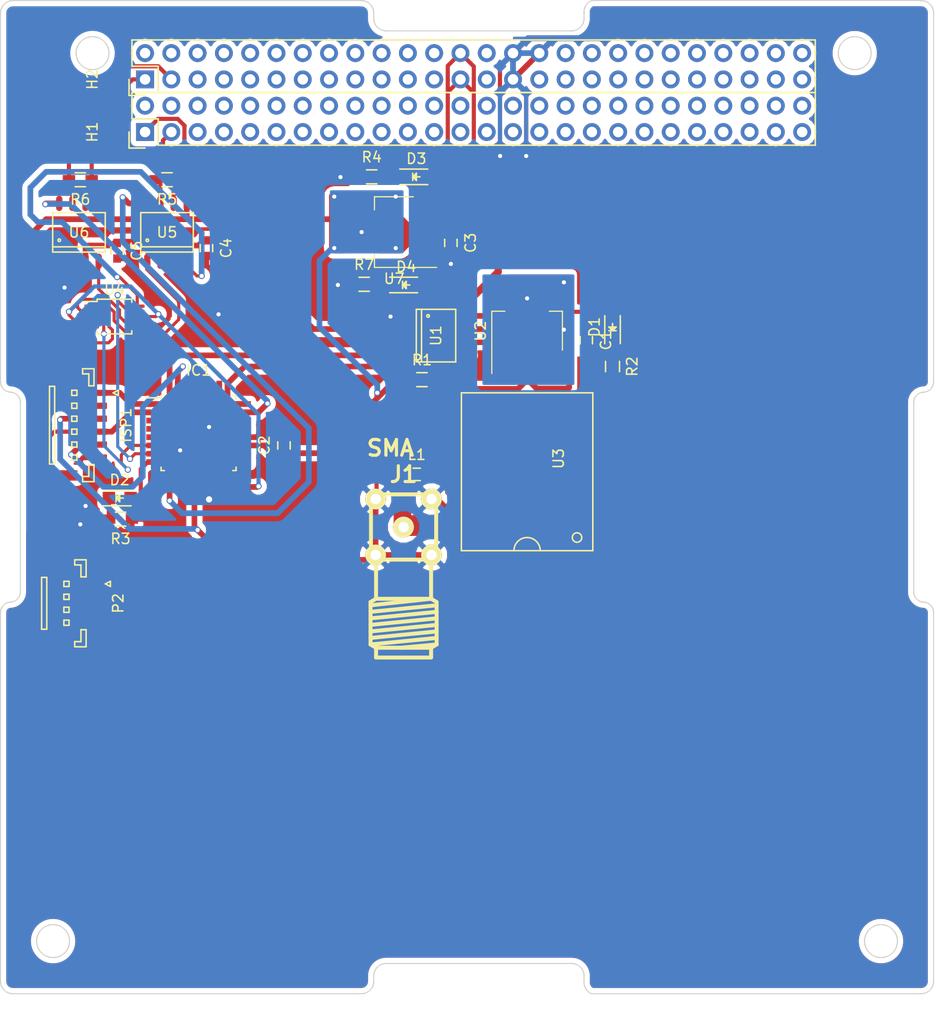
<source format=kicad_pcb>
(kicad_pcb (version 4) (host pcbnew 4.0.4-stable)
  (title_block (company LibreCube))
  (layers (0 F.Cu signal) (31 B.Cu signal hide) (34 B.Paste user) (35 F.Paste user) (36 B.SilkS user) (37 F.SilkS user hide) (38 B.Mask user) (39 F.Mask user) (44 Edge.Cuts user))
  (net 0 "")
  (net 1 GND)
  (net 2 "Net-(H1-Pad2)")
  (net 3 "Net-(H1-Pad4)")
  (net 4 "Net-(H1-Pad5)")
  (net 5 "Net-(H1-Pad6)")
  (net 6 "Net-(H1-Pad7)")
  (net 7 "Net-(H1-Pad8)")
  (net 8 "Net-(H1-Pad9)")
  (net 9 "Net-(H1-Pad10)")
  (net 10 "Net-(H1-Pad11)")
  (net 11 "Net-(H1-Pad12)")
  (net 12 "Net-(H1-Pad13)")
  (net 13 "Net-(H1-Pad14)")
  (net 14 "Net-(H1-Pad15)")
  (net 15 "Net-(H1-Pad16)")
  (net 16 "Net-(H1-Pad17)")
  (net 17 "Net-(H1-Pad18)")
  (net 18 "Net-(H1-Pad19)")
  (net 19 "Net-(H1-Pad20)")
  (net 20 "Net-(H1-Pad21)")
  (net 21 "Net-(H1-Pad22)")
  (net 22 "Net-(H1-Pad23)")
  (net 23 "Net-(H1-Pad24)")
  (net 24 "Net-(H1-Pad25)")
  (net 25 "Net-(H1-Pad26)")
  (net 26 "Net-(H1-Pad27)")
  (net 27 "Net-(H1-Pad28)")
  (net 28 "Net-(H1-Pad29)")
  (net 29 "Net-(H1-Pad30)")
  (net 30 "Net-(H1-Pad31)")
  (net 31 "Net-(H1-Pad32)")
  (net 32 "Net-(H1-Pad33)")
  (net 33 "Net-(H1-Pad34)")
  (net 34 "Net-(H1-Pad35)")
  (net 35 "Net-(H1-Pad36)")
  (net 36 "Net-(H1-Pad37)")
  (net 37 "Net-(H1-Pad38)")
  (net 38 "Net-(H1-Pad39)")
  (net 39 "Net-(H1-Pad40)")
  (net 40 "Net-(H1-Pad41)")
  (net 41 "Net-(H1-Pad42)")
  (net 42 "Net-(H1-Pad43)")
  (net 43 "Net-(H1-Pad44)")
  (net 44 "Net-(H1-Pad45)")
  (net 45 "Net-(H1-Pad46)")
  (net 46 "Net-(H1-Pad47)")
  (net 47 "Net-(H1-Pad48)")
  (net 48 "Net-(H1-Pad49)")
  (net 49 "Net-(H1-Pad50)")
  (net 50 "Net-(H1-Pad51)")
  (net 51 "Net-(H1-Pad52)")
  (net 52 "Net-(H2-Pad2)")
  (net 53 "Net-(H2-Pad4)")
  (net 54 "Net-(H2-Pad5)")
  (net 55 "Net-(H2-Pad6)")
  (net 56 "Net-(H2-Pad7)")
  (net 57 "Net-(H2-Pad8)")
  (net 58 "Net-(H2-Pad9)")
  (net 59 "Net-(H2-Pad10)")
  (net 60 "Net-(H2-Pad11)")
  (net 61 "Net-(H2-Pad12)")
  (net 62 "Net-(H2-Pad13)")
  (net 63 "Net-(H2-Pad14)")
  (net 64 "Net-(H2-Pad15)")
  (net 65 "Net-(H2-Pad16)")
  (net 66 "Net-(H2-Pad17)")
  (net 67 "Net-(H2-Pad18)")
  (net 68 "Net-(H2-Pad19)")
  (net 69 "Net-(H2-Pad20)")
  (net 70 "Net-(H2-Pad21)")
  (net 71 "Net-(H2-Pad22)")
  (net 72 "Net-(H2-Pad23)")
  (net 73 "Net-(H2-Pad24)")
  (net 74 "Net-(H2-Pad27)")
  (net 75 "Net-(H2-Pad28)")
  (net 76 "Net-(H2-Pad31)")
  (net 77 "Net-(H2-Pad33)")
  (net 78 "Net-(H2-Pad34)")
  (net 79 "Net-(H2-Pad35)")
  (net 80 "Net-(H2-Pad36)")
  (net 81 "Net-(H2-Pad37)")
  (net 82 "Net-(H2-Pad38)")
  (net 83 "Net-(H2-Pad43)")
  (net 84 "Net-(H2-Pad44)")
  (net 85 "Net-(H2-Pad45)")
  (net 86 "Net-(H2-Pad46)")
  (net 87 "Net-(H2-Pad47)")
  (net 88 "Net-(H2-Pad48)")
  (net 89 "Net-(H2-Pad49)")
  (net 90 "Net-(H2-Pad50)")
  (net 91 "Net-(H2-Pad51)")
  (net 92 "Net-(H2-Pad52)")
  (net 93 "Net-(IC1-Pad1)")
  (net 94 "Net-(IC1-Pad3)")
  (net 95 "Net-(IC1-Pad10)")
  (net 96 "Net-(IC1-Pad11)")
  (net 97 "Net-(IC1-Pad13)")
  (net 98 "Net-(IC1-Pad14)")
  (net 99 "Net-(IC1-Pad15)")
  (net 100 "Net-(IC1-Pad17)")
  (net 101 "Net-(IC1-Pad18)")
  (net 102 "Net-(IC1-Pad21)")
  (net 103 "Net-(IC1-Pad22)")
  (net 104 "Net-(IC1-Pad24)")
  (net 105 "Net-(IC1-Pad26)")
  (net 106 "Net-(IC1-Pad27)")
  (net 107 "Net-(IC1-Pad28)")
  (net 108 "Net-(IC1-Pad29)")
  (net 109 "Net-(IC1-Pad30)")
  (net 110 "Net-(IC1-Pad31)")
  (net 111 "Net-(J1-Pad1)")
  (net 112 "Net-(L1-Pad2)")
  (net 113 "Net-(U1-Pad6)")
  (net 114 "Net-(U3-Pad3)")
  (net 115 "Net-(U4-Pad2)")
  (net 116 "Net-(U4-Pad5)")
  (net 117 "Net-(U4-Pad7)")
  (net 118 "Net-(U4-Pad10)")
  (net 119 CAN1_L)
  (net 120 CAN1_H)
  (net 121 CAN2_L)
  (net 122 CAN2_H)
  (net 123 "Net-(D1-Pad1)")
  (net 124 "Net-(H2-Pad39)")
  (net 125 "Net-(H2-Pad40)")
  (net 126 "Net-(H2-Pad41)")
  (net 127 "Net-(H2-Pad42)")
  (net 128 5V_BUS)
  (net 129 "Net-(IC1-Pad2)")
  (net 130 TX_CAN)
  (net 131 RX_CAN)
  (net 132 CAN1_STBY)
  (net 133 GPS_TX)
  (net 134 CAN_SEL)
  (net 135 CAN2_STBY)
  (net 136 ~GPS_OC)
  (net 137 GPS_EN)
  (net 138 "Net-(U3-Pad8)")
  (net 139 "Net-(U3-Pad5)")
  (net 140 "Net-(D2-Pad2)")
  (net 141 "Net-(D2-Pad1)")
  (net 142 "Net-(D3-Pad1)")
  (net 143 "Net-(D4-Pad1)")
  (net 144 /3V3_GPS)
  (net 145 +3V3)
  (module Capacitors_SMD:C_0603 (layer F.Cu) (at 84.582 76.2 270)
    (fp_text reference C4 (at 0 -1.9 270) (layer F.SilkS))
    (fp_text value 1uF)
    (pad 1 smd rect (at -0.75 0 270) (size 0.8 0.75) (layers F.Cu F.Paste F.Mask) (net 128 5V_BUS))
    (pad 2 smd rect (at 0.75 0 270) (size 0.8 0.75) (layers F.Cu F.Paste F.Mask) (net 1 GND))
  )
  (module sma:SMA (layer F.Cu) (at 103.632 103.124 180)
    (fp_text reference J1 (at 0 5.08 180) (layer F.SilkS) (effects (font (thickness 0.3048))))
    (fp_text value SMA (at 1.27 7.62 180) (layer F.SilkS) (effects (font (thickness 0.3048))))
    (pad 1 thru_hole circle (at 0 0 180) (size 1.99898 1.99898) (drill 1.00076) (layers *.Cu *.Mask F.SilkS) (net 111 "Net-(J1-Pad1)"))
    (pad 3 thru_hole circle (at 2.70002 -2.70002 180) (size 1.99898 1.99898) (drill 1.00076) (layers *.Cu *.Mask F.SilkS) (net 1 GND))
    (pad 2 thru_hole circle (at -2.70002 -2.70002 180) (size 1.99898 1.99898) (drill 1.00076) (layers *.Cu *.Mask F.SilkS) (net 1 GND))
    (pad 5 thru_hole circle (at -2.70002 2.70002 180) (size 1.99898 1.99898) (drill 1.00076) (layers *.Cu *.Mask F.SilkS) (net 1 GND))
    (pad 4 thru_hole circle (at 2.70002 2.70002 180) (size 1.99898 1.99898) (drill 1.00076) (layers *.Cu *.Mask F.SilkS) (net 1 GND))
  )
  (module CybClaudiu:RXM-GPS-RM (layer F.Cu) (at 115.57 97.79 90)
    (fp_text reference U3 (at 1.27 3.04 90) (layer F.SilkS))
    (fp_text value RXM-GPS-RM)
    (pad 21 smd rect (at 0 6.15 180) (size 0.5 0.7) (layers F.Cu F.Paste F.Mask) (net 1 GND))
    (pad 22 smd rect (at 0 -6.15 180) (size 0.5 0.7) (layers F.Cu F.Paste F.Mask) (net 1 GND))
    (pad 16 smd rect (at -1.27 -6.35 180) (size 0.92 0.7) (layers F.Cu F.Paste F.Mask))
    (pad 20 smd rect (at -6.35 -6.35 180) (size 0.92 0.7) (layers F.Cu F.Paste F.Mask) (net 1 GND))
    (pad 19 smd rect (at -5.08 -6.35 180) (size 0.92 0.7) (layers F.Cu F.Paste F.Mask) (net 111 "Net-(J1-Pad1)"))
    (pad 18 smd rect (at -3.81 -6.35 180) (size 0.92 0.7) (layers F.Cu F.Paste F.Mask) (net 1 GND))
    (pad 17 smd rect (at -2.54 -6.35 180) (size 0.92 0.7) (layers F.Cu F.Paste F.Mask) (net 112 "Net-(L1-Pad2)"))
    (pad 12 smd rect (at 5.08 -6.35 180) (size 0.92 0.7) (layers F.Cu F.Paste F.Mask) (net 144 /3V3_GPS))
    (pad 13 smd rect (at 3.81 -6.35 180) (size 0.92 0.7) (layers F.Cu F.Paste F.Mask))
    (pad 14 smd rect (at 2.54 -6.35 180) (size 0.92 0.7) (layers F.Cu F.Paste F.Mask))
    (pad 15 smd rect (at 1.27 -6.35 180) (size 0.92 0.7) (layers F.Cu F.Paste F.Mask))
    (pad 11 smd rect (at 6.35 -6.35 180) (size 0.92 0.7) (layers F.Cu F.Paste F.Mask) (net 144 /3V3_GPS))
    (pad 10 smd rect (at 6.35 6.35 180) (size 0.92 0.7) (layers F.Cu F.Paste F.Mask))
    (pad 6 smd rect (at 1.27 6.35 180) (size 0.92 0.7) (layers F.Cu F.Paste F.Mask))
    (pad 7 smd rect (at 2.54 6.35 180) (size 0.92 0.7) (layers F.Cu F.Paste F.Mask))
    (pad 8 smd rect (at 3.81 6.35 180) (size 0.92 0.7) (layers F.Cu F.Paste F.Mask) (net 138 "Net-(U3-Pad8)"))
    (pad 9 smd rect (at 5.08 6.35 180) (size 0.92 0.7) (layers F.Cu F.Paste F.Mask))
    (pad 4 smd rect (at -2.54 6.35 180) (size 0.92 0.7) (layers F.Cu F.Paste F.Mask) (net 133 GPS_TX))
    (pad 3 smd rect (at -3.81 6.35 180) (size 0.92 0.7) (layers F.Cu F.Paste F.Mask) (net 114 "Net-(U3-Pad3)"))
    (pad 2 smd rect (at -5.08 6.35 180) (size 0.92 0.7) (layers F.Cu F.Paste F.Mask))
    (pad 1 smd rect (at -6.35 6.35 180) (size 0.92 0.7) (layers F.Cu F.Paste F.Mask))
    (pad 5 smd rect (at -1.27 6.35 180) (size 0.92 0.7) (layers F.Cu F.Paste F.Mask) (net 139 "Net-(U3-Pad5)"))
  )
  (module Connectors_JST:JST_GH_BM04B-GHS-TBT_04x1.25mm_Straight (layer F.Cu) (at 71.628 110.49 270)
    (fp_text reference P2 (at 0 -4.425 270) (layer F.SilkS))
    (fp_text value CONN_01X04)
    (pad 1 smd rect (at -1.875 -1.675 270) (size 0.6 1.8) (layers F.Cu F.Paste F.Mask) (net 145 +3V3))
    (pad 2 smd rect (at -0.625 -1.675 270) (size 0.6 1.8) (layers F.Cu F.Paste F.Mask) (net 129 "Net-(IC1-Pad2)"))
    (pad 3 smd rect (at 0.625 -1.675 270) (size 0.6 1.8) (layers F.Cu F.Paste F.Mask) (net 133 GPS_TX))
    (pad 4 smd rect (at 1.875 -1.675 270) (size 0.6 1.8) (layers F.Cu F.Paste F.Mask) (net 1 GND))
    (pad "" smd rect (at 3.6 1.675 270) (size 1 2.8) (layers F.Cu F.Paste F.Mask))
    (pad "" smd rect (at -3.6 1.675 270) (size 1 2.8) (layers F.Cu F.Paste F.Mask))
  )
  (module TO_SOT_Packages_SMD:SOT-223 (layer F.Cu) (at 102.725881 74.651749 180)
    (fp_text reference U7 (at 0 -4.5 180) (layer F.SilkS))
    (fp_text value LM1117-3.3)
    (pad 4 smd rect (at 3.15 0 180) (size 2 3.8) (layers F.Cu F.Paste F.Mask) (net 145 +3V3))
    (pad 2 smd rect (at -3.15 0 180) (size 2 1.5) (layers F.Cu F.Paste F.Mask) (net 145 +3V3))
    (pad 3 smd rect (at -3.15 2.3 180) (size 2 1.5) (layers F.Cu F.Paste F.Mask) (net 128 5V_BUS))
    (pad 1 smd rect (at -3.15 -2.3 180) (size 2 1.5) (layers F.Cu F.Paste F.Mask) (net 1 GND))
  )
  (module Resistors_SMD:R_0603_HandSoldering (layer F.Cu) (at 100.550197 69.317629)
    (fp_text reference R4 (at 0 -1.9) (layer F.SilkS))
    (fp_text value 1k)
    (pad 1 smd rect (at -1.1 0) (size 1.2 0.9) (layers F.Cu F.Paste F.Mask) (net 1 GND))
    (pad 2 smd rect (at 1.1 0) (size 1.2 0.9) (layers F.Cu F.Paste F.Mask) (net 142 "Net-(D3-Pad1)"))
  )
  (module Resistors_SMD:R_0603_HandSoldering (layer F.Cu) (at 76.284 102.362 180)
    (fp_text reference R3 (at 0 -1.9 180) (layer F.SilkS))
    (fp_text value 1k)
    (pad 1 smd rect (at -1.1 0 180) (size 1.2 0.9) (layers F.Cu F.Paste F.Mask) (net 1 GND))
    (pad 2 smd rect (at 1.1 0 180) (size 1.2 0.9) (layers F.Cu F.Paste F.Mask) (net 141 "Net-(D2-Pad1)"))
  )
  (module LEDs:LED_0805 (layer F.Cu) (at 103.886 79.756)
    (fp_text reference D4 (at 0 -1.75) (layer F.SilkS))
    (fp_text value Led_Small)
    (pad 2 smd rect (at 1.04902 0 180) (size 1.19888 1.19888) (layers F.Cu F.Paste F.Mask) (net 145 +3V3))
    (pad 1 smd rect (at -1.04902 0 180) (size 1.19888 1.19888) (layers F.Cu F.Paste F.Mask) (net 143 "Net-(D4-Pad1)"))
  )
  (module LEDs:LED_0805 (layer F.Cu) (at 104.868197 69.317629)
    (fp_text reference D3 (at 0 -1.75) (layer F.SilkS))
    (fp_text value Led_Small)
    (pad 2 smd rect (at 1.04902 0 180) (size 1.19888 1.19888) (layers F.Cu F.Paste F.Mask) (net 128 5V_BUS))
    (pad 1 smd rect (at -1.04902 0 180) (size 1.19888 1.19888) (layers F.Cu F.Paste F.Mask) (net 142 "Net-(D3-Pad1)"))
  )
  (module LEDs:LED_0805 (layer F.Cu) (at 76.2 100.33)
    (fp_text reference D2 (at 0 -1.75) (layer F.SilkS))
    (fp_text value Led_Small)
    (pad 2 smd rect (at 1.04902 0 180) (size 1.19888 1.19888) (layers F.Cu F.Paste F.Mask) (net 140 "Net-(D2-Pad2)"))
    (pad 1 smd rect (at -1.04902 0 180) (size 1.19888 1.19888) (layers F.Cu F.Paste F.Mask) (net 141 "Net-(D2-Pad1)"))
  )
  (module LEDs:LED_0805 (layer F.Cu) (at 123.825 83.82 90)
    (fp_text reference D1 (at 0 -1.75 90) (layer F.SilkS))
    (fp_text value Led_Small)
    (pad 2 smd rect (at 1.04902 0 270) (size 1.19888 1.19888) (layers F.Cu F.Paste F.Mask) (net 144 /3V3_GPS))
    (pad 1 smd rect (at -1.04902 0 270) (size 1.19888 1.19888) (layers F.Cu F.Paste F.Mask) (net 123 "Net-(D1-Pad1)"))
  )
  (module Resistors_SMD:R_0603_HandSoldering (layer F.Cu) (at 99.822 79.690637)
    (fp_text reference R7 (at 0 -1.9) (layer F.SilkS))
    (fp_text value 1k)
    (pad 1 smd rect (at -1.1 0) (size 1.2 0.9) (layers F.Cu F.Paste F.Mask) (net 1 GND))
    (pad 2 smd rect (at 1.1 0) (size 1.2 0.9) (layers F.Cu F.Paste F.Mask) (net 143 "Net-(D4-Pad1)"))
  )
  (module Resistors_SMD:R_0603_HandSoldering (layer F.Cu) (at 72.39 69.596 180)
    (fp_text reference R6 (at 0 -1.9 180) (layer F.SilkS))
    (fp_text value 120)
    (pad 1 smd rect (at -1.1 0 180) (size 1.2 0.9) (layers F.Cu F.Paste F.Mask) (net 121 CAN2_L))
    (pad 2 smd rect (at 1.1 0 180) (size 1.2 0.9) (layers F.Cu F.Paste F.Mask) (net 122 CAN2_H))
  )
  (module Resistors_SMD:R_0603_HandSoldering (layer F.Cu) (at 80.772 69.596 180)
    (fp_text reference R5 (at 0 -1.9 180) (layer F.SilkS))
    (fp_text value 120)
    (pad 1 smd rect (at -1.1 0 180) (size 1.2 0.9) (layers F.Cu F.Paste F.Mask) (net 119 CAN1_L))
    (pad 2 smd rect (at 1.1 0 180) (size 1.2 0.9) (layers F.Cu F.Paste F.Mask) (net 120 CAN1_H))
  )
  (module Resistors_SMD:R_0603_HandSoldering (layer F.Cu) (at 123.825 87.63 270)
    (fp_text reference R2 (at 0 -1.9 270) (layer F.SilkS))
    (fp_text value 1k)
    (pad 1 smd rect (at -1.1 0 270) (size 1.2 0.9) (layers F.Cu F.Paste F.Mask) (net 123 "Net-(D1-Pad1)"))
    (pad 2 smd rect (at 1.1 0 270) (size 1.2 0.9) (layers F.Cu F.Paste F.Mask) (net 1 GND))
  )
  (module Connectors_JST:JST_GH_BM06B-GHS-TBT_06x1.25mm_Straight (layer F.Cu) (at 72.39 93.295 270)
    (fp_text reference ISP1 (at 0 -4.425 270) (layer F.SilkS))
    (fp_text value CONN_01X06)
    (pad 1 smd rect (at -3.125 -1.675 270) (size 0.6 1.8) (layers F.Cu F.Paste F.Mask) (net 93 "Net-(IC1-Pad1)"))
    (pad 2 smd rect (at -1.875 -1.675 270) (size 0.6 1.8) (layers F.Cu F.Paste F.Mask) (net 145 +3V3))
    (pad 3 smd rect (at -0.625 -1.675 270) (size 0.6 1.8) (layers F.Cu F.Paste F.Mask) (net 133 GPS_TX))
    (pad 4 smd rect (at 0.625 -1.675 270) (size 0.6 1.8) (layers F.Cu F.Paste F.Mask) (net 129 "Net-(IC1-Pad2)"))
    (pad 5 smd rect (at 1.875 -1.675 270) (size 0.6 1.8) (layers F.Cu F.Paste F.Mask) (net 110 "Net-(IC1-Pad31)"))
    (pad 6 smd rect (at 3.125 -1.675 270) (size 0.6 1.8) (layers F.Cu F.Paste F.Mask) (net 1 GND))
    (pad "" smd rect (at 4.85 1.675 270) (size 1 2.8) (layers F.Cu F.Paste F.Mask))
    (pad "" smd rect (at -4.85 1.675 270) (size 1 2.8) (layers F.Cu F.Paste F.Mask))
  )
  (module Power_Integrations:SO-8 (layer F.Cu) (at 72.263 74.676)
    (fp_text reference U6 (at 0 0) (layer F.SilkS))
    (fp_text value ATA6561)
    (pad 1 smd oval (at -1.905 2.794) (size 0.6096 1.4732) (layers F.Cu F.Paste F.Mask) (net 116 "Net-(U4-Pad5)"))
    (pad 2 smd oval (at -0.635 2.794) (size 0.6096 1.4732) (layers F.Cu F.Paste F.Mask) (net 1 GND))
    (pad 3 smd oval (at 0.635 2.794) (size 0.6096 1.4732) (layers F.Cu F.Paste F.Mask) (net 128 5V_BUS))
    (pad 4 smd oval (at 1.905 2.794) (size 0.6096 1.4732) (layers F.Cu F.Paste F.Mask) (net 117 "Net-(U4-Pad7)"))
    (pad 5 smd oval (at 1.905 -2.794) (size 0.6096 1.4732) (layers F.Cu F.Paste F.Mask) (net 145 +3V3))
    (pad 6 smd oval (at 0.635 -2.794) (size 0.6096 1.4732) (layers F.Cu F.Paste F.Mask) (net 121 CAN2_L))
    (pad 7 smd oval (at -0.635 -2.794) (size 0.6096 1.4732) (layers F.Cu F.Paste F.Mask) (net 122 CAN2_H))
    (pad 8 smd oval (at -1.905 -2.794) (size 0.6096 1.4732) (layers F.Cu F.Paste F.Mask) (net 135 CAN2_STBY))
  )
  (module Power_Integrations:SO-8 (layer F.Cu) (at 80.772 74.676)
    (fp_text reference U5 (at 0 0) (layer F.SilkS))
    (fp_text value ATA6561)
    (pad 1 smd oval (at -1.905 2.794) (size 0.6096 1.4732) (layers F.Cu F.Paste F.Mask) (net 115 "Net-(U4-Pad2)"))
    (pad 2 smd oval (at -0.635 2.794) (size 0.6096 1.4732) (layers F.Cu F.Paste F.Mask) (net 1 GND))
    (pad 3 smd oval (at 0.635 2.794) (size 0.6096 1.4732) (layers F.Cu F.Paste F.Mask) (net 128 5V_BUS))
    (pad 4 smd oval (at 1.905 2.794) (size 0.6096 1.4732) (layers F.Cu F.Paste F.Mask) (net 118 "Net-(U4-Pad10)"))
    (pad 5 smd oval (at 1.905 -2.794) (size 0.6096 1.4732) (layers F.Cu F.Paste F.Mask) (net 145 +3V3))
    (pad 6 smd oval (at 0.635 -2.794) (size 0.6096 1.4732) (layers F.Cu F.Paste F.Mask) (net 119 CAN1_L))
    (pad 7 smd oval (at -0.635 -2.794) (size 0.6096 1.4732) (layers F.Cu F.Paste F.Mask) (net 120 CAN1_H))
    (pad 8 smd oval (at -1.905 -2.794) (size 0.6096 1.4732) (layers F.Cu F.Paste F.Mask) (net 132 CAN1_STBY))
  )
  (module TO_SOT_Packages_SMD:SOT-223 (layer F.Cu) (at 115.57 84.201 90)
    (fp_text reference U2 (at 0 -4.5 90) (layer F.SilkS))
    (fp_text value LM1117-3.3)
    (pad 4 smd rect (at 3.15 0 90) (size 2 3.8) (layers F.Cu F.Paste F.Mask) (net 144 /3V3_GPS))
    (pad 2 smd rect (at -3.15 0 90) (size 2 1.5) (layers F.Cu F.Paste F.Mask) (net 144 /3V3_GPS))
    (pad 3 smd rect (at -3.15 2.3 90) (size 2 1.5) (layers F.Cu F.Paste F.Mask) (net 113 "Net-(U1-Pad6)"))
    (pad 1 smd rect (at -3.15 -2.3 90) (size 2 1.5) (layers F.Cu F.Paste F.Mask) (net 1 GND))
  )
  (module Power_Integrations:SO-8 (layer F.Cu) (at 106.765822 84.647596 270)
    (fp_text reference U1 (at 0 0 270) (layer F.SilkS))
    (fp_text value TPS2030)
    (pad 1 smd oval (at -1.905 2.794 270) (size 0.6096 1.4732) (layers F.Cu F.Paste F.Mask) (net 1 GND))
    (pad 2 smd oval (at -0.635 2.794 270) (size 0.6096 1.4732) (layers F.Cu F.Paste F.Mask) (net 128 5V_BUS))
    (pad 3 smd oval (at 0.635 2.794 270) (size 0.6096 1.4732) (layers F.Cu F.Paste F.Mask) (net 128 5V_BUS))
    (pad 4 smd oval (at 1.905 2.794 270) (size 0.6096 1.4732) (layers F.Cu F.Paste F.Mask) (net 137 GPS_EN))
    (pad 5 smd oval (at 1.905 -2.794 270) (size 0.6096 1.4732) (layers F.Cu F.Paste F.Mask) (net 136 ~GPS_OC))
    (pad 6 smd oval (at 0.635 -2.794 270) (size 0.6096 1.4732) (layers F.Cu F.Paste F.Mask) (net 113 "Net-(U1-Pad6)"))
    (pad 7 smd oval (at -0.635 -2.794 270) (size 0.6096 1.4732) (layers F.Cu F.Paste F.Mask) (net 113 "Net-(U1-Pad6)"))
    (pad 8 smd oval (at -1.905 -2.794 270) (size 0.6096 1.4732) (layers F.Cu F.Paste F.Mask) (net 113 "Net-(U1-Pad6)"))
  )
  (module Resistors_SMD:R_0603_HandSoldering (layer F.Cu) (at 105.41 88.9)
    (fp_text reference R1 (at 0 -1.9) (layer F.SilkS))
    (fp_text value 10k)
    (pad 1 smd rect (at -1.1 0) (size 1.2 0.9) (layers F.Cu F.Paste F.Mask) (net 145 +3V3))
    (pad 2 smd rect (at 1.1 0) (size 1.2 0.9) (layers F.Cu F.Paste F.Mask) (net 136 ~GPS_OC))
  )
  (module Pin_Headers:Pin_Header_Straight_2x26 (layer F.Cu) (at 78.65 59.91 90)
    (fp_text reference H2 (at 0 -5.1 90) (layer F.SilkS))
    (fp_text value CONN_02X26)
    (pad 1 thru_hole rect (at 0 0 90) (size 1.7272 1.7272) (drill 1.016) (layers *.Cu *.Mask) (net 121 CAN2_L))
    (pad 2 thru_hole oval (at 2.54 0 90) (size 1.7272 1.7272) (drill 1.016) (layers *.Cu *.Mask) (net 52 "Net-(H2-Pad2)"))
    (pad 3 thru_hole oval (at 0 2.54 90) (size 1.7272 1.7272) (drill 1.016) (layers *.Cu *.Mask) (net 122 CAN2_H))
    (pad 4 thru_hole oval (at 2.54 2.54 90) (size 1.7272 1.7272) (drill 1.016) (layers *.Cu *.Mask) (net 53 "Net-(H2-Pad4)"))
    (pad 5 thru_hole oval (at 0 5.08 90) (size 1.7272 1.7272) (drill 1.016) (layers *.Cu *.Mask) (net 54 "Net-(H2-Pad5)"))
    (pad 6 thru_hole oval (at 2.54 5.08 90) (size 1.7272 1.7272) (drill 1.016) (layers *.Cu *.Mask) (net 55 "Net-(H2-Pad6)"))
    (pad 7 thru_hole oval (at 0 7.62 90) (size 1.7272 1.7272) (drill 1.016) (layers *.Cu *.Mask) (net 56 "Net-(H2-Pad7)"))
    (pad 8 thru_hole oval (at 2.54 7.62 90) (size 1.7272 1.7272) (drill 1.016) (layers *.Cu *.Mask) (net 57 "Net-(H2-Pad8)"))
    (pad 9 thru_hole oval (at 0 10.16 90) (size 1.7272 1.7272) (drill 1.016) (layers *.Cu *.Mask) (net 58 "Net-(H2-Pad9)"))
    (pad 10 thru_hole oval (at 2.54 10.16 90) (size 1.7272 1.7272) (drill 1.016) (layers *.Cu *.Mask) (net 59 "Net-(H2-Pad10)"))
    (pad 11 thru_hole oval (at 0 12.7 90) (size 1.7272 1.7272) (drill 1.016) (layers *.Cu *.Mask) (net 60 "Net-(H2-Pad11)"))
    (pad 12 thru_hole oval (at 2.54 12.7 90) (size 1.7272 1.7272) (drill 1.016) (layers *.Cu *.Mask) (net 61 "Net-(H2-Pad12)"))
    (pad 13 thru_hole oval (at 0 15.24 90) (size 1.7272 1.7272) (drill 1.016) (layers *.Cu *.Mask) (net 62 "Net-(H2-Pad13)"))
    (pad 14 thru_hole oval (at 2.54 15.24 90) (size 1.7272 1.7272) (drill 1.016) (layers *.Cu *.Mask) (net 63 "Net-(H2-Pad14)"))
    (pad 15 thru_hole oval (at 0 17.78 90) (size 1.7272 1.7272) (drill 1.016) (layers *.Cu *.Mask) (net 64 "Net-(H2-Pad15)"))
    (pad 16 thru_hole oval (at 2.54 17.78 90) (size 1.7272 1.7272) (drill 1.016) (layers *.Cu *.Mask) (net 65 "Net-(H2-Pad16)"))
    (pad 17 thru_hole oval (at 0 20.32 90) (size 1.7272 1.7272) (drill 1.016) (layers *.Cu *.Mask) (net 66 "Net-(H2-Pad17)"))
    (pad 18 thru_hole oval (at 2.54 20.32 90) (size 1.7272 1.7272) (drill 1.016) (layers *.Cu *.Mask) (net 67 "Net-(H2-Pad18)"))
    (pad 19 thru_hole oval (at 0 22.86 90) (size 1.7272 1.7272) (drill 1.016) (layers *.Cu *.Mask) (net 68 "Net-(H2-Pad19)"))
    (pad 20 thru_hole oval (at 2.54 22.86 90) (size 1.7272 1.7272) (drill 1.016) (layers *.Cu *.Mask) (net 69 "Net-(H2-Pad20)"))
    (pad 21 thru_hole oval (at 0 25.4 90) (size 1.7272 1.7272) (drill 1.016) (layers *.Cu *.Mask) (net 70 "Net-(H2-Pad21)"))
    (pad 22 thru_hole oval (at 2.54 25.4 90) (size 1.7272 1.7272) (drill 1.016) (layers *.Cu *.Mask) (net 71 "Net-(H2-Pad22)"))
    (pad 23 thru_hole oval (at 0 27.94 90) (size 1.7272 1.7272) (drill 1.016) (layers *.Cu *.Mask) (net 72 "Net-(H2-Pad23)"))
    (pad 24 thru_hole oval (at 2.54 27.94 90) (size 1.7272 1.7272) (drill 1.016) (layers *.Cu *.Mask) (net 73 "Net-(H2-Pad24)"))
    (pad 25 thru_hole oval (at 0 30.48 90) (size 1.7272 1.7272) (drill 1.016) (layers *.Cu *.Mask) (net 128 5V_BUS))
    (pad 26 thru_hole oval (at 2.54 30.48 90) (size 1.7272 1.7272) (drill 1.016) (layers *.Cu *.Mask) (net 128 5V_BUS))
    (pad 27 thru_hole oval (at 0 33.02 90) (size 1.7272 1.7272) (drill 1.016) (layers *.Cu *.Mask) (net 74 "Net-(H2-Pad27)"))
    (pad 28 thru_hole oval (at 2.54 33.02 90) (size 1.7272 1.7272) (drill 1.016) (layers *.Cu *.Mask) (net 75 "Net-(H2-Pad28)"))
    (pad 29 thru_hole oval (at 0 35.56 90) (size 1.7272 1.7272) (drill 1.016) (layers *.Cu *.Mask) (net 1 GND))
    (pad 30 thru_hole oval (at 2.54 35.56 90) (size 1.7272 1.7272) (drill 1.016) (layers *.Cu *.Mask) (net 1 GND))
    (pad 31 thru_hole oval (at 0 38.1 90) (size 1.7272 1.7272) (drill 1.016) (layers *.Cu *.Mask) (net 76 "Net-(H2-Pad31)"))
    (pad 32 thru_hole oval (at 2.54 38.1 90) (size 1.7272 1.7272) (drill 1.016) (layers *.Cu *.Mask) (net 1 GND))
    (pad 33 thru_hole oval (at 0 40.64 90) (size 1.7272 1.7272) (drill 1.016) (layers *.Cu *.Mask) (net 77 "Net-(H2-Pad33)"))
    (pad 34 thru_hole oval (at 2.54 40.64 90) (size 1.7272 1.7272) (drill 1.016) (layers *.Cu *.Mask) (net 78 "Net-(H2-Pad34)"))
    (pad 35 thru_hole oval (at 0 43.18 90) (size 1.7272 1.7272) (drill 1.016) (layers *.Cu *.Mask) (net 79 "Net-(H2-Pad35)"))
    (pad 36 thru_hole oval (at 2.54 43.18 90) (size 1.7272 1.7272) (drill 1.016) (layers *.Cu *.Mask) (net 80 "Net-(H2-Pad36)"))
    (pad 37 thru_hole oval (at 0 45.72 90) (size 1.7272 1.7272) (drill 1.016) (layers *.Cu *.Mask) (net 81 "Net-(H2-Pad37)"))
    (pad 38 thru_hole oval (at 2.54 45.72 90) (size 1.7272 1.7272) (drill 1.016) (layers *.Cu *.Mask) (net 82 "Net-(H2-Pad38)"))
    (pad 39 thru_hole oval (at 0 48.26 90) (size 1.7272 1.7272) (drill 1.016) (layers *.Cu *.Mask) (net 124 "Net-(H2-Pad39)"))
    (pad 40 thru_hole oval (at 2.54 48.26 90) (size 1.7272 1.7272) (drill 1.016) (layers *.Cu *.Mask) (net 125 "Net-(H2-Pad40)"))
    (pad 41 thru_hole oval (at 0 50.8 90) (size 1.7272 1.7272) (drill 1.016) (layers *.Cu *.Mask) (net 126 "Net-(H2-Pad41)"))
    (pad 42 thru_hole oval (at 2.54 50.8 90) (size 1.7272 1.7272) (drill 1.016) (layers *.Cu *.Mask) (net 127 "Net-(H2-Pad42)"))
    (pad 43 thru_hole oval (at 0 53.34 90) (size 1.7272 1.7272) (drill 1.016) (layers *.Cu *.Mask) (net 83 "Net-(H2-Pad43)"))
    (pad 44 thru_hole oval (at 2.54 53.34 90) (size 1.7272 1.7272) (drill 1.016) (layers *.Cu *.Mask) (net 84 "Net-(H2-Pad44)"))
    (pad 45 thru_hole oval (at 0 55.88 90) (size 1.7272 1.7272) (drill 1.016) (layers *.Cu *.Mask) (net 85 "Net-(H2-Pad45)"))
    (pad 46 thru_hole oval (at 2.54 55.88 90) (size 1.7272 1.7272) (drill 1.016) (layers *.Cu *.Mask) (net 86 "Net-(H2-Pad46)"))
    (pad 47 thru_hole oval (at 0 58.42 90) (size 1.7272 1.7272) (drill 1.016) (layers *.Cu *.Mask) (net 87 "Net-(H2-Pad47)"))
    (pad 48 thru_hole oval (at 2.54 58.42 90) (size 1.7272 1.7272) (drill 1.016) (layers *.Cu *.Mask) (net 88 "Net-(H2-Pad48)"))
    (pad 49 thru_hole oval (at 0 60.96 90) (size 1.7272 1.7272) (drill 1.016) (layers *.Cu *.Mask) (net 89 "Net-(H2-Pad49)"))
    (pad 50 thru_hole oval (at 2.54 60.96 90) (size 1.7272 1.7272) (drill 1.016) (layers *.Cu *.Mask) (net 90 "Net-(H2-Pad50)"))
    (pad 51 thru_hole oval (at 0 63.5 90) (size 1.7272 1.7272) (drill 1.016) (layers *.Cu *.Mask) (net 91 "Net-(H2-Pad51)"))
    (pad 52 thru_hole oval (at 2.54 63.5 90) (size 1.7272 1.7272) (drill 1.016) (layers *.Cu *.Mask) (net 92 "Net-(H2-Pad52)"))
  )
  (module Housings_QFP:TQFP-32_7x7mm_Pitch0.8mm (layer F.Cu) (at 83.82 94.05)
    (fp_text reference IC1 (at 0 -6.05) (layer F.SilkS))
    (fp_text value ATMEGA16M1-A)
    (pad 1 smd rect (at -4.25 -2.8) (size 1.6 0.55) (layers F.Cu F.Paste F.Mask) (net 93 "Net-(IC1-Pad1)"))
    (pad 2 smd rect (at -4.25 -2) (size 1.6 0.55) (layers F.Cu F.Paste F.Mask) (net 129 "Net-(IC1-Pad2)"))
    (pad 3 smd rect (at -4.25 -1.2) (size 1.6 0.55) (layers F.Cu F.Paste F.Mask) (net 94 "Net-(IC1-Pad3)"))
    (pad 4 smd rect (at -4.25 -0.4) (size 1.6 0.55) (layers F.Cu F.Paste F.Mask) (net 145 +3V3))
    (pad 5 smd rect (at -4.25 0.4) (size 1.6 0.55) (layers F.Cu F.Paste F.Mask) (net 1 GND))
    (pad 6 smd rect (at -4.25 1.2) (size 1.6 0.55) (layers F.Cu F.Paste F.Mask) (net 130 TX_CAN))
    (pad 7 smd rect (at -4.25 2) (size 1.6 0.55) (layers F.Cu F.Paste F.Mask) (net 131 RX_CAN))
    (pad 8 smd rect (at -4.25 2.8) (size 1.6 0.55) (layers F.Cu F.Paste F.Mask) (net 140 "Net-(D2-Pad2)"))
    (pad 9 smd rect (at -2.8 4.25 90) (size 1.6 0.55) (layers F.Cu F.Paste F.Mask) (net 132 CAN1_STBY))
    (pad 10 smd rect (at -2 4.25 90) (size 1.6 0.55) (layers F.Cu F.Paste F.Mask) (net 95 "Net-(IC1-Pad10)"))
    (pad 11 smd rect (at -1.2 4.25 90) (size 1.6 0.55) (layers F.Cu F.Paste F.Mask) (net 96 "Net-(IC1-Pad11)"))
    (pad 12 smd rect (at -0.4 4.25 90) (size 1.6 0.55) (layers F.Cu F.Paste F.Mask) (net 133 GPS_TX))
    (pad 13 smd rect (at 0.4 4.25 90) (size 1.6 0.55) (layers F.Cu F.Paste F.Mask) (net 97 "Net-(IC1-Pad13)"))
    (pad 14 smd rect (at 1.2 4.25 90) (size 1.6 0.55) (layers F.Cu F.Paste F.Mask) (net 98 "Net-(IC1-Pad14)"))
    (pad 15 smd rect (at 2 4.25 90) (size 1.6 0.55) (layers F.Cu F.Paste F.Mask) (net 99 "Net-(IC1-Pad15)"))
    (pad 16 smd rect (at 2.8 4.25 90) (size 1.6 0.55) (layers F.Cu F.Paste F.Mask) (net 134 CAN_SEL))
    (pad 17 smd rect (at 4.25 2.8) (size 1.6 0.55) (layers F.Cu F.Paste F.Mask) (net 100 "Net-(IC1-Pad17)"))
    (pad 18 smd rect (at 4.25 2) (size 1.6 0.55) (layers F.Cu F.Paste F.Mask) (net 101 "Net-(IC1-Pad18)"))
    (pad 19 smd rect (at 4.25 1.2) (size 1.6 0.55) (layers F.Cu F.Paste F.Mask) (net 145 +3V3))
    (pad 20 smd rect (at 4.25 0.4) (size 1.6 0.55) (layers F.Cu F.Paste F.Mask) (net 1 GND))
    (pad 21 smd rect (at 4.25 -0.4) (size 1.6 0.55) (layers F.Cu F.Paste F.Mask) (net 102 "Net-(IC1-Pad21)"))
    (pad 22 smd rect (at 4.25 -1.2) (size 1.6 0.55) (layers F.Cu F.Paste F.Mask) (net 103 "Net-(IC1-Pad22)"))
    (pad 23 smd rect (at 4.25 -2) (size 1.6 0.55) (layers F.Cu F.Paste F.Mask) (net 135 CAN2_STBY))
    (pad 24 smd rect (at 4.25 -2.8) (size 1.6 0.55) (layers F.Cu F.Paste F.Mask) (net 104 "Net-(IC1-Pad24)"))
    (pad 25 smd rect (at 2.8 -4.25 90) (size 1.6 0.55) (layers F.Cu F.Paste F.Mask) (net 136 ~GPS_OC))
    (pad 26 smd rect (at 2 -4.25 90) (size 1.6 0.55) (layers F.Cu F.Paste F.Mask) (net 105 "Net-(IC1-Pad26)"))
    (pad 27 smd rect (at 1.2 -4.25 90) (size 1.6 0.55) (layers F.Cu F.Paste F.Mask) (net 106 "Net-(IC1-Pad27)"))
    (pad 28 smd rect (at 0.4 -4.25 90) (size 1.6 0.55) (layers F.Cu F.Paste F.Mask) (net 107 "Net-(IC1-Pad28)"))
    (pad 29 smd rect (at -0.4 -4.25 90) (size 1.6 0.55) (layers F.Cu F.Paste F.Mask) (net 108 "Net-(IC1-Pad29)"))
    (pad 30 smd rect (at -1.2 -4.25 90) (size 1.6 0.55) (layers F.Cu F.Paste F.Mask) (net 109 "Net-(IC1-Pad30)"))
    (pad 31 smd rect (at -2 -4.25 90) (size 1.6 0.55) (layers F.Cu F.Paste F.Mask) (net 110 "Net-(IC1-Pad31)"))
    (pad 32 smd rect (at -2.8 -4.25 90) (size 1.6 0.55) (layers F.Cu F.Paste F.Mask) (net 137 GPS_EN))
  )
  (module Housings_SSOP:MSOP-10_3x3mm_Pitch0.5mm (layer F.Cu) (at 75.692 82.804)
    (fp_text reference U4 (at 0 -2.6) (layer F.SilkS))
    (fp_text value ADG787)
    (pad 1 smd rect (at -2.2 -1) (size 1.4 0.3) (layers F.Cu F.Paste F.Mask) (net 145 +3V3))
    (pad 2 smd rect (at -2.2 -0.5) (size 1.4 0.3) (layers F.Cu F.Paste F.Mask) (net 115 "Net-(U4-Pad2)"))
    (pad 3 smd rect (at -2.2 0) (size 1.4 0.3) (layers F.Cu F.Paste F.Mask) (net 130 TX_CAN))
    (pad 4 smd rect (at -2.2 0.5) (size 1.4 0.3) (layers F.Cu F.Paste F.Mask) (net 134 CAN_SEL))
    (pad 5 smd rect (at -2.2 1) (size 1.4 0.3) (layers F.Cu F.Paste F.Mask) (net 116 "Net-(U4-Pad5)"))
    (pad 6 smd rect (at 2.2 1) (size 1.4 0.3) (layers F.Cu F.Paste F.Mask) (net 1 GND))
    (pad 7 smd rect (at 2.2 0.5) (size 1.4 0.3) (layers F.Cu F.Paste F.Mask) (net 117 "Net-(U4-Pad7)"))
    (pad 8 smd rect (at 2.2 0) (size 1.4 0.3) (layers F.Cu F.Paste F.Mask) (net 134 CAN_SEL))
    (pad 9 smd rect (at 2.2 -0.5) (size 1.4 0.3) (layers F.Cu F.Paste F.Mask) (net 131 RX_CAN))
    (pad 10 smd rect (at 2.2 -1) (size 1.4 0.3) (layers F.Cu F.Paste F.Mask) (net 118 "Net-(U4-Pad10)"))
  )
  (module Pin_Headers:Pin_Header_Straight_2x26 (layer F.Cu) (at 78.65 64.99 90)
    (fp_text reference H1 (at 0 -5.1 90) (layer F.SilkS))
    (fp_text value CONN_02X26)
    (pad 1 thru_hole rect (at 0 0 90) (size 1.7272 1.7272) (drill 1.016) (layers *.Cu *.Mask) (net 119 CAN1_L))
    (pad 2 thru_hole oval (at 2.54 0 90) (size 1.7272 1.7272) (drill 1.016) (layers *.Cu *.Mask) (net 2 "Net-(H1-Pad2)"))
    (pad 3 thru_hole oval (at 0 2.54 90) (size 1.7272 1.7272) (drill 1.016) (layers *.Cu *.Mask) (net 120 CAN1_H))
    (pad 4 thru_hole oval (at 2.54 2.54 90) (size 1.7272 1.7272) (drill 1.016) (layers *.Cu *.Mask) (net 3 "Net-(H1-Pad4)"))
    (pad 5 thru_hole oval (at 0 5.08 90) (size 1.7272 1.7272) (drill 1.016) (layers *.Cu *.Mask) (net 4 "Net-(H1-Pad5)"))
    (pad 6 thru_hole oval (at 2.54 5.08 90) (size 1.7272 1.7272) (drill 1.016) (layers *.Cu *.Mask) (net 5 "Net-(H1-Pad6)"))
    (pad 7 thru_hole oval (at 0 7.62 90) (size 1.7272 1.7272) (drill 1.016) (layers *.Cu *.Mask) (net 6 "Net-(H1-Pad7)"))
    (pad 8 thru_hole oval (at 2.54 7.62 90) (size 1.7272 1.7272) (drill 1.016) (layers *.Cu *.Mask) (net 7 "Net-(H1-Pad8)"))
    (pad 9 thru_hole oval (at 0 10.16 90) (size 1.7272 1.7272) (drill 1.016) (layers *.Cu *.Mask) (net 8 "Net-(H1-Pad9)"))
    (pad 10 thru_hole oval (at 2.54 10.16 90) (size 1.7272 1.7272) (drill 1.016) (layers *.Cu *.Mask) (net 9 "Net-(H1-Pad10)"))
    (pad 11 thru_hole oval (at 0 12.7 90) (size 1.7272 1.7272) (drill 1.016) (layers *.Cu *.Mask) (net 10 "Net-(H1-Pad11)"))
    (pad 12 thru_hole oval (at 2.54 12.7 90) (size 1.7272 1.7272) (drill 1.016) (layers *.Cu *.Mask) (net 11 "Net-(H1-Pad12)"))
    (pad 13 thru_hole oval (at 0 15.24 90) (size 1.7272 1.7272) (drill 1.016) (layers *.Cu *.Mask) (net 12 "Net-(H1-Pad13)"))
    (pad 14 thru_hole oval (at 2.54 15.24 90) (size 1.7272 1.7272) (drill 1.016) (layers *.Cu *.Mask) (net 13 "Net-(H1-Pad14)"))
    (pad 15 thru_hole oval (at 0 17.78 90) (size 1.7272 1.7272) (drill 1.016) (layers *.Cu *.Mask) (net 14 "Net-(H1-Pad15)"))
    (pad 16 thru_hole oval (at 2.54 17.78 90) (size 1.7272 1.7272) (drill 1.016) (layers *.Cu *.Mask) (net 15 "Net-(H1-Pad16)"))
    (pad 17 thru_hole oval (at 0 20.32 90) (size 1.7272 1.7272) (drill 1.016) (layers *.Cu *.Mask) (net 16 "Net-(H1-Pad17)"))
    (pad 18 thru_hole oval (at 2.54 20.32 90) (size 1.7272 1.7272) (drill 1.016) (layers *.Cu *.Mask) (net 17 "Net-(H1-Pad18)"))
    (pad 19 thru_hole oval (at 0 22.86 90) (size 1.7272 1.7272) (drill 1.016) (layers *.Cu *.Mask) (net 18 "Net-(H1-Pad19)"))
    (pad 20 thru_hole oval (at 2.54 22.86 90) (size 1.7272 1.7272) (drill 1.016) (layers *.Cu *.Mask) (net 19 "Net-(H1-Pad20)"))
    (pad 21 thru_hole oval (at 0 25.4 90) (size 1.7272 1.7272) (drill 1.016) (layers *.Cu *.Mask) (net 20 "Net-(H1-Pad21)"))
    (pad 22 thru_hole oval (at 2.54 25.4 90) (size 1.7272 1.7272) (drill 1.016) (layers *.Cu *.Mask) (net 21 "Net-(H1-Pad22)"))
    (pad 23 thru_hole oval (at 0 27.94 90) (size 1.7272 1.7272) (drill 1.016) (layers *.Cu *.Mask) (net 22 "Net-(H1-Pad23)"))
    (pad 24 thru_hole oval (at 2.54 27.94 90) (size 1.7272 1.7272) (drill 1.016) (layers *.Cu *.Mask) (net 23 "Net-(H1-Pad24)"))
    (pad 25 thru_hole oval (at 0 30.48 90) (size 1.7272 1.7272) (drill 1.016) (layers *.Cu *.Mask) (net 24 "Net-(H1-Pad25)"))
    (pad 26 thru_hole oval (at 2.54 30.48 90) (size 1.7272 1.7272) (drill 1.016) (layers *.Cu *.Mask) (net 25 "Net-(H1-Pad26)"))
    (pad 27 thru_hole oval (at 0 33.02 90) (size 1.7272 1.7272) (drill 1.016) (layers *.Cu *.Mask) (net 26 "Net-(H1-Pad27)"))
    (pad 28 thru_hole oval (at 2.54 33.02 90) (size 1.7272 1.7272) (drill 1.016) (layers *.Cu *.Mask) (net 27 "Net-(H1-Pad28)"))
    (pad 29 thru_hole oval (at 0 35.56 90) (size 1.7272 1.7272) (drill 1.016) (layers *.Cu *.Mask) (net 28 "Net-(H1-Pad29)"))
    (pad 30 thru_hole oval (at 2.54 35.56 90) (size 1.7272 1.7272) (drill 1.016) (layers *.Cu *.Mask) (net 29 "Net-(H1-Pad30)"))
    (pad 31 thru_hole oval (at 0 38.1 90) (size 1.7272 1.7272) (drill 1.016) (layers *.Cu *.Mask) (net 30 "Net-(H1-Pad31)"))
    (pad 32 thru_hole oval (at 2.54 38.1 90) (size 1.7272 1.7272) (drill 1.016) (layers *.Cu *.Mask) (net 31 "Net-(H1-Pad32)"))
    (pad 33 thru_hole oval (at 0 40.64 90) (size 1.7272 1.7272) (drill 1.016) (layers *.Cu *.Mask) (net 32 "Net-(H1-Pad33)"))
    (pad 34 thru_hole oval (at 2.54 40.64 90) (size 1.7272 1.7272) (drill 1.016) (layers *.Cu *.Mask) (net 33 "Net-(H1-Pad34)"))
    (pad 35 thru_hole oval (at 0 43.18 90) (size 1.7272 1.7272) (drill 1.016) (layers *.Cu *.Mask) (net 34 "Net-(H1-Pad35)"))
    (pad 36 thru_hole oval (at 2.54 43.18 90) (size 1.7272 1.7272) (drill 1.016) (layers *.Cu *.Mask) (net 35 "Net-(H1-Pad36)"))
    (pad 37 thru_hole oval (at 0 45.72 90) (size 1.7272 1.7272) (drill 1.016) (layers *.Cu *.Mask) (net 36 "Net-(H1-Pad37)"))
    (pad 38 thru_hole oval (at 2.54 45.72 90) (size 1.7272 1.7272) (drill 1.016) (layers *.Cu *.Mask) (net 37 "Net-(H1-Pad38)"))
    (pad 39 thru_hole oval (at 0 48.26 90) (size 1.7272 1.7272) (drill 1.016) (layers *.Cu *.Mask) (net 38 "Net-(H1-Pad39)"))
    (pad 40 thru_hole oval (at 2.54 48.26 90) (size 1.7272 1.7272) (drill 1.016) (layers *.Cu *.Mask) (net 39 "Net-(H1-Pad40)"))
    (pad 41 thru_hole oval (at 0 50.8 90) (size 1.7272 1.7272) (drill 1.016) (layers *.Cu *.Mask) (net 40 "Net-(H1-Pad41)"))
    (pad 42 thru_hole oval (at 2.54 50.8 90) (size 1.7272 1.7272) (drill 1.016) (layers *.Cu *.Mask) (net 41 "Net-(H1-Pad42)"))
    (pad 43 thru_hole oval (at 0 53.34 90) (size 1.7272 1.7272) (drill 1.016) (layers *.Cu *.Mask) (net 42 "Net-(H1-Pad43)"))
    (pad 44 thru_hole oval (at 2.54 53.34 90) (size 1.7272 1.7272) (drill 1.016) (layers *.Cu *.Mask) (net 43 "Net-(H1-Pad44)"))
    (pad 45 thru_hole oval (at 0 55.88 90) (size 1.7272 1.7272) (drill 1.016) (layers *.Cu *.Mask) (net 44 "Net-(H1-Pad45)"))
    (pad 46 thru_hole oval (at 2.54 55.88 90) (size 1.7272 1.7272) (drill 1.016) (layers *.Cu *.Mask) (net 45 "Net-(H1-Pad46)"))
    (pad 47 thru_hole oval (at 0 58.42 90) (size 1.7272 1.7272) (drill 1.016) (layers *.Cu *.Mask) (net 46 "Net-(H1-Pad47)"))
    (pad 48 thru_hole oval (at 2.54 58.42 90) (size 1.7272 1.7272) (drill 1.016) (layers *.Cu *.Mask) (net 47 "Net-(H1-Pad48)"))
    (pad 49 thru_hole oval (at 0 60.96 90) (size 1.7272 1.7272) (drill 1.016) (layers *.Cu *.Mask) (net 48 "Net-(H1-Pad49)"))
    (pad 50 thru_hole oval (at 2.54 60.96 90) (size 1.7272 1.7272) (drill 1.016) (layers *.Cu *.Mask) (net 49 "Net-(H1-Pad50)"))
    (pad 51 thru_hole oval (at 0 63.5 90) (size 1.7272 1.7272) (drill 1.016) (layers *.Cu *.Mask) (net 50 "Net-(H1-Pad51)"))
    (pad 52 thru_hole oval (at 2.54 63.5 90) (size 1.7272 1.7272) (drill 1.016) (layers *.Cu *.Mask) (net 51 "Net-(H1-Pad52)"))
  )
  (module Capacitors_SMD:C_0603 (layer F.Cu) (at 75.946 76.454 270)
    (fp_text reference C5 (at 0 -1.9 270) (layer F.SilkS))
    (fp_text value 1uF)
    (pad 1 smd rect (at -0.75 0 270) (size 0.8 0.75) (layers F.Cu F.Paste F.Mask) (net 128 5V_BUS))
    (pad 2 smd rect (at 0.75 0 270) (size 0.8 0.75) (layers F.Cu F.Paste F.Mask) (net 1 GND))
  )
  (module Capacitors_SMD:C_0603 (layer F.Cu) (at 121.285 85.09 270)
    (fp_text reference C1 (at 0 -1.9 270) (layer F.SilkS))
    (fp_text value "x uF")
    (pad 1 smd rect (at -0.75 0 270) (size 0.8 0.75) (layers F.Cu F.Paste F.Mask) (net 144 /3V3_GPS))
    (pad 2 smd rect (at 0.75 0 270) (size 0.8 0.75) (layers F.Cu F.Paste F.Mask) (net 1 GND))
  )
  (module Capacitors_SMD:C_0603 (layer F.Cu) (at 92.075 95.25 90)
    (fp_text reference C2 (at 0 -1.9 90) (layer F.SilkS))
    (fp_text value "x uF")
    (pad 1 smd rect (at -0.75 0 90) (size 0.8 0.75) (layers F.Cu F.Paste F.Mask) (net 145 +3V3))
    (pad 2 smd rect (at 0.75 0 90) (size 0.8 0.75) (layers F.Cu F.Paste F.Mask) (net 1 GND))
  )
  (module Capacitors_SMD:C_0603 (layer F.Cu) (at 108.204 75.692 270)
    (fp_text reference C3 (at 0 -1.9 270) (layer F.SilkS))
    (fp_text value 1uF)
    (pad 1 smd rect (at -0.75 0 270) (size 0.8 0.75) (layers F.Cu F.Paste F.Mask) (net 145 +3V3))
    (pad 2 smd rect (at 0.75 0 270) (size 0.8 0.75) (layers F.Cu F.Paste F.Mask) (net 1 GND))
  )
  (module Capacitors_SMD:C_0603 (layer F.Cu) (at 104.902 98.044)
    (fp_text reference L1 (at 0 -1.9) (layer F.SilkS))
    (fp_text value "300Ohm BEAD")
    (pad 1 smd rect (at -0.75 0) (size 0.8 0.75) (layers F.Cu F.Paste F.Mask) (net 111 "Net-(J1-Pad1)"))
    (pad 2 smd rect (at 0.75 0) (size 0.8 0.75) (layers F.Cu F.Paste F.Mask) (net 112 "Net-(L1-Pad2)"))
  )
  (gr_line (start 148.1819 143.15354) (end 148.1811 143.1036) (layer Edge.Cuts) (width 0.1))
  (gr_line (start 148.1842 143.20344) (end 148.1819 143.15354) (layer Edge.Cuts) (width 0.1))
  (gr_line (start 148.1882 143.25323) (end 148.1842 143.20344) (layer Edge.Cuts) (width 0.1))
  (gr_line (start 148.1936 143.30288) (end 148.1882 143.25323) (layer Edge.Cuts) (width 0.1))
  (gr_line (start 148.2007 143.35233) (end 148.1936 143.30288) (layer Edge.Cuts) (width 0.1))
  (gr_line (start 148.2093 143.40154) (end 148.2007 143.35233) (layer Edge.Cuts) (width 0.1))
  (gr_line (start 148.2194 143.45045) (end 148.2093 143.40154) (layer Edge.Cuts) (width 0.1))
  (gr_line (start 148.231 143.49902) (end 148.2194 143.45045) (layer Edge.Cuts) (width 0.1))
  (gr_line (start 148.2442 143.5472) (end 148.231 143.49902) (layer Edge.Cuts) (width 0.1))
  (gr_line (start 148.2589 143.59494) (end 148.2442 143.5472) (layer Edge.Cuts) (width 0.1))
  (gr_line (start 148.2751 143.64219) (end 148.2589 143.59494) (layer Edge.Cuts) (width 0.1))
  (gr_line (start 148.2928 143.68892) (end 148.2751 143.64219) (layer Edge.Cuts) (width 0.1))
  (gr_line (start 148.3119 143.73507) (end 148.2928 143.68892) (layer Edge.Cuts) (width 0.1))
  (gr_line (start 148.3324 143.78059) (end 148.3119 143.73507) (layer Edge.Cuts) (width 0.1))
  (gr_line (start 148.3544 143.82545) (end 148.3324 143.78059) (layer Edge.Cuts) (width 0.1))
  (gr_line (start 148.3778 143.86959) (end 148.3544 143.82545) (layer Edge.Cuts) (width 0.1))
  (gr_line (start 148.4025 143.91298) (end 148.3778 143.86959) (layer Edge.Cuts) (width 0.1))
  (gr_line (start 148.4286 143.95557) (end 148.4025 143.91298) (layer Edge.Cuts) (width 0.1))
  (gr_line (start 148.456 143.99731) (end 148.4286 143.95557) (layer Edge.Cuts) (width 0.1))
  (gr_line (start 148.4848 144.03818) (end 148.456 143.99731) (layer Edge.Cuts) (width 0.1))
  (gr_line (start 148.5148 144.07812) (end 148.4848 144.03818) (layer Edge.Cuts) (width 0.1))
  (gr_line (start 148.546 144.11711) (end 148.5148 144.07812) (layer Edge.Cuts) (width 0.1))
  (gr_line (start 148.5784 144.15509) (end 148.546 144.11711) (layer Edge.Cuts) (width 0.1))
  (gr_line (start 148.612 144.19203) (end 148.5784 144.15509) (layer Edge.Cuts) (width 0.1))
  (gr_line (start 148.6468 144.2279) (end 148.612 144.19203) (layer Edge.Cuts) (width 0.1))
  (gr_line (start 148.6827 144.26266) (end 148.6468 144.2279) (layer Edge.Cuts) (width 0.1))
  (gr_line (start 148.7196 144.29628) (end 148.6827 144.26266) (layer Edge.Cuts) (width 0.1))
  (gr_line (start 148.7576 144.32872) (end 148.7196 144.29628) (layer Edge.Cuts) (width 0.1))
  (gr_line (start 148.7966 144.35995) (end 148.7576 144.32872) (layer Edge.Cuts) (width 0.1))
  (gr_line (start 148.8365 144.38994) (end 148.7966 144.35995) (layer Edge.Cuts) (width 0.1))
  (gr_line (start 148.8774 144.41866) (end 148.8365 144.38994) (layer Edge.Cuts) (width 0.1))
  (gr_line (start 148.9191 144.44608) (end 148.8774 144.41866) (layer Edge.Cuts) (width 0.1))
  (gr_line (start 148.9617 144.47218) (end 148.9191 144.44608) (layer Edge.Cuts) (width 0.1))
  (gr_line (start 149.0051 144.49693) (end 148.9617 144.47218) (layer Edge.Cuts) (width 0.1))
  (gr_line (start 149.0493 144.5203) (end 149.0051 144.49693) (layer Edge.Cuts) (width 0.1))
  (gr_line (start 149.0941 144.54228) (end 149.0493 144.5203) (layer Edge.Cuts) (width 0.1))
  (gr_line (start 149.1396 144.56283) (end 149.0941 144.54228) (layer Edge.Cuts) (width 0.1))
  (gr_line (start 149.1858 144.58194) (end 149.1396 144.56283) (layer Edge.Cuts) (width 0.1))
  (gr_line (start 149.2325 144.5996) (end 149.1858 144.58194) (layer Edge.Cuts) (width 0.1))
  (gr_line (start 149.2798 144.61578) (end 149.2325 144.5996) (layer Edge.Cuts) (width 0.1))
  (gr_line (start 149.3275 144.63047) (end 149.2798 144.61578) (layer Edge.Cuts) (width 0.1))
  (gr_line (start 149.3757 144.64365) (end 149.3275 144.63047) (layer Edge.Cuts) (width 0.1))
  (gr_line (start 149.4242 144.65531) (end 149.3757 144.64365) (layer Edge.Cuts) (width 0.1))
  (gr_line (start 149.4732 144.66544) (end 149.4242 144.65531) (layer Edge.Cuts) (width 0.1))
  (gr_line (start 149.5224 144.67403) (end 149.4732 144.66544) (layer Edge.Cuts) (width 0.1))
  (gr_line (start 149.5718 144.68106) (end 149.5224 144.67403) (layer Edge.Cuts) (width 0.1))
  (gr_line (start 149.6215 144.68654) (end 149.5718 144.68106) (layer Edge.Cuts) (width 0.1))
  (gr_line (start 149.6713 144.69046) (end 149.6215 144.68654) (layer Edge.Cuts) (width 0.1))
  (gr_line (start 149.7212 144.69282) (end 149.6713 144.69046) (layer Edge.Cuts) (width 0.1))
  (gr_line (start 149.7711 144.6936) (end 149.7212 144.69282) (layer Edge.Cuts) (width 0.1))
  (gr_line (start 149.821 144.69282) (end 149.7711 144.6936) (layer Edge.Cuts) (width 0.1))
  (gr_line (start 149.8709 144.69046) (end 149.821 144.69282) (layer Edge.Cuts) (width 0.1))
  (gr_line (start 149.9207 144.68654) (end 149.8709 144.69046) (layer Edge.Cuts) (width 0.1))
  (gr_line (start 149.9704 144.68106) (end 149.9207 144.68654) (layer Edge.Cuts) (width 0.1))
  (gr_line (start 150.0198 144.67403) (end 149.9704 144.68106) (layer Edge.Cuts) (width 0.1))
  (gr_line (start 150.069 144.66544) (end 150.0198 144.67403) (layer Edge.Cuts) (width 0.1))
  (gr_line (start 150.1179 144.65531) (end 150.069 144.66544) (layer Edge.Cuts) (width 0.1))
  (gr_line (start 150.1665 144.64365) (end 150.1179 144.65531) (layer Edge.Cuts) (width 0.1))
  (gr_line (start 150.2147 144.63047) (end 150.1665 144.64365) (layer Edge.Cuts) (width 0.1))
  (gr_line (start 150.2624 144.61578) (end 150.2147 144.63047) (layer Edge.Cuts) (width 0.1))
  (gr_line (start 150.3097 144.5996) (end 150.2624 144.61578) (layer Edge.Cuts) (width 0.1))
  (gr_line (start 150.3564 144.58194) (end 150.3097 144.5996) (layer Edge.Cuts) (width 0.1))
  (gr_line (start 150.4026 144.56283) (end 150.3564 144.58194) (layer Edge.Cuts) (width 0.1))
  (gr_line (start 150.4481 144.54228) (end 150.4026 144.56283) (layer Edge.Cuts) (width 0.1))
  (gr_line (start 150.4929 144.5203) (end 150.4481 144.54228) (layer Edge.Cuts) (width 0.1))
  (gr_line (start 150.5371 144.49693) (end 150.4929 144.5203) (layer Edge.Cuts) (width 0.1))
  (gr_line (start 150.5805 144.47218) (end 150.5371 144.49693) (layer Edge.Cuts) (width 0.1))
  (gr_line (start 150.6231 144.44608) (end 150.5805 144.47218) (layer Edge.Cuts) (width 0.1))
  (gr_line (start 150.6648 144.41866) (end 150.6231 144.44608) (layer Edge.Cuts) (width 0.1))
  (gr_line (start 150.7057 144.38994) (end 150.6648 144.41866) (layer Edge.Cuts) (width 0.1))
  (gr_line (start 150.7456 144.35995) (end 150.7057 144.38994) (layer Edge.Cuts) (width 0.1))
  (gr_line (start 150.7846 144.32872) (end 150.7456 144.35995) (layer Edge.Cuts) (width 0.1))
  (gr_line (start 150.8226 144.29628) (end 150.7846 144.32872) (layer Edge.Cuts) (width 0.1))
  (gr_line (start 150.8595 144.26266) (end 150.8226 144.29628) (layer Edge.Cuts) (width 0.1))
  (gr_line (start 150.8954 144.2279) (end 150.8595 144.26266) (layer Edge.Cuts) (width 0.1))
  (gr_line (start 150.9302 144.19203) (end 150.8954 144.2279) (layer Edge.Cuts) (width 0.1))
  (gr_line (start 150.9638 144.15509) (end 150.9302 144.19203) (layer Edge.Cuts) (width 0.1))
  (gr_line (start 150.9962 144.11711) (end 150.9638 144.15509) (layer Edge.Cuts) (width 0.1))
  (gr_line (start 151.0274 144.07812) (end 150.9962 144.11711) (layer Edge.Cuts) (width 0.1))
  (gr_line (start 151.0574 144.03818) (end 151.0274 144.07812) (layer Edge.Cuts) (width 0.1))
  (gr_line (start 151.0862 143.99731) (end 151.0574 144.03818) (layer Edge.Cuts) (width 0.1))
  (gr_line (start 151.1136 143.95557) (end 151.0862 143.99731) (layer Edge.Cuts) (width 0.1))
  (gr_line (start 151.1397 143.91298) (end 151.1136 143.95557) (layer Edge.Cuts) (width 0.1))
  (gr_line (start 151.1644 143.86959) (end 151.1397 143.91298) (layer Edge.Cuts) (width 0.1))
  (gr_line (start 151.1878 143.82545) (end 151.1644 143.86959) (layer Edge.Cuts) (width 0.1))
  (gr_line (start 151.2098 143.78059) (end 151.1878 143.82545) (layer Edge.Cuts) (width 0.1))
  (gr_line (start 151.2303 143.73507) (end 151.2098 143.78059) (layer Edge.Cuts) (width 0.1))
  (gr_line (start 151.2494 143.68892) (end 151.2303 143.73507) (layer Edge.Cuts) (width 0.1))
  (gr_line (start 151.2671 143.64219) (end 151.2494 143.68892) (layer Edge.Cuts) (width 0.1))
  (gr_line (start 151.2833 143.59494) (end 151.2671 143.64219) (layer Edge.Cuts) (width 0.1))
  (gr_line (start 151.298 143.5472) (end 151.2833 143.59494) (layer Edge.Cuts) (width 0.1))
  (gr_line (start 151.3112 143.49902) (end 151.298 143.5472) (layer Edge.Cuts) (width 0.1))
  (gr_line (start 151.3228 143.45045) (end 151.3112 143.49902) (layer Edge.Cuts) (width 0.1))
  (gr_line (start 151.3329 143.40154) (end 151.3228 143.45045) (layer Edge.Cuts) (width 0.1))
  (gr_line (start 151.3415 143.35233) (end 151.3329 143.40154) (layer Edge.Cuts) (width 0.1))
  (gr_line (start 151.3486 143.30288) (end 151.3415 143.35233) (layer Edge.Cuts) (width 0.1))
  (gr_line (start 151.354 143.25323) (end 151.3486 143.30288) (layer Edge.Cuts) (width 0.1))
  (gr_line (start 151.358 143.20344) (end 151.354 143.25323) (layer Edge.Cuts) (width 0.1))
  (gr_line (start 151.3603 143.15354) (end 151.358 143.20344) (layer Edge.Cuts) (width 0.1))
  (gr_line (start 151.3611 143.1036) (end 151.3603 143.15354) (layer Edge.Cuts) (width 0.1))
  (gr_line (start 151.3603 143.05366) (end 151.3611 143.1036) (layer Edge.Cuts) (width 0.1))
  (gr_line (start 151.358 143.00376) (end 151.3603 143.05366) (layer Edge.Cuts) (width 0.1))
  (gr_line (start 151.354 142.95397) (end 151.358 143.00376) (layer Edge.Cuts) (width 0.1))
  (gr_line (start 151.3486 142.90432) (end 151.354 142.95397) (layer Edge.Cuts) (width 0.1))
  (gr_line (start 151.3415 142.85487) (end 151.3486 142.90432) (layer Edge.Cuts) (width 0.1))
  (gr_line (start 151.3329 142.80566) (end 151.3415 142.85487) (layer Edge.Cuts) (width 0.1))
  (gr_line (start 151.3228 142.75675) (end 151.3329 142.80566) (layer Edge.Cuts) (width 0.1))
  (gr_line (start 151.3112 142.70818) (end 151.3228 142.75675) (layer Edge.Cuts) (width 0.1))
  (gr_line (start 151.298 142.66) (end 151.3112 142.70818) (layer Edge.Cuts) (width 0.1))
  (gr_line (start 151.2833 142.61226) (end 151.298 142.66) (layer Edge.Cuts) (width 0.1))
  (gr_line (start 151.2671 142.56501) (end 151.2833 142.61226) (layer Edge.Cuts) (width 0.1))
  (gr_line (start 151.2494 142.51828) (end 151.2671 142.56501) (layer Edge.Cuts) (width 0.1))
  (gr_line (start 151.2303 142.47214) (end 151.2494 142.51828) (layer Edge.Cuts) (width 0.1))
  (gr_line (start 151.2098 142.42661) (end 151.2303 142.47214) (layer Edge.Cuts) (width 0.1))
  (gr_line (start 151.1878 142.38176) (end 151.2098 142.42661) (layer Edge.Cuts) (width 0.1))
  (gr_line (start 151.1644 142.33761) (end 151.1878 142.38176) (layer Edge.Cuts) (width 0.1))
  (gr_line (start 151.1397 142.29422) (end 151.1644 142.33761) (layer Edge.Cuts) (width 0.1))
  (gr_line (start 151.1136 142.25164) (end 151.1397 142.29422) (layer Edge.Cuts) (width 0.1))
  (gr_line (start 151.0862 142.20989) (end 151.1136 142.25164) (layer Edge.Cuts) (width 0.1))
  (gr_line (start 151.0574 142.16902) (end 151.0862 142.20989) (layer Edge.Cuts) (width 0.1))
  (gr_line (start 151.0274 142.12908) (end 151.0574 142.16902) (layer Edge.Cuts) (width 0.1))
  (gr_line (start 150.9962 142.0901) (end 151.0274 142.12908) (layer Edge.Cuts) (width 0.1))
  (gr_line (start 150.9638 142.05212) (end 150.9962 142.0901) (layer Edge.Cuts) (width 0.1))
  (gr_line (start 150.9302 142.01517) (end 150.9638 142.05212) (layer Edge.Cuts) (width 0.1))
  (gr_line (start 150.8954 141.9793) (end 150.9302 142.01517) (layer Edge.Cuts) (width 0.1))
  (gr_line (start 150.8595 141.94454) (end 150.8954 141.9793) (layer Edge.Cuts) (width 0.1))
  (gr_line (start 150.8226 141.91092) (end 150.8595 141.94454) (layer Edge.Cuts) (width 0.1))
  (gr_line (start 150.7846 141.87848) (end 150.8226 141.91092) (layer Edge.Cuts) (width 0.1))
  (gr_line (start 150.7456 141.84725) (end 150.7846 141.87848) (layer Edge.Cuts) (width 0.1))
  (gr_line (start 150.7057 141.81726) (end 150.7456 141.84725) (layer Edge.Cuts) (width 0.1))
  (gr_line (start 150.6648 141.78854) (end 150.7057 141.81726) (layer Edge.Cuts) (width 0.1))
  (gr_line (start 150.6231 141.76112) (end 150.6648 141.78854) (layer Edge.Cuts) (width 0.1))
  (gr_line (start 150.5805 141.73502) (end 150.6231 141.76112) (layer Edge.Cuts) (width 0.1))
  (gr_line (start 150.5371 141.71027) (end 150.5805 141.73502) (layer Edge.Cuts) (width 0.1))
  (gr_line (start 150.4929 141.6869) (end 150.5371 141.71027) (layer Edge.Cuts) (width 0.1))
  (gr_line (start 150.4481 141.66493) (end 150.4929 141.6869) (layer Edge.Cuts) (width 0.1))
  (gr_line (start 150.4026 141.64437) (end 150.4481 141.66493) (layer Edge.Cuts) (width 0.1))
  (gr_line (start 150.3564 141.62526) (end 150.4026 141.64437) (layer Edge.Cuts) (width 0.1))
  (gr_line (start 150.3097 141.6076) (end 150.3564 141.62526) (layer Edge.Cuts) (width 0.1))
  (gr_line (start 150.2624 141.59142) (end 150.3097 141.6076) (layer Edge.Cuts) (width 0.1))
  (gr_line (start 150.2147 141.57673) (end 150.2624 141.59142) (layer Edge.Cuts) (width 0.1))
  (gr_line (start 150.1665 141.56355) (end 150.2147 141.57673) (layer Edge.Cuts) (width 0.1))
  (gr_line (start 150.1179 141.55189) (end 150.1665 141.56355) (layer Edge.Cuts) (width 0.1))
  (gr_line (start 150.069 141.54176) (end 150.1179 141.55189) (layer Edge.Cuts) (width 0.1))
  (gr_line (start 150.0198 141.53318) (end 150.069 141.54176) (layer Edge.Cuts) (width 0.1))
  (gr_line (start 149.9704 141.52614) (end 150.0198 141.53318) (layer Edge.Cuts) (width 0.1))
  (gr_line (start 149.9207 141.52066) (end 149.9704 141.52614) (layer Edge.Cuts) (width 0.1))
  (gr_line (start 149.8709 141.51674) (end 149.9207 141.52066) (layer Edge.Cuts) (width 0.1))
  (gr_line (start 149.821 141.51438) (end 149.8709 141.51674) (layer Edge.Cuts) (width 0.1))
  (gr_line (start 149.7711 141.5136) (end 149.821 141.51438) (layer Edge.Cuts) (width 0.1))
  (gr_line (start 149.7212 141.51438) (end 149.7711 141.5136) (layer Edge.Cuts) (width 0.1))
  (gr_line (start 149.6713 141.51674) (end 149.7212 141.51438) (layer Edge.Cuts) (width 0.1))
  (gr_line (start 149.6215 141.52066) (end 149.6713 141.51674) (layer Edge.Cuts) (width 0.1))
  (gr_line (start 149.5718 141.52614) (end 149.6215 141.52066) (layer Edge.Cuts) (width 0.1))
  (gr_line (start 149.5224 141.53318) (end 149.5718 141.52614) (layer Edge.Cuts) (width 0.1))
  (gr_line (start 149.4732 141.54176) (end 149.5224 141.53318) (layer Edge.Cuts) (width 0.1))
  (gr_line (start 149.4242 141.55189) (end 149.4732 141.54176) (layer Edge.Cuts) (width 0.1))
  (gr_line (start 149.3757 141.56355) (end 149.4242 141.55189) (layer Edge.Cuts) (width 0.1))
  (gr_line (start 149.3275 141.57673) (end 149.3757 141.56355) (layer Edge.Cuts) (width 0.1))
  (gr_line (start 149.2798 141.59142) (end 149.3275 141.57673) (layer Edge.Cuts) (width 0.1))
  (gr_line (start 149.2325 141.6076) (end 149.2798 141.59142) (layer Edge.Cuts) (width 0.1))
  (gr_line (start 149.1858 141.62526) (end 149.2325 141.6076) (layer Edge.Cuts) (width 0.1))
  (gr_line (start 149.1396 141.64437) (end 149.1858 141.62526) (layer Edge.Cuts) (width 0.1))
  (gr_line (start 149.0941 141.66493) (end 149.1396 141.64437) (layer Edge.Cuts) (width 0.1))
  (gr_line (start 149.0493 141.6869) (end 149.0941 141.66493) (layer Edge.Cuts) (width 0.1))
  (gr_line (start 149.0051 141.71027) (end 149.0493 141.6869) (layer Edge.Cuts) (width 0.1))
  (gr_line (start 148.9617 141.73502) (end 149.0051 141.71027) (layer Edge.Cuts) (width 0.1))
  (gr_line (start 148.9191 141.76112) (end 148.9617 141.73502) (layer Edge.Cuts) (width 0.1))
  (gr_line (start 148.8774 141.78854) (end 148.9191 141.76112) (layer Edge.Cuts) (width 0.1))
  (gr_line (start 148.8365 141.81726) (end 148.8774 141.78854) (layer Edge.Cuts) (width 0.1))
  (gr_line (start 148.7966 141.84725) (end 148.8365 141.81726) (layer Edge.Cuts) (width 0.1))
  (gr_line (start 148.7576 141.87848) (end 148.7966 141.84725) (layer Edge.Cuts) (width 0.1))
  (gr_line (start 148.7196 141.91092) (end 148.7576 141.87848) (layer Edge.Cuts) (width 0.1))
  (gr_line (start 148.6827 141.94454) (end 148.7196 141.91092) (layer Edge.Cuts) (width 0.1))
  (gr_line (start 148.6468 141.9793) (end 148.6827 141.94454) (layer Edge.Cuts) (width 0.1))
  (gr_line (start 148.612 142.01517) (end 148.6468 141.9793) (layer Edge.Cuts) (width 0.1))
  (gr_line (start 148.5784 142.05212) (end 148.612 142.01517) (layer Edge.Cuts) (width 0.1))
  (gr_line (start 148.546 142.0901) (end 148.5784 142.05212) (layer Edge.Cuts) (width 0.1))
  (gr_line (start 148.5148 142.12908) (end 148.546 142.0901) (layer Edge.Cuts) (width 0.1))
  (gr_line (start 148.4848 142.16902) (end 148.5148 142.12908) (layer Edge.Cuts) (width 0.1))
  (gr_line (start 148.456 142.20989) (end 148.4848 142.16902) (layer Edge.Cuts) (width 0.1))
  (gr_line (start 148.4286 142.25164) (end 148.456 142.20989) (layer Edge.Cuts) (width 0.1))
  (gr_line (start 148.4025 142.29422) (end 148.4286 142.25164) (layer Edge.Cuts) (width 0.1))
  (gr_line (start 148.3778 142.33761) (end 148.4025 142.29422) (layer Edge.Cuts) (width 0.1))
  (gr_line (start 148.3544 142.38176) (end 148.3778 142.33761) (layer Edge.Cuts) (width 0.1))
  (gr_line (start 148.3324 142.42661) (end 148.3544 142.38176) (layer Edge.Cuts) (width 0.1))
  (gr_line (start 148.3119 142.47214) (end 148.3324 142.42661) (layer Edge.Cuts) (width 0.1))
  (gr_line (start 148.2928 142.51828) (end 148.3119 142.47214) (layer Edge.Cuts) (width 0.1))
  (gr_line (start 148.2751 142.56501) (end 148.2928 142.51828) (layer Edge.Cuts) (width 0.1))
  (gr_line (start 148.2589 142.61226) (end 148.2751 142.56501) (layer Edge.Cuts) (width 0.1))
  (gr_line (start 148.2442 142.66) (end 148.2589 142.61226) (layer Edge.Cuts) (width 0.1))
  (gr_line (start 148.231 142.70818) (end 148.2442 142.66) (layer Edge.Cuts) (width 0.1))
  (gr_line (start 148.2194 142.75675) (end 148.231 142.70818) (layer Edge.Cuts) (width 0.1))
  (gr_line (start 148.2093 142.80566) (end 148.2194 142.75675) (layer Edge.Cuts) (width 0.1))
  (gr_line (start 148.2007 142.85487) (end 148.2093 142.80566) (layer Edge.Cuts) (width 0.1))
  (gr_line (start 148.1936 142.90432) (end 148.2007 142.85487) (layer Edge.Cuts) (width 0.1))
  (gr_line (start 148.1882 142.95397) (end 148.1936 142.90432) (layer Edge.Cuts) (width 0.1))
  (gr_line (start 148.1842 143.00376) (end 148.1882 142.95397) (layer Edge.Cuts) (width 0.1))
  (gr_line (start 148.1819 143.05366) (end 148.1842 143.00376) (layer Edge.Cuts) (width 0.1))
  (gr_line (start 148.1811 143.1036) (end 148.1819 143.05366) (layer Edge.Cuts) (width 0.1))
  (gr_line (start 145.6419 57.4235) (end 145.6411 57.3736) (layer Edge.Cuts) (width 0.1))
  (gr_line (start 145.6442 57.4734) (end 145.6419 57.4235) (layer Edge.Cuts) (width 0.1))
  (gr_line (start 145.6482 57.5232) (end 145.6442 57.4734) (layer Edge.Cuts) (width 0.1))
  (gr_line (start 145.6536 57.5729) (end 145.6482 57.5232) (layer Edge.Cuts) (width 0.1))
  (gr_line (start 145.6607 57.6223) (end 145.6536 57.5729) (layer Edge.Cuts) (width 0.1))
  (gr_line (start 145.6693 57.6715) (end 145.6607 57.6223) (layer Edge.Cuts) (width 0.1))
  (gr_line (start 145.6794 57.7204) (end 145.6693 57.6715) (layer Edge.Cuts) (width 0.1))
  (gr_line (start 145.691 57.769) (end 145.6794 57.7204) (layer Edge.Cuts) (width 0.1))
  (gr_line (start 145.7042 57.8172) (end 145.691 57.769) (layer Edge.Cuts) (width 0.1))
  (gr_line (start 145.7189 57.8649) (end 145.7042 57.8172) (layer Edge.Cuts) (width 0.1))
  (gr_line (start 145.7351 57.9122) (end 145.7189 57.8649) (layer Edge.Cuts) (width 0.1))
  (gr_line (start 145.7528 57.9589) (end 145.7351 57.9122) (layer Edge.Cuts) (width 0.1))
  (gr_line (start 145.7719 58.0051) (end 145.7528 57.9589) (layer Edge.Cuts) (width 0.1))
  (gr_line (start 145.7924 58.0506) (end 145.7719 58.0051) (layer Edge.Cuts) (width 0.1))
  (gr_line (start 145.8144 58.0954) (end 145.7924 58.0506) (layer Edge.Cuts) (width 0.1))
  (gr_line (start 145.8378 58.1396) (end 145.8144 58.0954) (layer Edge.Cuts) (width 0.1))
  (gr_line (start 145.8625 58.183) (end 145.8378 58.1396) (layer Edge.Cuts) (width 0.1))
  (gr_line (start 145.8886 58.2256) (end 145.8625 58.183) (layer Edge.Cuts) (width 0.1))
  (gr_line (start 145.916 58.2673) (end 145.8886 58.2256) (layer Edge.Cuts) (width 0.1))
  (gr_line (start 145.9448 58.3082) (end 145.916 58.2673) (layer Edge.Cuts) (width 0.1))
  (gr_line (start 145.9748 58.3481) (end 145.9448 58.3082) (layer Edge.Cuts) (width 0.1))
  (gr_line (start 146.006 58.3871) (end 145.9748 58.3481) (layer Edge.Cuts) (width 0.1))
  (gr_line (start 146.0384 58.4251) (end 146.006 58.3871) (layer Edge.Cuts) (width 0.1))
  (gr_line (start 146.072 58.462) (end 146.0384 58.4251) (layer Edge.Cuts) (width 0.1))
  (gr_line (start 146.1068 58.4979) (end 146.072 58.462) (layer Edge.Cuts) (width 0.1))
  (gr_line (start 146.1427 58.5327) (end 146.1068 58.4979) (layer Edge.Cuts) (width 0.1))
  (gr_line (start 146.1796 58.5663) (end 146.1427 58.5327) (layer Edge.Cuts) (width 0.1))
  (gr_line (start 146.2176 58.5987) (end 146.1796 58.5663) (layer Edge.Cuts) (width 0.1))
  (gr_line (start 146.2566 58.63) (end 146.2176 58.5987) (layer Edge.Cuts) (width 0.1))
  (gr_line (start 146.2965 58.6599) (end 146.2566 58.63) (layer Edge.Cuts) (width 0.1))
  (gr_line (start 146.3374 58.6887) (end 146.2965 58.6599) (layer Edge.Cuts) (width 0.1))
  (gr_line (start 146.3791 58.7161) (end 146.3374 58.6887) (layer Edge.Cuts) (width 0.1))
  (gr_line (start 146.4217 58.7422) (end 146.3791 58.7161) (layer Edge.Cuts) (width 0.1))
  (gr_line (start 146.4651 58.7669) (end 146.4217 58.7422) (layer Edge.Cuts) (width 0.1))
  (gr_line (start 146.5093 58.7903) (end 146.4651 58.7669) (layer Edge.Cuts) (width 0.1))
  (gr_line (start 146.5541 58.8123) (end 146.5093 58.7903) (layer Edge.Cuts) (width 0.1))
  (gr_line (start 146.5996 58.8328) (end 146.5541 58.8123) (layer Edge.Cuts) (width 0.1))
  (gr_line (start 146.6458 58.8519) (end 146.5996 58.8328) (layer Edge.Cuts) (width 0.1))
  (gr_line (start 146.6925 58.8696) (end 146.6458 58.8519) (layer Edge.Cuts) (width 0.1))
  (gr_line (start 146.7398 58.8858) (end 146.6925 58.8696) (layer Edge.Cuts) (width 0.1))
  (gr_line (start 146.7875 58.9005) (end 146.7398 58.8858) (layer Edge.Cuts) (width 0.1))
  (gr_line (start 146.8357 58.9136) (end 146.7875 58.9005) (layer Edge.Cuts) (width 0.1))
  (gr_line (start 146.8843 58.9253) (end 146.8357 58.9136) (layer Edge.Cuts) (width 0.1))
  (gr_line (start 146.9332 58.9354) (end 146.8843 58.9253) (layer Edge.Cuts) (width 0.1))
  (gr_line (start 146.9824 58.944) (end 146.9332 58.9354) (layer Edge.Cuts) (width 0.1))
  (gr_line (start 147.0318 58.9511) (end 146.9824 58.944) (layer Edge.Cuts) (width 0.1))
  (gr_line (start 147.0815 58.9565) (end 147.0318 58.9511) (layer Edge.Cuts) (width 0.1))
  (gr_line (start 147.1313 58.9605) (end 147.0815 58.9565) (layer Edge.Cuts) (width 0.1))
  (gr_line (start 147.1812 58.9628) (end 147.1313 58.9605) (layer Edge.Cuts) (width 0.1))
  (gr_line (start 147.2311 58.9636) (end 147.1812 58.9628) (layer Edge.Cuts) (width 0.1))
  (gr_line (start 147.281 58.9628) (end 147.2311 58.9636) (layer Edge.Cuts) (width 0.1))
  (gr_line (start 147.3309 58.9605) (end 147.281 58.9628) (layer Edge.Cuts) (width 0.1))
  (gr_line (start 147.3807 58.9565) (end 147.3309 58.9605) (layer Edge.Cuts) (width 0.1))
  (gr_line (start 147.4304 58.9511) (end 147.3807 58.9565) (layer Edge.Cuts) (width 0.1))
  (gr_line (start 147.4798 58.944) (end 147.4304 58.9511) (layer Edge.Cuts) (width 0.1))
  (gr_line (start 147.529 58.9354) (end 147.4798 58.944) (layer Edge.Cuts) (width 0.1))
  (gr_line (start 147.578 58.9253) (end 147.529 58.9354) (layer Edge.Cuts) (width 0.1))
  (gr_line (start 147.6265 58.9136) (end 147.578 58.9253) (layer Edge.Cuts) (width 0.1))
  (gr_line (start 147.6747 58.9005) (end 147.6265 58.9136) (layer Edge.Cuts) (width 0.1))
  (gr_line (start 147.7224 58.8858) (end 147.6747 58.9005) (layer Edge.Cuts) (width 0.1))
  (gr_line (start 147.7697 58.8696) (end 147.7224 58.8858) (layer Edge.Cuts) (width 0.1))
  (gr_line (start 147.8164 58.8519) (end 147.7697 58.8696) (layer Edge.Cuts) (width 0.1))
  (gr_line (start 147.8626 58.8328) (end 147.8164 58.8519) (layer Edge.Cuts) (width 0.1))
  (gr_line (start 147.9081 58.8123) (end 147.8626 58.8328) (layer Edge.Cuts) (width 0.1))
  (gr_line (start 147.9529 58.7903) (end 147.9081 58.8123) (layer Edge.Cuts) (width 0.1))
  (gr_line (start 147.9971 58.7669) (end 147.9529 58.7903) (layer Edge.Cuts) (width 0.1))
  (gr_line (start 148.0405 58.7422) (end 147.9971 58.7669) (layer Edge.Cuts) (width 0.1))
  (gr_line (start 148.0831 58.7161) (end 148.0405 58.7422) (layer Edge.Cuts) (width 0.1))
  (gr_line (start 148.1248 58.6887) (end 148.0831 58.7161) (layer Edge.Cuts) (width 0.1))
  (gr_line (start 148.1657 58.6599) (end 148.1248 58.6887) (layer Edge.Cuts) (width 0.1))
  (gr_line (start 148.2056 58.63) (end 148.1657 58.6599) (layer Edge.Cuts) (width 0.1))
  (gr_line (start 148.2446 58.5987) (end 148.2056 58.63) (layer Edge.Cuts) (width 0.1))
  (gr_line (start 148.2826 58.5663) (end 148.2446 58.5987) (layer Edge.Cuts) (width 0.1))
  (gr_line (start 148.3195 58.5327) (end 148.2826 58.5663) (layer Edge.Cuts) (width 0.1))
  (gr_line (start 148.3554 58.4979) (end 148.3195 58.5327) (layer Edge.Cuts) (width 0.1))
  (gr_line (start 148.3902 58.462) (end 148.3554 58.4979) (layer Edge.Cuts) (width 0.1))
  (gr_line (start 148.4238 58.4251) (end 148.3902 58.462) (layer Edge.Cuts) (width 0.1))
  (gr_line (start 148.4562 58.3871) (end 148.4238 58.4251) (layer Edge.Cuts) (width 0.1))
  (gr_line (start 148.4874 58.3481) (end 148.4562 58.3871) (layer Edge.Cuts) (width 0.1))
  (gr_line (start 148.5174 58.3082) (end 148.4874 58.3481) (layer Edge.Cuts) (width 0.1))
  (gr_line (start 148.5462 58.2673) (end 148.5174 58.3082) (layer Edge.Cuts) (width 0.1))
  (gr_line (start 148.5736 58.2256) (end 148.5462 58.2673) (layer Edge.Cuts) (width 0.1))
  (gr_line (start 148.5997 58.183) (end 148.5736 58.2256) (layer Edge.Cuts) (width 0.1))
  (gr_line (start 148.6244 58.1396) (end 148.5997 58.183) (layer Edge.Cuts) (width 0.1))
  (gr_line (start 148.6478 58.0954) (end 148.6244 58.1396) (layer Edge.Cuts) (width 0.1))
  (gr_line (start 148.6698 58.0506) (end 148.6478 58.0954) (layer Edge.Cuts) (width 0.1))
  (gr_line (start 148.6903 58.0051) (end 148.6698 58.0506) (layer Edge.Cuts) (width 0.1))
  (gr_line (start 148.7094 57.9589) (end 148.6903 58.0051) (layer Edge.Cuts) (width 0.1))
  (gr_line (start 148.7271 57.9122) (end 148.7094 57.9589) (layer Edge.Cuts) (width 0.1))
  (gr_line (start 148.7433 57.8649) (end 148.7271 57.9122) (layer Edge.Cuts) (width 0.1))
  (gr_line (start 148.758 57.8172) (end 148.7433 57.8649) (layer Edge.Cuts) (width 0.1))
  (gr_line (start 148.7711 57.769) (end 148.758 57.8172) (layer Edge.Cuts) (width 0.1))
  (gr_line (start 148.7828 57.7204) (end 148.7711 57.769) (layer Edge.Cuts) (width 0.1))
  (gr_line (start 148.7929 57.6715) (end 148.7828 57.7204) (layer Edge.Cuts) (width 0.1))
  (gr_line (start 148.8015 57.6223) (end 148.7929 57.6715) (layer Edge.Cuts) (width 0.1))
  (gr_line (start 148.8086 57.5729) (end 148.8015 57.6223) (layer Edge.Cuts) (width 0.1))
  (gr_line (start 148.814 57.5232) (end 148.8086 57.5729) (layer Edge.Cuts) (width 0.1))
  (gr_line (start 148.818 57.4734) (end 148.814 57.5232) (layer Edge.Cuts) (width 0.1))
  (gr_line (start 148.8203 57.4235) (end 148.818 57.4734) (layer Edge.Cuts) (width 0.1))
  (gr_line (start 148.8211 57.3736) (end 148.8203 57.4235) (layer Edge.Cuts) (width 0.1))
  (gr_line (start 148.8203 57.3237) (end 148.8211 57.3736) (layer Edge.Cuts) (width 0.1))
  (gr_line (start 148.818 57.2738) (end 148.8203 57.3237) (layer Edge.Cuts) (width 0.1))
  (gr_line (start 148.814 57.224) (end 148.818 57.2738) (layer Edge.Cuts) (width 0.1))
  (gr_line (start 148.8086 57.1743) (end 148.814 57.224) (layer Edge.Cuts) (width 0.1))
  (gr_line (start 148.8015 57.1249) (end 148.8086 57.1743) (layer Edge.Cuts) (width 0.1))
  (gr_line (start 148.7929 57.0757) (end 148.8015 57.1249) (layer Edge.Cuts) (width 0.1))
  (gr_line (start 148.7828 57.0268) (end 148.7929 57.0757) (layer Edge.Cuts) (width 0.1))
  (gr_line (start 148.7711 56.9782) (end 148.7828 57.0268) (layer Edge.Cuts) (width 0.1))
  (gr_line (start 148.758 56.93) (end 148.7711 56.9782) (layer Edge.Cuts) (width 0.1))
  (gr_line (start 148.7433 56.8823) (end 148.758 56.93) (layer Edge.Cuts) (width 0.1))
  (gr_line (start 148.7271 56.835) (end 148.7433 56.8823) (layer Edge.Cuts) (width 0.1))
  (gr_line (start 148.7094 56.7883) (end 148.7271 56.835) (layer Edge.Cuts) (width 0.1))
  (gr_line (start 148.6903 56.7421) (end 148.7094 56.7883) (layer Edge.Cuts) (width 0.1))
  (gr_line (start 148.6698 56.6966) (end 148.6903 56.7421) (layer Edge.Cuts) (width 0.1))
  (gr_line (start 148.6478 56.6518) (end 148.6698 56.6966) (layer Edge.Cuts) (width 0.1))
  (gr_line (start 148.6244 56.6076) (end 148.6478 56.6518) (layer Edge.Cuts) (width 0.1))
  (gr_line (start 148.5997 56.5642) (end 148.6244 56.6076) (layer Edge.Cuts) (width 0.1))
  (gr_line (start 148.5736 56.5216) (end 148.5997 56.5642) (layer Edge.Cuts) (width 0.1))
  (gr_line (start 148.5462 56.4799) (end 148.5736 56.5216) (layer Edge.Cuts) (width 0.1))
  (gr_line (start 148.5174 56.439) (end 148.5462 56.4799) (layer Edge.Cuts) (width 0.1))
  (gr_line (start 148.4874 56.3991) (end 148.5174 56.439) (layer Edge.Cuts) (width 0.1))
  (gr_line (start 148.4562 56.3601) (end 148.4874 56.3991) (layer Edge.Cuts) (width 0.1))
  (gr_line (start 148.4238 56.3221) (end 148.4562 56.3601) (layer Edge.Cuts) (width 0.1))
  (gr_line (start 148.3902 56.2852) (end 148.4238 56.3221) (layer Edge.Cuts) (width 0.1))
  (gr_line (start 148.3554 56.2493) (end 148.3902 56.2852) (layer Edge.Cuts) (width 0.1))
  (gr_line (start 148.3195 56.2145) (end 148.3554 56.2493) (layer Edge.Cuts) (width 0.1))
  (gr_line (start 148.2826 56.1809) (end 148.3195 56.2145) (layer Edge.Cuts) (width 0.1))
  (gr_line (start 148.2446 56.1485) (end 148.2826 56.1809) (layer Edge.Cuts) (width 0.1))
  (gr_line (start 148.2056 56.1173) (end 148.2446 56.1485) (layer Edge.Cuts) (width 0.1))
  (gr_line (start 148.1657 56.0873) (end 148.2056 56.1173) (layer Edge.Cuts) (width 0.1))
  (gr_line (start 148.1248 56.0585) (end 148.1657 56.0873) (layer Edge.Cuts) (width 0.1))
  (gr_line (start 148.0831 56.0311) (end 148.1248 56.0585) (layer Edge.Cuts) (width 0.1))
  (gr_line (start 148.0405 56.005) (end 148.0831 56.0311) (layer Edge.Cuts) (width 0.1))
  (gr_line (start 147.9971 55.9803) (end 148.0405 56.005) (layer Edge.Cuts) (width 0.1))
  (gr_line (start 147.9529 55.9569) (end 147.9971 55.9803) (layer Edge.Cuts) (width 0.1))
  (gr_line (start 147.9081 55.9349) (end 147.9529 55.9569) (layer Edge.Cuts) (width 0.1))
  (gr_line (start 147.8626 55.9144) (end 147.9081 55.9349) (layer Edge.Cuts) (width 0.1))
  (gr_line (start 147.8164 55.8953) (end 147.8626 55.9144) (layer Edge.Cuts) (width 0.1))
  (gr_line (start 147.7697 55.8776) (end 147.8164 55.8953) (layer Edge.Cuts) (width 0.1))
  (gr_line (start 147.7224 55.8614) (end 147.7697 55.8776) (layer Edge.Cuts) (width 0.1))
  (gr_line (start 147.6747 55.8467) (end 147.7224 55.8614) (layer Edge.Cuts) (width 0.1))
  (gr_line (start 147.6265 55.8336) (end 147.6747 55.8467) (layer Edge.Cuts) (width 0.1))
  (gr_line (start 147.578 55.8219) (end 147.6265 55.8336) (layer Edge.Cuts) (width 0.1))
  (gr_line (start 147.529 55.8118) (end 147.578 55.8219) (layer Edge.Cuts) (width 0.1))
  (gr_line (start 147.4798 55.8032) (end 147.529 55.8118) (layer Edge.Cuts) (width 0.1))
  (gr_line (start 147.4304 55.7961) (end 147.4798 55.8032) (layer Edge.Cuts) (width 0.1))
  (gr_line (start 147.3807 55.7907) (end 147.4304 55.7961) (layer Edge.Cuts) (width 0.1))
  (gr_line (start 147.3309 55.7867) (end 147.3807 55.7907) (layer Edge.Cuts) (width 0.1))
  (gr_line (start 147.281 55.7844) (end 147.3309 55.7867) (layer Edge.Cuts) (width 0.1))
  (gr_line (start 147.2311 55.7836) (end 147.281 55.7844) (layer Edge.Cuts) (width 0.1))
  (gr_line (start 147.1812 55.7844) (end 147.2311 55.7836) (layer Edge.Cuts) (width 0.1))
  (gr_line (start 147.1313 55.7867) (end 147.1812 55.7844) (layer Edge.Cuts) (width 0.1))
  (gr_line (start 147.0815 55.7907) (end 147.1313 55.7867) (layer Edge.Cuts) (width 0.1))
  (gr_line (start 147.0318 55.7961) (end 147.0815 55.7907) (layer Edge.Cuts) (width 0.1))
  (gr_line (start 146.9824 55.8032) (end 147.0318 55.7961) (layer Edge.Cuts) (width 0.1))
  (gr_line (start 146.9332 55.8118) (end 146.9824 55.8032) (layer Edge.Cuts) (width 0.1))
  (gr_line (start 146.8843 55.8219) (end 146.9332 55.8118) (layer Edge.Cuts) (width 0.1))
  (gr_line (start 146.8357 55.8336) (end 146.8843 55.8219) (layer Edge.Cuts) (width 0.1))
  (gr_line (start 146.7875 55.8467) (end 146.8357 55.8336) (layer Edge.Cuts) (width 0.1))
  (gr_line (start 146.7398 55.8614) (end 146.7875 55.8467) (layer Edge.Cuts) (width 0.1))
  (gr_line (start 146.6925 55.8776) (end 146.7398 55.8614) (layer Edge.Cuts) (width 0.1))
  (gr_line (start 146.6458 55.8953) (end 146.6925 55.8776) (layer Edge.Cuts) (width 0.1))
  (gr_line (start 146.5996 55.9144) (end 146.6458 55.8953) (layer Edge.Cuts) (width 0.1))
  (gr_line (start 146.5541 55.9349) (end 146.5996 55.9144) (layer Edge.Cuts) (width 0.1))
  (gr_line (start 146.5093 55.9569) (end 146.5541 55.9349) (layer Edge.Cuts) (width 0.1))
  (gr_line (start 146.4651 55.9803) (end 146.5093 55.9569) (layer Edge.Cuts) (width 0.1))
  (gr_line (start 146.4217 56.005) (end 146.4651 55.9803) (layer Edge.Cuts) (width 0.1))
  (gr_line (start 146.3791 56.0311) (end 146.4217 56.005) (layer Edge.Cuts) (width 0.1))
  (gr_line (start 146.3374 56.0585) (end 146.3791 56.0311) (layer Edge.Cuts) (width 0.1))
  (gr_line (start 146.2965 56.0873) (end 146.3374 56.0585) (layer Edge.Cuts) (width 0.1))
  (gr_line (start 146.2566 56.1173) (end 146.2965 56.0873) (layer Edge.Cuts) (width 0.1))
  (gr_line (start 146.2176 56.1485) (end 146.2566 56.1173) (layer Edge.Cuts) (width 0.1))
  (gr_line (start 146.1796 56.1809) (end 146.2176 56.1485) (layer Edge.Cuts) (width 0.1))
  (gr_line (start 146.1427 56.2145) (end 146.1796 56.1809) (layer Edge.Cuts) (width 0.1))
  (gr_line (start 146.1068 56.2493) (end 146.1427 56.2145) (layer Edge.Cuts) (width 0.1))
  (gr_line (start 146.072 56.2852) (end 146.1068 56.2493) (layer Edge.Cuts) (width 0.1))
  (gr_line (start 146.0384 56.3221) (end 146.072 56.2852) (layer Edge.Cuts) (width 0.1))
  (gr_line (start 146.006 56.3601) (end 146.0384 56.3221) (layer Edge.Cuts) (width 0.1))
  (gr_line (start 145.9748 56.3991) (end 146.006 56.3601) (layer Edge.Cuts) (width 0.1))
  (gr_line (start 145.9448 56.439) (end 145.9748 56.3991) (layer Edge.Cuts) (width 0.1))
  (gr_line (start 145.916 56.4799) (end 145.9448 56.439) (layer Edge.Cuts) (width 0.1))
  (gr_line (start 145.8886 56.5216) (end 145.916 56.4799) (layer Edge.Cuts) (width 0.1))
  (gr_line (start 145.8625 56.5642) (end 145.8886 56.5216) (layer Edge.Cuts) (width 0.1))
  (gr_line (start 145.8378 56.6076) (end 145.8625 56.5642) (layer Edge.Cuts) (width 0.1))
  (gr_line (start 145.8144 56.6518) (end 145.8378 56.6076) (layer Edge.Cuts) (width 0.1))
  (gr_line (start 145.7924 56.6966) (end 145.8144 56.6518) (layer Edge.Cuts) (width 0.1))
  (gr_line (start 145.7719 56.7421) (end 145.7924 56.6966) (layer Edge.Cuts) (width 0.1))
  (gr_line (start 145.7528 56.7883) (end 145.7719 56.7421) (layer Edge.Cuts) (width 0.1))
  (gr_line (start 145.7351 56.835) (end 145.7528 56.7883) (layer Edge.Cuts) (width 0.1))
  (gr_line (start 145.7189 56.8823) (end 145.7351 56.835) (layer Edge.Cuts) (width 0.1))
  (gr_line (start 145.7042 56.93) (end 145.7189 56.8823) (layer Edge.Cuts) (width 0.1))
  (gr_line (start 145.691 56.9782) (end 145.7042 56.93) (layer Edge.Cuts) (width 0.1))
  (gr_line (start 145.6794 57.0268) (end 145.691 56.9782) (layer Edge.Cuts) (width 0.1))
  (gr_line (start 145.6693 57.0757) (end 145.6794 57.0268) (layer Edge.Cuts) (width 0.1))
  (gr_line (start 145.6607 57.1249) (end 145.6693 57.0757) (layer Edge.Cuts) (width 0.1))
  (gr_line (start 145.6536 57.1743) (end 145.6607 57.1249) (layer Edge.Cuts) (width 0.1))
  (gr_line (start 145.6482 57.224) (end 145.6536 57.1743) (layer Edge.Cuts) (width 0.1))
  (gr_line (start 145.6442 57.2738) (end 145.6482 57.224) (layer Edge.Cuts) (width 0.1))
  (gr_line (start 145.6419 57.3237) (end 145.6442 57.2738) (layer Edge.Cuts) (width 0.1))
  (gr_line (start 145.6411 57.3736) (end 145.6419 57.3237) (layer Edge.Cuts) (width 0.1))
  (gr_line (start 71.98188 57.4235) (end 71.9811 57.3736) (layer Edge.Cuts) (width 0.1))
  (gr_line (start 71.98424 57.4734) (end 71.98188 57.4235) (layer Edge.Cuts) (width 0.1))
  (gr_line (start 71.98816 57.5232) (end 71.98424 57.4734) (layer Edge.Cuts) (width 0.1))
  (gr_line (start 71.99364 57.5729) (end 71.98816 57.5232) (layer Edge.Cuts) (width 0.1))
  (gr_line (start 72.00068 57.6223) (end 71.99364 57.5729) (layer Edge.Cuts) (width 0.1))
  (gr_line (start 72.00926 57.6715) (end 72.00068 57.6223) (layer Edge.Cuts) (width 0.1))
  (gr_line (start 72.01939 57.7204) (end 72.00926 57.6715) (layer Edge.Cuts) (width 0.1))
  (gr_line (start 72.03105 57.769) (end 72.01939 57.7204) (layer Edge.Cuts) (width 0.1))
  (gr_line (start 72.04423 57.8172) (end 72.03105 57.769) (layer Edge.Cuts) (width 0.1))
  (gr_line (start 72.05892 57.8649) (end 72.04423 57.8172) (layer Edge.Cuts) (width 0.1))
  (gr_line (start 72.0751 57.9122) (end 72.05892 57.8649) (layer Edge.Cuts) (width 0.1))
  (gr_line (start 72.09275 57.9589) (end 72.0751 57.9122) (layer Edge.Cuts) (width 0.1))
  (gr_line (start 72.11187 58.0051) (end 72.09275 57.9589) (layer Edge.Cuts) (width 0.1))
  (gr_line (start 72.13242 58.0506) (end 72.11187 58.0051) (layer Edge.Cuts) (width 0.1))
  (gr_line (start 72.1544 58.0954) (end 72.13242 58.0506) (layer Edge.Cuts) (width 0.1))
  (gr_line (start 72.17777 58.1396) (end 72.1544 58.0954) (layer Edge.Cuts) (width 0.1))
  (gr_line (start 72.20252 58.183) (end 72.17777 58.1396) (layer Edge.Cuts) (width 0.1))
  (gr_line (start 72.22862 58.2256) (end 72.20252 58.183) (layer Edge.Cuts) (width 0.1))
  (gr_line (start 72.25604 58.2673) (end 72.22862 58.2256) (layer Edge.Cuts) (width 0.1))
  (gr_line (start 72.28476 58.3082) (end 72.25604 58.2673) (layer Edge.Cuts) (width 0.1))
  (gr_line (start 72.31475 58.3481) (end 72.28476 58.3082) (layer Edge.Cuts) (width 0.1))
  (gr_line (start 72.34598 58.3871) (end 72.31475 58.3481) (layer Edge.Cuts) (width 0.1))
  (gr_line (start 72.37842 58.4251) (end 72.34598 58.3871) (layer Edge.Cuts) (width 0.1))
  (gr_line (start 72.41204 58.462) (end 72.37842 58.4251) (layer Edge.Cuts) (width 0.1))
  (gr_line (start 72.4468 58.4979) (end 72.41204 58.462) (layer Edge.Cuts) (width 0.1))
  (gr_line (start 72.48267 58.5327) (end 72.4468 58.4979) (layer Edge.Cuts) (width 0.1))
  (gr_line (start 72.51961 58.5663) (end 72.48267 58.5327) (layer Edge.Cuts) (width 0.1))
  (gr_line (start 72.5576 58.5987) (end 72.51961 58.5663) (layer Edge.Cuts) (width 0.1))
  (gr_line (start 72.59658 58.63) (end 72.5576 58.5987) (layer Edge.Cuts) (width 0.1))
  (gr_line (start 72.63652 58.6599) (end 72.59658 58.63) (layer Edge.Cuts) (width 0.1))
  (gr_line (start 72.67739 58.6887) (end 72.63652 58.6599) (layer Edge.Cuts) (width 0.1))
  (gr_line (start 72.71914 58.7161) (end 72.67739 58.6887) (layer Edge.Cuts) (width 0.1))
  (gr_line (start 72.76172 58.7422) (end 72.71914 58.7161) (layer Edge.Cuts) (width 0.1))
  (gr_line (start 72.80511 58.7669) (end 72.76172 58.7422) (layer Edge.Cuts) (width 0.1))
  (gr_line (start 72.84925 58.7903) (end 72.80511 58.7669) (layer Edge.Cuts) (width 0.1))
  (gr_line (start 72.89411 58.8123) (end 72.84925 58.7903) (layer Edge.Cuts) (width 0.1))
  (gr_line (start 72.93963 58.8328) (end 72.89411 58.8123) (layer Edge.Cuts) (width 0.1))
  (gr_line (start 72.98578 58.8519) (end 72.93963 58.8328) (layer Edge.Cuts) (width 0.1))
  (gr_line (start 73.03251 58.8696) (end 72.98578 58.8519) (layer Edge.Cuts) (width 0.1))
  (gr_line (start 73.07976 58.8858) (end 73.03251 58.8696) (layer Edge.Cuts) (width 0.1))
  (gr_line (start 73.1275 58.9005) (end 73.07976 58.8858) (layer Edge.Cuts) (width 0.1))
  (gr_line (start 73.17568 58.9136) (end 73.1275 58.9005) (layer Edge.Cuts) (width 0.1))
  (gr_line (start 73.22425 58.9253) (end 73.17568 58.9136) (layer Edge.Cuts) (width 0.1))
  (gr_line (start 73.27316 58.9354) (end 73.22425 58.9253) (layer Edge.Cuts) (width 0.1))
  (gr_line (start 73.32237 58.944) (end 73.27316 58.9354) (layer Edge.Cuts) (width 0.1))
  (gr_line (start 73.37182 58.9511) (end 73.32237 58.944) (layer Edge.Cuts) (width 0.1))
  (gr_line (start 73.42147 58.9565) (end 73.37182 58.9511) (layer Edge.Cuts) (width 0.1))
  (gr_line (start 73.47126 58.9605) (end 73.42147 58.9565) (layer Edge.Cuts) (width 0.1))
  (gr_line (start 73.52116 58.9628) (end 73.47126 58.9605) (layer Edge.Cuts) (width 0.1))
  (gr_line (start 73.5711 58.9636) (end 73.52116 58.9628) (layer Edge.Cuts) (width 0.1))
  (gr_line (start 73.62104 58.9628) (end 73.5711 58.9636) (layer Edge.Cuts) (width 0.1))
  (gr_line (start 73.67094 58.9605) (end 73.62104 58.9628) (layer Edge.Cuts) (width 0.1))
  (gr_line (start 73.72073 58.9565) (end 73.67094 58.9605) (layer Edge.Cuts) (width 0.1))
  (gr_line (start 73.77038 58.9511) (end 73.72073 58.9565) (layer Edge.Cuts) (width 0.1))
  (gr_line (start 73.81983 58.944) (end 73.77038 58.9511) (layer Edge.Cuts) (width 0.1))
  (gr_line (start 73.86904 58.9354) (end 73.81983 58.944) (layer Edge.Cuts) (width 0.1))
  (gr_line (start 73.91795 58.9253) (end 73.86904 58.9354) (layer Edge.Cuts) (width 0.1))
  (gr_line (start 73.96652 58.9136) (end 73.91795 58.9253) (layer Edge.Cuts) (width 0.1))
  (gr_line (start 74.0147 58.9005) (end 73.96652 58.9136) (layer Edge.Cuts) (width 0.1))
  (gr_line (start 74.06244 58.8858) (end 74.0147 58.9005) (layer Edge.Cuts) (width 0.1))
  (gr_line (start 74.10969 58.8696) (end 74.06244 58.8858) (layer Edge.Cuts) (width 0.1))
  (gr_line (start 74.15642 58.8519) (end 74.10969 58.8696) (layer Edge.Cuts) (width 0.1))
  (gr_line (start 74.20256 58.8328) (end 74.15642 58.8519) (layer Edge.Cuts) (width 0.1))
  (gr_line (start 74.24809 58.8123) (end 74.20256 58.8328) (layer Edge.Cuts) (width 0.1))
  (gr_line (start 74.29294 58.7903) (end 74.24809 58.8123) (layer Edge.Cuts) (width 0.1))
  (gr_line (start 74.33709 58.7669) (end 74.29294 58.7903) (layer Edge.Cuts) (width 0.1))
  (gr_line (start 74.38048 58.7422) (end 74.33709 58.7669) (layer Edge.Cuts) (width 0.1))
  (gr_line (start 74.42306 58.7161) (end 74.38048 58.7422) (layer Edge.Cuts) (width 0.1))
  (gr_line (start 74.46481 58.6887) (end 74.42306 58.7161) (layer Edge.Cuts) (width 0.1))
  (gr_line (start 74.50568 58.6599) (end 74.46481 58.6887) (layer Edge.Cuts) (width 0.1))
  (gr_line (start 74.54562 58.63) (end 74.50568 58.6599) (layer Edge.Cuts) (width 0.1))
  (gr_line (start 74.5846 58.5987) (end 74.54562 58.63) (layer Edge.Cuts) (width 0.1))
  (gr_line (start 74.62259 58.5663) (end 74.5846 58.5987) (layer Edge.Cuts) (width 0.1))
  (gr_line (start 74.65953 58.5327) (end 74.62259 58.5663) (layer Edge.Cuts) (width 0.1))
  (gr_line (start 74.6954 58.4979) (end 74.65953 58.5327) (layer Edge.Cuts) (width 0.1))
  (gr_line (start 74.7302 58.462) (end 74.6954 58.4979) (layer Edge.Cuts) (width 0.1))
  (gr_line (start 74.7638 58.4251) (end 74.7302 58.462) (layer Edge.Cuts) (width 0.1))
  (gr_line (start 74.7962 58.3871) (end 74.7638 58.4251) (layer Edge.Cuts) (width 0.1))
  (gr_line (start 74.8274 58.3481) (end 74.7962 58.3871) (layer Edge.Cuts) (width 0.1))
  (gr_line (start 74.8574 58.3082) (end 74.8274 58.3481) (layer Edge.Cuts) (width 0.1))
  (gr_line (start 74.8862 58.2673) (end 74.8574 58.3082) (layer Edge.Cuts) (width 0.1))
  (gr_line (start 74.9136 58.2256) (end 74.8862 58.2673) (layer Edge.Cuts) (width 0.1))
  (gr_line (start 74.9397 58.183) (end 74.9136 58.2256) (layer Edge.Cuts) (width 0.1))
  (gr_line (start 74.9644 58.1396) (end 74.9397 58.183) (layer Edge.Cuts) (width 0.1))
  (gr_line (start 74.9878 58.0954) (end 74.9644 58.1396) (layer Edge.Cuts) (width 0.1))
  (gr_line (start 75.0098 58.0506) (end 74.9878 58.0954) (layer Edge.Cuts) (width 0.1))
  (gr_line (start 75.0303 58.0051) (end 75.0098 58.0506) (layer Edge.Cuts) (width 0.1))
  (gr_line (start 75.0494 57.9589) (end 75.0303 58.0051) (layer Edge.Cuts) (width 0.1))
  (gr_line (start 75.0671 57.9122) (end 75.0494 57.9589) (layer Edge.Cuts) (width 0.1))
  (gr_line (start 75.0833 57.8649) (end 75.0671 57.9122) (layer Edge.Cuts) (width 0.1))
  (gr_line (start 75.098 57.8172) (end 75.0833 57.8649) (layer Edge.Cuts) (width 0.1))
  (gr_line (start 75.1111 57.769) (end 75.098 57.8172) (layer Edge.Cuts) (width 0.1))
  (gr_line (start 75.1228 57.7204) (end 75.1111 57.769) (layer Edge.Cuts) (width 0.1))
  (gr_line (start 75.1329 57.6715) (end 75.1228 57.7204) (layer Edge.Cuts) (width 0.1))
  (gr_line (start 75.1415 57.6223) (end 75.1329 57.6715) (layer Edge.Cuts) (width 0.1))
  (gr_line (start 75.1486 57.5729) (end 75.1415 57.6223) (layer Edge.Cuts) (width 0.1))
  (gr_line (start 75.154 57.5232) (end 75.1486 57.5729) (layer Edge.Cuts) (width 0.1))
  (gr_line (start 75.158 57.4734) (end 75.154 57.5232) (layer Edge.Cuts) (width 0.1))
  (gr_line (start 75.1603 57.4235) (end 75.158 57.4734) (layer Edge.Cuts) (width 0.1))
  (gr_line (start 75.1611 57.3736) (end 75.1603 57.4235) (layer Edge.Cuts) (width 0.1))
  (gr_line (start 75.1603 57.3237) (end 75.1611 57.3736) (layer Edge.Cuts) (width 0.1))
  (gr_line (start 75.158 57.2738) (end 75.1603 57.3237) (layer Edge.Cuts) (width 0.1))
  (gr_line (start 75.154 57.224) (end 75.158 57.2738) (layer Edge.Cuts) (width 0.1))
  (gr_line (start 75.1486 57.1743) (end 75.154 57.224) (layer Edge.Cuts) (width 0.1))
  (gr_line (start 75.1415 57.1249) (end 75.1486 57.1743) (layer Edge.Cuts) (width 0.1))
  (gr_line (start 75.1329 57.0757) (end 75.1415 57.1249) (layer Edge.Cuts) (width 0.1))
  (gr_line (start 75.1228 57.0268) (end 75.1329 57.0757) (layer Edge.Cuts) (width 0.1))
  (gr_line (start 75.1111 56.9782) (end 75.1228 57.0268) (layer Edge.Cuts) (width 0.1))
  (gr_line (start 75.098 56.93) (end 75.1111 56.9782) (layer Edge.Cuts) (width 0.1))
  (gr_line (start 75.0833 56.8823) (end 75.098 56.93) (layer Edge.Cuts) (width 0.1))
  (gr_line (start 75.0671 56.835) (end 75.0833 56.8823) (layer Edge.Cuts) (width 0.1))
  (gr_line (start 75.0494 56.7883) (end 75.0671 56.835) (layer Edge.Cuts) (width 0.1))
  (gr_line (start 75.0303 56.7421) (end 75.0494 56.7883) (layer Edge.Cuts) (width 0.1))
  (gr_line (start 75.0098 56.6966) (end 75.0303 56.7421) (layer Edge.Cuts) (width 0.1))
  (gr_line (start 74.9878 56.6518) (end 75.0098 56.6966) (layer Edge.Cuts) (width 0.1))
  (gr_line (start 74.9644 56.6076) (end 74.9878 56.6518) (layer Edge.Cuts) (width 0.1))
  (gr_line (start 74.9397 56.5642) (end 74.9644 56.6076) (layer Edge.Cuts) (width 0.1))
  (gr_line (start 74.9136 56.5216) (end 74.9397 56.5642) (layer Edge.Cuts) (width 0.1))
  (gr_line (start 74.8862 56.4799) (end 74.9136 56.5216) (layer Edge.Cuts) (width 0.1))
  (gr_line (start 74.8574 56.439) (end 74.8862 56.4799) (layer Edge.Cuts) (width 0.1))
  (gr_line (start 74.8274 56.3991) (end 74.8574 56.439) (layer Edge.Cuts) (width 0.1))
  (gr_line (start 74.7962 56.3601) (end 74.8274 56.3991) (layer Edge.Cuts) (width 0.1))
  (gr_line (start 74.7638 56.3221) (end 74.7962 56.3601) (layer Edge.Cuts) (width 0.1))
  (gr_line (start 74.7302 56.2852) (end 74.7638 56.3221) (layer Edge.Cuts) (width 0.1))
  (gr_line (start 74.6954 56.2493) (end 74.7302 56.2852) (layer Edge.Cuts) (width 0.1))
  (gr_line (start 74.65953 56.2145) (end 74.6954 56.2493) (layer Edge.Cuts) (width 0.1))
  (gr_line (start 74.62259 56.1809) (end 74.65953 56.2145) (layer Edge.Cuts) (width 0.1))
  (gr_line (start 74.5846 56.1485) (end 74.62259 56.1809) (layer Edge.Cuts) (width 0.1))
  (gr_line (start 74.54562 56.1173) (end 74.5846 56.1485) (layer Edge.Cuts) (width 0.1))
  (gr_line (start 74.50568 56.0873) (end 74.54562 56.1173) (layer Edge.Cuts) (width 0.1))
  (gr_line (start 74.46481 56.0585) (end 74.50568 56.0873) (layer Edge.Cuts) (width 0.1))
  (gr_line (start 74.42306 56.0311) (end 74.46481 56.0585) (layer Edge.Cuts) (width 0.1))
  (gr_line (start 74.38048 56.005) (end 74.42306 56.0311) (layer Edge.Cuts) (width 0.1))
  (gr_line (start 74.33709 55.9803) (end 74.38048 56.005) (layer Edge.Cuts) (width 0.1))
  (gr_line (start 74.29294 55.9569) (end 74.33709 55.9803) (layer Edge.Cuts) (width 0.1))
  (gr_line (start 74.24809 55.9349) (end 74.29294 55.9569) (layer Edge.Cuts) (width 0.1))
  (gr_line (start 74.20256 55.9144) (end 74.24809 55.9349) (layer Edge.Cuts) (width 0.1))
  (gr_line (start 74.15642 55.8953) (end 74.20256 55.9144) (layer Edge.Cuts) (width 0.1))
  (gr_line (start 74.10969 55.8776) (end 74.15642 55.8953) (layer Edge.Cuts) (width 0.1))
  (gr_line (start 74.06244 55.8614) (end 74.10969 55.8776) (layer Edge.Cuts) (width 0.1))
  (gr_line (start 74.0147 55.8467) (end 74.06244 55.8614) (layer Edge.Cuts) (width 0.1))
  (gr_line (start 73.96652 55.8336) (end 74.0147 55.8467) (layer Edge.Cuts) (width 0.1))
  (gr_line (start 73.91795 55.8219) (end 73.96652 55.8336) (layer Edge.Cuts) (width 0.1))
  (gr_line (start 73.86904 55.8118) (end 73.91795 55.8219) (layer Edge.Cuts) (width 0.1))
  (gr_line (start 73.81983 55.8032) (end 73.86904 55.8118) (layer Edge.Cuts) (width 0.1))
  (gr_line (start 73.77038 55.7961) (end 73.81983 55.8032) (layer Edge.Cuts) (width 0.1))
  (gr_line (start 73.72073 55.7907) (end 73.77038 55.7961) (layer Edge.Cuts) (width 0.1))
  (gr_line (start 73.67094 55.7867) (end 73.72073 55.7907) (layer Edge.Cuts) (width 0.1))
  (gr_line (start 73.62104 55.7844) (end 73.67094 55.7867) (layer Edge.Cuts) (width 0.1))
  (gr_line (start 73.5711 55.7836) (end 73.62104 55.7844) (layer Edge.Cuts) (width 0.1))
  (gr_line (start 73.52116 55.7844) (end 73.5711 55.7836) (layer Edge.Cuts) (width 0.1))
  (gr_line (start 73.47126 55.7867) (end 73.52116 55.7844) (layer Edge.Cuts) (width 0.1))
  (gr_line (start 73.42147 55.7907) (end 73.47126 55.7867) (layer Edge.Cuts) (width 0.1))
  (gr_line (start 73.37182 55.7961) (end 73.42147 55.7907) (layer Edge.Cuts) (width 0.1))
  (gr_line (start 73.32237 55.8032) (end 73.37182 55.7961) (layer Edge.Cuts) (width 0.1))
  (gr_line (start 73.27316 55.8118) (end 73.32237 55.8032) (layer Edge.Cuts) (width 0.1))
  (gr_line (start 73.22425 55.8219) (end 73.27316 55.8118) (layer Edge.Cuts) (width 0.1))
  (gr_line (start 73.17568 55.8336) (end 73.22425 55.8219) (layer Edge.Cuts) (width 0.1))
  (gr_line (start 73.1275 55.8467) (end 73.17568 55.8336) (layer Edge.Cuts) (width 0.1))
  (gr_line (start 73.07976 55.8614) (end 73.1275 55.8467) (layer Edge.Cuts) (width 0.1))
  (gr_line (start 73.03251 55.8776) (end 73.07976 55.8614) (layer Edge.Cuts) (width 0.1))
  (gr_line (start 72.98578 55.8953) (end 73.03251 55.8776) (layer Edge.Cuts) (width 0.1))
  (gr_line (start 72.93963 55.9144) (end 72.98578 55.8953) (layer Edge.Cuts) (width 0.1))
  (gr_line (start 72.89411 55.9349) (end 72.93963 55.9144) (layer Edge.Cuts) (width 0.1))
  (gr_line (start 72.84925 55.9569) (end 72.89411 55.9349) (layer Edge.Cuts) (width 0.1))
  (gr_line (start 72.80511 55.9803) (end 72.84925 55.9569) (layer Edge.Cuts) (width 0.1))
  (gr_line (start 72.76172 56.005) (end 72.80511 55.9803) (layer Edge.Cuts) (width 0.1))
  (gr_line (start 72.71914 56.0311) (end 72.76172 56.005) (layer Edge.Cuts) (width 0.1))
  (gr_line (start 72.67739 56.0585) (end 72.71914 56.0311) (layer Edge.Cuts) (width 0.1))
  (gr_line (start 72.63652 56.0873) (end 72.67739 56.0585) (layer Edge.Cuts) (width 0.1))
  (gr_line (start 72.59658 56.1173) (end 72.63652 56.0873) (layer Edge.Cuts) (width 0.1))
  (gr_line (start 72.5576 56.1485) (end 72.59658 56.1173) (layer Edge.Cuts) (width 0.1))
  (gr_line (start 72.51961 56.1809) (end 72.5576 56.1485) (layer Edge.Cuts) (width 0.1))
  (gr_line (start 72.48267 56.2145) (end 72.51961 56.1809) (layer Edge.Cuts) (width 0.1))
  (gr_line (start 72.4468 56.2493) (end 72.48267 56.2145) (layer Edge.Cuts) (width 0.1))
  (gr_line (start 72.41204 56.2852) (end 72.4468 56.2493) (layer Edge.Cuts) (width 0.1))
  (gr_line (start 72.37842 56.3221) (end 72.41204 56.2852) (layer Edge.Cuts) (width 0.1))
  (gr_line (start 72.34598 56.3601) (end 72.37842 56.3221) (layer Edge.Cuts) (width 0.1))
  (gr_line (start 72.31475 56.3991) (end 72.34598 56.3601) (layer Edge.Cuts) (width 0.1))
  (gr_line (start 72.28476 56.439) (end 72.31475 56.3991) (layer Edge.Cuts) (width 0.1))
  (gr_line (start 72.25604 56.4799) (end 72.28476 56.439) (layer Edge.Cuts) (width 0.1))
  (gr_line (start 72.22862 56.5216) (end 72.25604 56.4799) (layer Edge.Cuts) (width 0.1))
  (gr_line (start 72.20252 56.5642) (end 72.22862 56.5216) (layer Edge.Cuts) (width 0.1))
  (gr_line (start 72.17777 56.6076) (end 72.20252 56.5642) (layer Edge.Cuts) (width 0.1))
  (gr_line (start 72.1544 56.6518) (end 72.17777 56.6076) (layer Edge.Cuts) (width 0.1))
  (gr_line (start 72.13242 56.6966) (end 72.1544 56.6518) (layer Edge.Cuts) (width 0.1))
  (gr_line (start 72.11187 56.7421) (end 72.13242 56.6966) (layer Edge.Cuts) (width 0.1))
  (gr_line (start 72.09275 56.7883) (end 72.11187 56.7421) (layer Edge.Cuts) (width 0.1))
  (gr_line (start 72.0751 56.835) (end 72.09275 56.7883) (layer Edge.Cuts) (width 0.1))
  (gr_line (start 72.05892 56.8823) (end 72.0751 56.835) (layer Edge.Cuts) (width 0.1))
  (gr_line (start 72.04423 56.93) (end 72.05892 56.8823) (layer Edge.Cuts) (width 0.1))
  (gr_line (start 72.03105 56.9782) (end 72.04423 56.93) (layer Edge.Cuts) (width 0.1))
  (gr_line (start 72.01939 57.0268) (end 72.03105 56.9782) (layer Edge.Cuts) (width 0.1))
  (gr_line (start 72.00926 57.0757) (end 72.01939 57.0268) (layer Edge.Cuts) (width 0.1))
  (gr_line (start 72.00068 57.1249) (end 72.00926 57.0757) (layer Edge.Cuts) (width 0.1))
  (gr_line (start 71.99364 57.1743) (end 72.00068 57.1249) (layer Edge.Cuts) (width 0.1))
  (gr_line (start 71.98816 57.224) (end 71.99364 57.1743) (layer Edge.Cuts) (width 0.1))
  (gr_line (start 71.98424 57.2738) (end 71.98816 57.224) (layer Edge.Cuts) (width 0.1))
  (gr_line (start 71.98188 57.3237) (end 71.98424 57.2738) (layer Edge.Cuts) (width 0.1))
  (gr_line (start 71.9811 57.3736) (end 71.98188 57.3237) (layer Edge.Cuts) (width 0.1))
  (gr_line (start 68.17188 143.15354) (end 68.1711 143.1036) (layer Edge.Cuts) (width 0.1))
  (gr_line (start 68.17424 143.20344) (end 68.17188 143.15354) (layer Edge.Cuts) (width 0.1))
  (gr_line (start 68.17816 143.25323) (end 68.17424 143.20344) (layer Edge.Cuts) (width 0.1))
  (gr_line (start 68.18364 143.30288) (end 68.17816 143.25323) (layer Edge.Cuts) (width 0.1))
  (gr_line (start 68.19067 143.35233) (end 68.18364 143.30288) (layer Edge.Cuts) (width 0.1))
  (gr_line (start 68.19926 143.40154) (end 68.19067 143.35233) (layer Edge.Cuts) (width 0.1))
  (gr_line (start 68.20939 143.45045) (end 68.19926 143.40154) (layer Edge.Cuts) (width 0.1))
  (gr_line (start 68.22105 143.49902) (end 68.20939 143.45045) (layer Edge.Cuts) (width 0.1))
  (gr_line (start 68.23423 143.5472) (end 68.22105 143.49902) (layer Edge.Cuts) (width 0.1))
  (gr_line (start 68.24892 143.59494) (end 68.23423 143.5472) (layer Edge.Cuts) (width 0.1))
  (gr_line (start 68.2651 143.64219) (end 68.24892 143.59494) (layer Edge.Cuts) (width 0.1))
  (gr_line (start 68.28276 143.68892) (end 68.2651 143.64219) (layer Edge.Cuts) (width 0.1))
  (gr_line (start 68.30187 143.73507) (end 68.28276 143.68892) (layer Edge.Cuts) (width 0.1))
  (gr_line (start 68.32242 143.78059) (end 68.30187 143.73507) (layer Edge.Cuts) (width 0.1))
  (gr_line (start 68.3444 143.82545) (end 68.32242 143.78059) (layer Edge.Cuts) (width 0.1))
  (gr_line (start 68.36777 143.86959) (end 68.3444 143.82545) (layer Edge.Cuts) (width 0.1))
  (gr_line (start 68.39252 143.91298) (end 68.36777 143.86959) (layer Edge.Cuts) (width 0.1))
  (gr_line (start 68.41862 143.95557) (end 68.39252 143.91298) (layer Edge.Cuts) (width 0.1))
  (gr_line (start 68.44604 143.99731) (end 68.41862 143.95557) (layer Edge.Cuts) (width 0.1))
  (gr_line (start 68.47476 144.03818) (end 68.44604 143.99731) (layer Edge.Cuts) (width 0.1))
  (gr_line (start 68.50475 144.07812) (end 68.47476 144.03818) (layer Edge.Cuts) (width 0.1))
  (gr_line (start 68.53598 144.11711) (end 68.50475 144.07812) (layer Edge.Cuts) (width 0.1))
  (gr_line (start 68.56842 144.15509) (end 68.53598 144.11711) (layer Edge.Cuts) (width 0.1))
  (gr_line (start 68.60204 144.19203) (end 68.56842 144.15509) (layer Edge.Cuts) (width 0.1))
  (gr_line (start 68.6368 144.2279) (end 68.60204 144.19203) (layer Edge.Cuts) (width 0.1))
  (gr_line (start 68.67267 144.26266) (end 68.6368 144.2279) (layer Edge.Cuts) (width 0.1))
  (gr_line (start 68.70961 144.29628) (end 68.67267 144.26266) (layer Edge.Cuts) (width 0.1))
  (gr_line (start 68.74759 144.32872) (end 68.70961 144.29628) (layer Edge.Cuts) (width 0.1))
  (gr_line (start 68.78658 144.35995) (end 68.74759 144.32872) (layer Edge.Cuts) (width 0.1))
  (gr_line (start 68.82652 144.38994) (end 68.78658 144.35995) (layer Edge.Cuts) (width 0.1))
  (gr_line (start 68.86739 144.41866) (end 68.82652 144.38994) (layer Edge.Cuts) (width 0.1))
  (gr_line (start 68.90913 144.44608) (end 68.86739 144.41866) (layer Edge.Cuts) (width 0.1))
  (gr_line (start 68.95172 144.47218) (end 68.90913 144.44608) (layer Edge.Cuts) (width 0.1))
  (gr_line (start 68.99511 144.49693) (end 68.95172 144.47218) (layer Edge.Cuts) (width 0.1))
  (gr_line (start 69.03925 144.5203) (end 68.99511 144.49693) (layer Edge.Cuts) (width 0.1))
  (gr_line (start 69.08411 144.54228) (end 69.03925 144.5203) (layer Edge.Cuts) (width 0.1))
  (gr_line (start 69.12963 144.56283) (end 69.08411 144.54228) (layer Edge.Cuts) (width 0.1))
  (gr_line (start 69.17578 144.58194) (end 69.12963 144.56283) (layer Edge.Cuts) (width 0.1))
  (gr_line (start 69.22251 144.5996) (end 69.17578 144.58194) (layer Edge.Cuts) (width 0.1))
  (gr_line (start 69.26976 144.61578) (end 69.22251 144.5996) (layer Edge.Cuts) (width 0.1))
  (gr_line (start 69.3175 144.63047) (end 69.26976 144.61578) (layer Edge.Cuts) (width 0.1))
  (gr_line (start 69.36568 144.64365) (end 69.3175 144.63047) (layer Edge.Cuts) (width 0.1))
  (gr_line (start 69.41425 144.65531) (end 69.36568 144.64365) (layer Edge.Cuts) (width 0.1))
  (gr_line (start 69.46316 144.66544) (end 69.41425 144.65531) (layer Edge.Cuts) (width 0.1))
  (gr_line (start 69.51237 144.67403) (end 69.46316 144.66544) (layer Edge.Cuts) (width 0.1))
  (gr_line (start 69.56182 144.68106) (end 69.51237 144.67403) (layer Edge.Cuts) (width 0.1))
  (gr_line (start 69.61147 144.68654) (end 69.56182 144.68106) (layer Edge.Cuts) (width 0.1))
  (gr_line (start 69.66126 144.69046) (end 69.61147 144.68654) (layer Edge.Cuts) (width 0.1))
  (gr_line (start 69.71116 144.69282) (end 69.66126 144.69046) (layer Edge.Cuts) (width 0.1))
  (gr_line (start 69.7611 144.6936) (end 69.71116 144.69282) (layer Edge.Cuts) (width 0.1))
  (gr_line (start 69.81104 144.69282) (end 69.7611 144.6936) (layer Edge.Cuts) (width 0.1))
  (gr_line (start 69.86094 144.69046) (end 69.81104 144.69282) (layer Edge.Cuts) (width 0.1))
  (gr_line (start 69.91073 144.68654) (end 69.86094 144.69046) (layer Edge.Cuts) (width 0.1))
  (gr_line (start 69.96038 144.68106) (end 69.91073 144.68654) (layer Edge.Cuts) (width 0.1))
  (gr_line (start 70.00983 144.67403) (end 69.96038 144.68106) (layer Edge.Cuts) (width 0.1))
  (gr_line (start 70.05904 144.66544) (end 70.00983 144.67403) (layer Edge.Cuts) (width 0.1))
  (gr_line (start 70.10795 144.65531) (end 70.05904 144.66544) (layer Edge.Cuts) (width 0.1))
  (gr_line (start 70.15652 144.64365) (end 70.10795 144.65531) (layer Edge.Cuts) (width 0.1))
  (gr_line (start 70.2047 144.63047) (end 70.15652 144.64365) (layer Edge.Cuts) (width 0.1))
  (gr_line (start 70.25244 144.61578) (end 70.2047 144.63047) (layer Edge.Cuts) (width 0.1))
  (gr_line (start 70.29969 144.5996) (end 70.25244 144.61578) (layer Edge.Cuts) (width 0.1))
  (gr_line (start 70.34642 144.58194) (end 70.29969 144.5996) (layer Edge.Cuts) (width 0.1))
  (gr_line (start 70.39256 144.56283) (end 70.34642 144.58194) (layer Edge.Cuts) (width 0.1))
  (gr_line (start 70.43809 144.54228) (end 70.39256 144.56283) (layer Edge.Cuts) (width 0.1))
  (gr_line (start 70.48294 144.5203) (end 70.43809 144.54228) (layer Edge.Cuts) (width 0.1))
  (gr_line (start 70.52709 144.49693) (end 70.48294 144.5203) (layer Edge.Cuts) (width 0.1))
  (gr_line (start 70.57048 144.47218) (end 70.52709 144.49693) (layer Edge.Cuts) (width 0.1))
  (gr_line (start 70.61306 144.44608) (end 70.57048 144.47218) (layer Edge.Cuts) (width 0.1))
  (gr_line (start 70.65481 144.41866) (end 70.61306 144.44608) (layer Edge.Cuts) (width 0.1))
  (gr_line (start 70.69568 144.38994) (end 70.65481 144.41866) (layer Edge.Cuts) (width 0.1))
  (gr_line (start 70.73562 144.35995) (end 70.69568 144.38994) (layer Edge.Cuts) (width 0.1))
  (gr_line (start 70.7746 144.32872) (end 70.73562 144.35995) (layer Edge.Cuts) (width 0.1))
  (gr_line (start 70.81258 144.29628) (end 70.7746 144.32872) (layer Edge.Cuts) (width 0.1))
  (gr_line (start 70.84953 144.26266) (end 70.81258 144.29628) (layer Edge.Cuts) (width 0.1))
  (gr_line (start 70.8854 144.2279) (end 70.84953 144.26266) (layer Edge.Cuts) (width 0.1))
  (gr_line (start 70.92016 144.19203) (end 70.8854 144.2279) (layer Edge.Cuts) (width 0.1))
  (gr_line (start 70.95378 144.15509) (end 70.92016 144.19203) (layer Edge.Cuts) (width 0.1))
  (gr_line (start 70.98622 144.11711) (end 70.95378 144.15509) (layer Edge.Cuts) (width 0.1))
  (gr_line (start 71.01745 144.07812) (end 70.98622 144.11711) (layer Edge.Cuts) (width 0.1))
  (gr_line (start 71.04744 144.03818) (end 71.01745 144.07812) (layer Edge.Cuts) (width 0.1))
  (gr_line (start 71.07616 143.99731) (end 71.04744 144.03818) (layer Edge.Cuts) (width 0.1))
  (gr_line (start 71.10358 143.95557) (end 71.07616 143.99731) (layer Edge.Cuts) (width 0.1))
  (gr_line (start 71.12968 143.91298) (end 71.10358 143.95557) (layer Edge.Cuts) (width 0.1))
  (gr_line (start 71.15443 143.86959) (end 71.12968 143.91298) (layer Edge.Cuts) (width 0.1))
  (gr_line (start 71.1778 143.82545) (end 71.15443 143.86959) (layer Edge.Cuts) (width 0.1))
  (gr_line (start 71.19977 143.78059) (end 71.1778 143.82545) (layer Edge.Cuts) (width 0.1))
  (gr_line (start 71.22033 143.73507) (end 71.19977 143.78059) (layer Edge.Cuts) (width 0.1))
  (gr_line (start 71.23944 143.68892) (end 71.22033 143.73507) (layer Edge.Cuts) (width 0.1))
  (gr_line (start 71.2571 143.64219) (end 71.23944 143.68892) (layer Edge.Cuts) (width 0.1))
  (gr_line (start 71.27328 143.59494) (end 71.2571 143.64219) (layer Edge.Cuts) (width 0.1))
  (gr_line (start 71.28797 143.5472) (end 71.27328 143.59494) (layer Edge.Cuts) (width 0.1))
  (gr_line (start 71.30115 143.49902) (end 71.28797 143.5472) (layer Edge.Cuts) (width 0.1))
  (gr_line (start 71.31281 143.45045) (end 71.30115 143.49902) (layer Edge.Cuts) (width 0.1))
  (gr_line (start 71.32294 143.40154) (end 71.31281 143.45045) (layer Edge.Cuts) (width 0.1))
  (gr_line (start 71.33152 143.35233) (end 71.32294 143.40154) (layer Edge.Cuts) (width 0.1))
  (gr_line (start 71.33856 143.30288) (end 71.33152 143.35233) (layer Edge.Cuts) (width 0.1))
  (gr_line (start 71.34404 143.25323) (end 71.33856 143.30288) (layer Edge.Cuts) (width 0.1))
  (gr_line (start 71.34796 143.20344) (end 71.34404 143.25323) (layer Edge.Cuts) (width 0.1))
  (gr_line (start 71.35032 143.15354) (end 71.34796 143.20344) (layer Edge.Cuts) (width 0.1))
  (gr_line (start 71.3511 143.1036) (end 71.35032 143.15354) (layer Edge.Cuts) (width 0.1))
  (gr_line (start 71.35032 143.05366) (end 71.3511 143.1036) (layer Edge.Cuts) (width 0.1))
  (gr_line (start 71.34796 143.00376) (end 71.35032 143.05366) (layer Edge.Cuts) (width 0.1))
  (gr_line (start 71.34404 142.95397) (end 71.34796 143.00376) (layer Edge.Cuts) (width 0.1))
  (gr_line (start 71.33856 142.90432) (end 71.34404 142.95397) (layer Edge.Cuts) (width 0.1))
  (gr_line (start 71.33152 142.85487) (end 71.33856 142.90432) (layer Edge.Cuts) (width 0.1))
  (gr_line (start 71.32294 142.80566) (end 71.33152 142.85487) (layer Edge.Cuts) (width 0.1))
  (gr_line (start 71.31281 142.75675) (end 71.32294 142.80566) (layer Edge.Cuts) (width 0.1))
  (gr_line (start 71.30115 142.70818) (end 71.31281 142.75675) (layer Edge.Cuts) (width 0.1))
  (gr_line (start 71.28797 142.66) (end 71.30115 142.70818) (layer Edge.Cuts) (width 0.1))
  (gr_line (start 71.27328 142.61226) (end 71.28797 142.66) (layer Edge.Cuts) (width 0.1))
  (gr_line (start 71.2571 142.56501) (end 71.27328 142.61226) (layer Edge.Cuts) (width 0.1))
  (gr_line (start 71.23944 142.51828) (end 71.2571 142.56501) (layer Edge.Cuts) (width 0.1))
  (gr_line (start 71.22033 142.47214) (end 71.23944 142.51828) (layer Edge.Cuts) (width 0.1))
  (gr_line (start 71.19977 142.42661) (end 71.22033 142.47214) (layer Edge.Cuts) (width 0.1))
  (gr_line (start 71.1778 142.38176) (end 71.19977 142.42661) (layer Edge.Cuts) (width 0.1))
  (gr_line (start 71.15443 142.33761) (end 71.1778 142.38176) (layer Edge.Cuts) (width 0.1))
  (gr_line (start 71.12968 142.29422) (end 71.15443 142.33761) (layer Edge.Cuts) (width 0.1))
  (gr_line (start 71.10358 142.25164) (end 71.12968 142.29422) (layer Edge.Cuts) (width 0.1))
  (gr_line (start 71.07616 142.20989) (end 71.10358 142.25164) (layer Edge.Cuts) (width 0.1))
  (gr_line (start 71.04744 142.16902) (end 71.07616 142.20989) (layer Edge.Cuts) (width 0.1))
  (gr_line (start 71.01745 142.12908) (end 71.04744 142.16902) (layer Edge.Cuts) (width 0.1))
  (gr_line (start 70.98622 142.0901) (end 71.01745 142.12908) (layer Edge.Cuts) (width 0.1))
  (gr_line (start 70.95378 142.05212) (end 70.98622 142.0901) (layer Edge.Cuts) (width 0.1))
  (gr_line (start 70.92016 142.01517) (end 70.95378 142.05212) (layer Edge.Cuts) (width 0.1))
  (gr_line (start 70.8854 141.9793) (end 70.92016 142.01517) (layer Edge.Cuts) (width 0.1))
  (gr_line (start 70.84953 141.94454) (end 70.8854 141.9793) (layer Edge.Cuts) (width 0.1))
  (gr_line (start 70.81258 141.91092) (end 70.84953 141.94454) (layer Edge.Cuts) (width 0.1))
  (gr_line (start 70.7746 141.87848) (end 70.81258 141.91092) (layer Edge.Cuts) (width 0.1))
  (gr_line (start 70.73562 141.84725) (end 70.7746 141.87848) (layer Edge.Cuts) (width 0.1))
  (gr_line (start 70.69568 141.81726) (end 70.73562 141.84725) (layer Edge.Cuts) (width 0.1))
  (gr_line (start 70.65481 141.78854) (end 70.69568 141.81726) (layer Edge.Cuts) (width 0.1))
  (gr_line (start 70.61306 141.76112) (end 70.65481 141.78854) (layer Edge.Cuts) (width 0.1))
  (gr_line (start 70.57048 141.73502) (end 70.61306 141.76112) (layer Edge.Cuts) (width 0.1))
  (gr_line (start 70.52709 141.71027) (end 70.57048 141.73502) (layer Edge.Cuts) (width 0.1))
  (gr_line (start 70.48294 141.6869) (end 70.52709 141.71027) (layer Edge.Cuts) (width 0.1))
  (gr_line (start 70.43809 141.66493) (end 70.48294 141.6869) (layer Edge.Cuts) (width 0.1))
  (gr_line (start 70.39256 141.64437) (end 70.43809 141.66493) (layer Edge.Cuts) (width 0.1))
  (gr_line (start 70.34642 141.62526) (end 70.39256 141.64437) (layer Edge.Cuts) (width 0.1))
  (gr_line (start 70.29969 141.6076) (end 70.34642 141.62526) (layer Edge.Cuts) (width 0.1))
  (gr_line (start 70.25244 141.59142) (end 70.29969 141.6076) (layer Edge.Cuts) (width 0.1))
  (gr_line (start 70.2047 141.57673) (end 70.25244 141.59142) (layer Edge.Cuts) (width 0.1))
  (gr_line (start 70.15652 141.56355) (end 70.2047 141.57673) (layer Edge.Cuts) (width 0.1))
  (gr_line (start 70.10795 141.55189) (end 70.15652 141.56355) (layer Edge.Cuts) (width 0.1))
  (gr_line (start 70.05904 141.54176) (end 70.10795 141.55189) (layer Edge.Cuts) (width 0.1))
  (gr_line (start 70.00983 141.53318) (end 70.05904 141.54176) (layer Edge.Cuts) (width 0.1))
  (gr_line (start 69.96038 141.52614) (end 70.00983 141.53318) (layer Edge.Cuts) (width 0.1))
  (gr_line (start 69.91073 141.52066) (end 69.96038 141.52614) (layer Edge.Cuts) (width 0.1))
  (gr_line (start 69.86094 141.51674) (end 69.91073 141.52066) (layer Edge.Cuts) (width 0.1))
  (gr_line (start 69.81104 141.51438) (end 69.86094 141.51674) (layer Edge.Cuts) (width 0.1))
  (gr_line (start 69.7611 141.5136) (end 69.81104 141.51438) (layer Edge.Cuts) (width 0.1))
  (gr_line (start 69.71116 141.51438) (end 69.7611 141.5136) (layer Edge.Cuts) (width 0.1))
  (gr_line (start 69.66126 141.51674) (end 69.71116 141.51438) (layer Edge.Cuts) (width 0.1))
  (gr_line (start 69.61147 141.52066) (end 69.66126 141.51674) (layer Edge.Cuts) (width 0.1))
  (gr_line (start 69.56182 141.52614) (end 69.61147 141.52066) (layer Edge.Cuts) (width 0.1))
  (gr_line (start 69.51237 141.53318) (end 69.56182 141.52614) (layer Edge.Cuts) (width 0.1))
  (gr_line (start 69.46316 141.54176) (end 69.51237 141.53318) (layer Edge.Cuts) (width 0.1))
  (gr_line (start 69.41425 141.55189) (end 69.46316 141.54176) (layer Edge.Cuts) (width 0.1))
  (gr_line (start 69.36568 141.56355) (end 69.41425 141.55189) (layer Edge.Cuts) (width 0.1))
  (gr_line (start 69.3175 141.57673) (end 69.36568 141.56355) (layer Edge.Cuts) (width 0.1))
  (gr_line (start 69.26976 141.59142) (end 69.3175 141.57673) (layer Edge.Cuts) (width 0.1))
  (gr_line (start 69.22251 141.6076) (end 69.26976 141.59142) (layer Edge.Cuts) (width 0.1))
  (gr_line (start 69.17578 141.62526) (end 69.22251 141.6076) (layer Edge.Cuts) (width 0.1))
  (gr_line (start 69.12963 141.64437) (end 69.17578 141.62526) (layer Edge.Cuts) (width 0.1))
  (gr_line (start 69.08411 141.66493) (end 69.12963 141.64437) (layer Edge.Cuts) (width 0.1))
  (gr_line (start 69.03925 141.6869) (end 69.08411 141.66493) (layer Edge.Cuts) (width 0.1))
  (gr_line (start 68.99511 141.71027) (end 69.03925 141.6869) (layer Edge.Cuts) (width 0.1))
  (gr_line (start 68.95172 141.73502) (end 68.99511 141.71027) (layer Edge.Cuts) (width 0.1))
  (gr_line (start 68.90913 141.76112) (end 68.95172 141.73502) (layer Edge.Cuts) (width 0.1))
  (gr_line (start 68.86739 141.78854) (end 68.90913 141.76112) (layer Edge.Cuts) (width 0.1))
  (gr_line (start 68.82652 141.81726) (end 68.86739 141.78854) (layer Edge.Cuts) (width 0.1))
  (gr_line (start 68.78658 141.84725) (end 68.82652 141.81726) (layer Edge.Cuts) (width 0.1))
  (gr_line (start 68.74759 141.87848) (end 68.78658 141.84725) (layer Edge.Cuts) (width 0.1))
  (gr_line (start 68.70961 141.91092) (end 68.74759 141.87848) (layer Edge.Cuts) (width 0.1))
  (gr_line (start 68.67267 141.94454) (end 68.70961 141.91092) (layer Edge.Cuts) (width 0.1))
  (gr_line (start 68.6368 141.9793) (end 68.67267 141.94454) (layer Edge.Cuts) (width 0.1))
  (gr_line (start 68.60204 142.01517) (end 68.6368 141.9793) (layer Edge.Cuts) (width 0.1))
  (gr_line (start 68.56842 142.05212) (end 68.60204 142.01517) (layer Edge.Cuts) (width 0.1))
  (gr_line (start 68.53598 142.0901) (end 68.56842 142.05212) (layer Edge.Cuts) (width 0.1))
  (gr_line (start 68.50475 142.12908) (end 68.53598 142.0901) (layer Edge.Cuts) (width 0.1))
  (gr_line (start 68.47476 142.16902) (end 68.50475 142.12908) (layer Edge.Cuts) (width 0.1))
  (gr_line (start 68.44604 142.20989) (end 68.47476 142.16902) (layer Edge.Cuts) (width 0.1))
  (gr_line (start 68.41862 142.25164) (end 68.44604 142.20989) (layer Edge.Cuts) (width 0.1))
  (gr_line (start 68.39252 142.29422) (end 68.41862 142.25164) (layer Edge.Cuts) (width 0.1))
  (gr_line (start 68.36777 142.33761) (end 68.39252 142.29422) (layer Edge.Cuts) (width 0.1))
  (gr_line (start 68.3444 142.38176) (end 68.36777 142.33761) (layer Edge.Cuts) (width 0.1))
  (gr_line (start 68.32242 142.42661) (end 68.3444 142.38176) (layer Edge.Cuts) (width 0.1))
  (gr_line (start 68.30187 142.47214) (end 68.32242 142.42661) (layer Edge.Cuts) (width 0.1))
  (gr_line (start 68.28276 142.51828) (end 68.30187 142.47214) (layer Edge.Cuts) (width 0.1))
  (gr_line (start 68.2651 142.56501) (end 68.28276 142.51828) (layer Edge.Cuts) (width 0.1))
  (gr_line (start 68.24892 142.61226) (end 68.2651 142.56501) (layer Edge.Cuts) (width 0.1))
  (gr_line (start 68.23423 142.66) (end 68.24892 142.61226) (layer Edge.Cuts) (width 0.1))
  (gr_line (start 68.22105 142.70818) (end 68.23423 142.66) (layer Edge.Cuts) (width 0.1))
  (gr_line (start 68.20939 142.75675) (end 68.22105 142.70818) (layer Edge.Cuts) (width 0.1))
  (gr_line (start 68.19926 142.80566) (end 68.20939 142.75675) (layer Edge.Cuts) (width 0.1))
  (gr_line (start 68.19067 142.85487) (end 68.19926 142.80566) (layer Edge.Cuts) (width 0.1))
  (gr_line (start 68.18364 142.90432) (end 68.19067 142.85487) (layer Edge.Cuts) (width 0.1))
  (gr_line (start 68.17816 142.95397) (end 68.18364 142.90432) (layer Edge.Cuts) (width 0.1))
  (gr_line (start 68.17424 143.00376) (end 68.17816 142.95397) (layer Edge.Cuts) (width 0.1))
  (gr_line (start 68.17188 143.05366) (end 68.17424 143.00376) (layer Edge.Cuts) (width 0.1))
  (gr_line (start 68.1711 143.1036) (end 68.17188 143.05366) (layer Edge.Cuts) (width 0.1))
  (gr_line (start 64.6811 111.4236) (end 64.6811 146.9336) (layer Edge.Cuts) (width 0.1))
  (gr_line (start 64.682662 111.4236) (end 64.6811 111.4236) (layer Edge.Cuts) (width 0.1))
  (gr_line (start 64.681411 111.3985) (end 64.682662 111.4236) (layer Edge.Cuts) (width 0.1))
  (gr_line (start 64.681411 111.3487) (end 64.681411 111.3985) (layer Edge.Cuts) (width 0.1))
  (gr_line (start 64.683897 111.2989) (end 64.681411 111.3487) (layer Edge.Cuts) (width 0.1))
  (gr_line (start 64.68886 111.2493) (end 64.683897 111.2989) (layer Edge.Cuts) (width 0.1))
  (gr_line (start 64.696293 111.1999) (end 64.68886 111.2493) (layer Edge.Cuts) (width 0.1))
  (gr_line (start 64.706172 111.1511) (end 64.696293 111.1999) (layer Edge.Cuts) (width 0.1))
  (gr_line (start 64.718476 111.1028) (end 64.706172 111.1511) (layer Edge.Cuts) (width 0.1))
  (gr_line (start 64.733174 111.0551) (end 64.718476 111.1028) (layer Edge.Cuts) (width 0.1))
  (gr_line (start 64.750227 111.0083) (end 64.733174 111.0551) (layer Edge.Cuts) (width 0.1))
  (gr_line (start 64.769593 110.9623) (end 64.750227 111.0083) (layer Edge.Cuts) (width 0.1))
  (gr_line (start 64.791227 110.9174) (end 64.769593 110.9623) (layer Edge.Cuts) (width 0.1))
  (gr_line (start 64.815074 110.8736) (end 64.791227 110.9174) (layer Edge.Cuts) (width 0.1))
  (gr_line (start 64.841073 110.8311) (end 64.815074 110.8736) (layer Edge.Cuts) (width 0.1))
  (gr_line (start 64.869163 110.7899) (end 64.841073 110.8311) (layer Edge.Cuts) (width 0.1))
  (gr_line (start 64.899268 110.7501) (end 64.869163 110.7899) (layer Edge.Cuts) (width 0.1))
  (gr_line (start 64.931318 110.7119) (end 64.899268 110.7501) (layer Edge.Cuts) (width 0.1))
  (gr_line (start 64.965234 110.6754) (end 64.931318 110.7119) (layer Edge.Cuts) (width 0.1))
  (gr_line (start 65.000927 110.6405) (end 64.965234 110.6754) (layer Edge.Cuts) (width 0.1))
  (gr_line (start 65.038312 110.6076) (end 65.000927 110.6405) (layer Edge.Cuts) (width 0.1))
  (gr_line (start 65.077295 110.5765) (end 65.038312 110.6076) (layer Edge.Cuts) (width 0.1))
  (gr_line (start 65.117781 110.5474) (end 65.077295 110.5765) (layer Edge.Cuts) (width 0.1))
  (gr_line (start 65.159664 110.5203) (end 65.117781 110.5474) (layer Edge.Cuts) (width 0.1))
  (gr_line (start 65.202846 110.4954) (end 65.159664 110.5203) (layer Edge.Cuts) (width 0.1))
  (gr_line (start 65.247214 110.4726) (end 65.202846 110.4954) (layer Edge.Cuts) (width 0.1))
  (gr_line (start 65.292665 110.4521) (end 65.247214 110.4726) (layer Edge.Cuts) (width 0.1))
  (gr_line (start 65.339078 110.4339) (end 65.292665 110.4521) (layer Edge.Cuts) (width 0.1))
  (gr_line (start 65.386343 110.418) (end 65.339078 110.4339) (layer Edge.Cuts) (width 0.1))
  (gr_line (start 65.434342 110.4045) (end 65.386343 110.418) (layer Edge.Cuts) (width 0.1))
  (gr_line (start 65.482952 110.3934) (end 65.434342 110.4045) (layer Edge.Cuts) (width 0.1))
  (gr_line (start 65.532057 110.3848) (end 65.482952 110.3934) (layer Edge.Cuts) (width 0.1))
  (gr_line (start 65.581532 110.3786) (end 65.532057 110.3848) (layer Edge.Cuts) (width 0.1))
  (gr_line (start 65.631252 110.3748) (end 65.581532 110.3786) (layer Edge.Cuts) (width 0.1))
  (gr_line (start 65.6811 110.3736) (end 65.631252 110.3748) (layer Edge.Cuts) (width 0.1))
  (gr_line (start 65.73095 110.3748) (end 65.6811 110.3736) (layer Edge.Cuts) (width 0.1))
  (gr_line (start 65.7311 110.3749) (end 65.73095 110.3748) (layer Edge.Cuts) (width 0.1))
  (gr_line (start 65.7311 110.3648) (end 65.7311 110.3749) (layer Edge.Cuts) (width 0.1))
  (gr_line (start 65.75014 110.3624) (end 65.7311 110.3648) (layer Edge.Cuts) (width 0.1))
  (gr_line (start 65.79925 110.3538) (end 65.75014 110.3624) (layer Edge.Cuts) (width 0.1))
  (gr_line (start 65.84786 110.3427) (end 65.79925 110.3538) (layer Edge.Cuts) (width 0.1))
  (gr_line (start 65.89586 110.3292) (end 65.84786 110.3427) (layer Edge.Cuts) (width 0.1))
  (gr_line (start 65.94312 110.3133) (end 65.89586 110.3292) (layer Edge.Cuts) (width 0.1))
  (gr_line (start 65.98954 110.2951) (end 65.94312 110.3133) (layer Edge.Cuts) (width 0.1))
  (gr_line (start 66.03498 110.2746) (end 65.98954 110.2951) (layer Edge.Cuts) (width 0.1))
  (gr_line (start 66.07935 110.2518) (end 66.03498 110.2746) (layer Edge.Cuts) (width 0.1))
  (gr_line (start 66.12253 110.2269) (end 66.07935 110.2518) (layer Edge.Cuts) (width 0.1))
  (gr_line (start 66.16442 110.1998) (end 66.12253 110.2269) (layer Edge.Cuts) (width 0.1))
  (gr_line (start 66.2049 110.1707) (end 66.16442 110.1998) (layer Edge.Cuts) (width 0.1))
  (gr_line (start 66.24389 110.1396) (end 66.2049 110.1707) (layer Edge.Cuts) (width 0.1))
  (gr_line (start 66.28127 110.1066) (end 66.24389 110.1396) (layer Edge.Cuts) (width 0.1))
  (gr_line (start 66.31697 110.0718) (end 66.28127 110.1066) (layer Edge.Cuts) (width 0.1))
  (gr_line (start 66.35088 110.0353) (end 66.31697 110.0718) (layer Edge.Cuts) (width 0.1))
  (gr_line (start 66.38293 109.9971) (end 66.35088 110.0353) (layer Edge.Cuts) (width 0.1))
  (gr_line (start 66.41304 109.9573) (end 66.38293 109.9971) (layer Edge.Cuts) (width 0.1))
  (gr_line (start 66.44113 109.9161) (end 66.41304 109.9573) (layer Edge.Cuts) (width 0.1))
  (gr_line (start 66.46712 109.8736) (end 66.44113 109.9161) (layer Edge.Cuts) (width 0.1))
  (gr_line (start 66.49097 109.8298) (end 66.46712 109.8736) (layer Edge.Cuts) (width 0.1))
  (gr_line (start 66.51261 109.7849) (end 66.49097 109.8298) (layer Edge.Cuts) (width 0.1))
  (gr_line (start 66.53197 109.7389) (end 66.51261 109.7849) (layer Edge.Cuts) (width 0.1))
  (gr_line (start 66.54903 109.6921) (end 66.53197 109.7389) (layer Edge.Cuts) (width 0.1))
  (gr_line (start 66.56372 109.6444) (end 66.54903 109.6921) (layer Edge.Cuts) (width 0.1))
  (gr_line (start 66.57603 109.5961) (end 66.56372 109.6444) (layer Edge.Cuts) (width 0.1))
  (gr_line (start 66.58591 109.5472) (end 66.57603 109.5961) (layer Edge.Cuts) (width 0.1))
  (gr_line (start 66.59334 109.4979) (end 66.58591 109.5472) (layer Edge.Cuts) (width 0.1))
  (gr_line (start 66.5983 109.4483) (end 66.59334 109.4979) (layer Edge.Cuts) (width 0.1))
  (gr_line (start 66.60079 109.3985) (end 66.5983 109.4483) (layer Edge.Cuts) (width 0.1))
  (gr_line (start 66.60079 109.3487) (end 66.60079 109.3985) (layer Edge.Cuts) (width 0.1))
  (gr_line (start 66.59954 109.3236) (end 66.60079 109.3487) (layer Edge.Cuts) (width 0.1))
  (gr_line (start 66.6011 109.3236) (end 66.59954 109.3236) (layer Edge.Cuts) (width 0.1))
  (gr_line (start 66.6011 91.1536) (end 66.6011 109.3236) (layer Edge.Cuts) (width 0.1))
  (gr_line (start 66.59984 91.1536) (end 66.6011 91.1536) (layer Edge.Cuts) (width 0.1))
  (gr_line (start 66.59986 91.1534) (end 66.59984 91.1536) (layer Edge.Cuts) (width 0.1))
  (gr_line (start 66.6011 91.1036) (end 66.59986 91.1534) (layer Edge.Cuts) (width 0.1))
  (gr_line (start 66.59986 91.0538) (end 66.6011 91.1036) (layer Edge.Cuts) (width 0.1))
  (gr_line (start 66.59613 91.004) (end 66.59986 91.0538) (layer Edge.Cuts) (width 0.1))
  (gr_line (start 66.58993 90.9546) (end 66.59613 91.004) (layer Edge.Cuts) (width 0.1))
  (gr_line (start 66.58127 90.9055) (end 66.58993 90.9546) (layer Edge.Cuts) (width 0.1))
  (gr_line (start 66.57018 90.8568) (end 66.58127 90.9055) (layer Edge.Cuts) (width 0.1))
  (gr_line (start 66.55667 90.8088) (end 66.57018 90.8568) (layer Edge.Cuts) (width 0.1))
  (gr_line (start 66.54079 90.7616) (end 66.55667 90.8088) (layer Edge.Cuts) (width 0.1))
  (gr_line (start 66.52258 90.7152) (end 66.54079 90.7616) (layer Edge.Cuts) (width 0.1))
  (gr_line (start 66.50207 90.6697) (end 66.52258 90.7152) (layer Edge.Cuts) (width 0.1))
  (gr_line (start 66.47932 90.6253) (end 66.50207 90.6697) (layer Edge.Cuts) (width 0.1))
  (gr_line (start 66.45439 90.5822) (end 66.47932 90.6253) (layer Edge.Cuts) (width 0.1))
  (gr_line (start 66.42734 90.5403) (end 66.45439 90.5822) (layer Edge.Cuts) (width 0.1))
  (gr_line (start 66.39823 90.4998) (end 66.42734 90.5403) (layer Edge.Cuts) (width 0.1))
  (gr_line (start 66.36714 90.4608) (end 66.39823 90.4998) (layer Edge.Cuts) (width 0.1))
  (gr_line (start 66.33415 90.4234) (end 66.36714 90.4608) (layer Edge.Cuts) (width 0.1))
  (gr_line (start 66.29934 90.3877) (end 66.33415 90.4234) (layer Edge.Cuts) (width 0.1))
  (gr_line (start 66.26278 90.3538) (end 66.29934 90.3877) (layer Edge.Cuts) (width 0.1))
  (gr_line (start 66.22459 90.3218) (end 66.26278 90.3538) (layer Edge.Cuts) (width 0.1))
  (gr_line (start 66.18484 90.2917) (end 66.22459 90.3218) (layer Edge.Cuts) (width 0.1))
  (gr_line (start 66.14365 90.2636) (end 66.18484 90.2917) (layer Edge.Cuts) (width 0.1))
  (gr_line (start 66.1011 90.2376) (end 66.14365 90.2636) (layer Edge.Cuts) (width 0.1))
  (gr_line (start 66.05731 90.2137) (end 66.1011 90.2376) (layer Edge.Cuts) (width 0.1))
  (gr_line (start 66.01239 90.1921) (end 66.05731 90.2137) (layer Edge.Cuts) (width 0.1))
  (gr_line (start 65.96644 90.1727) (end 66.01239 90.1921) (layer Edge.Cuts) (width 0.1))
  (gr_line (start 65.91959 90.1557) (end 65.96644 90.1727) (layer Edge.Cuts) (width 0.1))
  (gr_line (start 65.87194 90.141) (end 65.91959 90.1557) (layer Edge.Cuts) (width 0.1))
  (gr_line (start 65.82362 90.1287) (end 65.87194 90.141) (layer Edge.Cuts) (width 0.1))
  (gr_line (start 65.77475 90.1188) (end 65.82362 90.1287) (layer Edge.Cuts) (width 0.1))
  (gr_line (start 65.7311 90.1122) (end 65.77475 90.1188) (layer Edge.Cuts) (width 0.1))
  (gr_line (start 65.7311 90.102) (end 65.7311 90.1122) (layer Edge.Cuts) (width 0.1))
  (gr_line (start 65.70603 90.1033) (end 65.7311 90.102) (layer Edge.Cuts) (width 0.1))
  (gr_line (start 65.656168 90.1033) (end 65.70603 90.1033) (layer Edge.Cuts) (width 0.1))
  (gr_line (start 65.606368 90.1008) (end 65.656168 90.1033) (layer Edge.Cuts) (width 0.1))
  (gr_line (start 65.556755 90.0958) (end 65.606368 90.1008) (layer Edge.Cuts) (width 0.1))
  (gr_line (start 65.50745 90.0884) (end 65.556755 90.0958) (layer Edge.Cuts) (width 0.1))
  (gr_line (start 65.458577 90.0785) (end 65.50745 90.0884) (layer Edge.Cuts) (width 0.1))
  (gr_line (start 65.410258 90.0662) (end 65.458577 90.0785) (layer Edge.Cuts) (width 0.1))
  (gr_line (start 65.362613 90.0515) (end 65.410258 90.0662) (layer Edge.Cuts) (width 0.1))
  (gr_line (start 65.315759 90.0345) (end 65.362613 90.0515) (layer Edge.Cuts) (width 0.1))
  (gr_line (start 65.269813 90.0151) (end 65.315759 90.0345) (layer Edge.Cuts) (width 0.1))
  (gr_line (start 65.224889 89.9935) (end 65.269813 90.0151) (layer Edge.Cuts) (width 0.1))
  (gr_line (start 65.1811 89.9696) (end 65.224889 89.9935) (layer Edge.Cuts) (width 0.1))
  (gr_line (start 65.138555 89.9436) (end 65.1811 89.9696) (layer Edge.Cuts) (width 0.1))
  (gr_line (start 65.097357 89.9155) (end 65.138555 89.9436) (layer Edge.Cuts) (width 0.1))
  (gr_line (start 65.057611 89.8854) (end 65.097357 89.9155) (layer Edge.Cuts) (width 0.1))
  (gr_line (start 65.019414 89.8534) (end 65.057611 89.8854) (layer Edge.Cuts) (width 0.1))
  (gr_line (start 64.982864 89.8195) (end 65.019414 89.8534) (layer Edge.Cuts) (width 0.1))
  (gr_line (start 64.948049 89.7838) (end 64.982864 89.8195) (layer Edge.Cuts) (width 0.1))
  (gr_line (start 64.915055 89.7464) (end 64.948049 89.7838) (layer Edge.Cuts) (width 0.1))
  (gr_line (start 64.883968 89.7074) (end 64.915055 89.7464) (layer Edge.Cuts) (width 0.1))
  (gr_line (start 64.85486 89.6669) (end 64.883968 89.7074) (layer Edge.Cuts) (width 0.1))
  (gr_line (start 64.827808 89.625) (end 64.85486 89.6669) (layer Edge.Cuts) (width 0.1))
  (gr_line (start 64.802878 89.5819) (end 64.827808 89.625) (layer Edge.Cuts) (width 0.1))
  (gr_line (start 64.780131 89.5375) (end 64.802878 89.5819) (layer Edge.Cuts) (width 0.1))
  (gr_line (start 64.759625 89.492) (end 64.780131 89.5375) (layer Edge.Cuts) (width 0.1))
  (gr_line (start 64.741407 89.4456) (end 64.759625 89.492) (layer Edge.Cuts) (width 0.1))
  (gr_line (start 64.725528 89.3984) (end 64.741407 89.4456) (layer Edge.Cuts) (width 0.1))
  (gr_line (start 64.712023 89.3504) (end 64.725528 89.3984) (layer Edge.Cuts) (width 0.1))
  (gr_line (start 64.700927 89.3017) (end 64.712023 89.3504) (layer Edge.Cuts) (width 0.1))
  (gr_line (start 64.692269 89.2526) (end 64.700927 89.3017) (layer Edge.Cuts) (width 0.1))
  (gr_line (start 64.68607 89.2032) (end 64.692269 89.2526) (layer Edge.Cuts) (width 0.1))
  (gr_line (start 64.682343 89.1534) (end 64.68607 89.2032) (layer Edge.Cuts) (width 0.1))
  (gr_line (start 64.6811 89.1036) (end 64.682343 89.1534) (layer Edge.Cuts) (width 0.1))
  (gr_line (start 64.682343 89.0538) (end 64.6811 89.1036) (layer Edge.Cuts) (width 0.1))
  (gr_line (start 64.682355 89.0536) (end 64.682343 89.0538) (layer Edge.Cuts) (width 0.1))
  (gr_line (start 64.6811 89.0536) (end 64.682355 89.0536) (layer Edge.Cuts) (width 0.1))
  (gr_line (start 64.6811 53.5436) (end 64.6811 89.0536) (layer Edge.Cuts) (width 0.1))
  (gr_line (start 64.682338 53.5436) (end 64.6811 53.5436) (layer Edge.Cuts) (width 0.1))
  (gr_line (start 64.681685 53.531) (end 64.682338 53.5436) (layer Edge.Cuts) (width 0.1))
  (gr_line (start 64.681165 53.4811) (end 64.681685 53.531) (layer Edge.Cuts) (width 0.1))
  (gr_line (start 64.682723 53.4312) (end 64.681165 53.4811) (layer Edge.Cuts) (width 0.1))
  (gr_line (start 64.686356 53.3814) (end 64.682723 53.4312) (layer Edge.Cuts) (width 0.1))
  (gr_line (start 64.692056 53.3318) (end 64.686356 53.3814) (layer Edge.Cuts) (width 0.1))
  (gr_line (start 64.699816 53.2825) (end 64.692056 53.3318) (layer Edge.Cuts) (width 0.1))
  (gr_line (start 64.70962 53.2335) (end 64.699816 53.2825) (layer Edge.Cuts) (width 0.1))
  (gr_line (start 64.721452 53.185) (end 64.70962 53.2335) (layer Edge.Cuts) (width 0.1))
  (gr_line (start 64.735293 53.1371) (end 64.721452 53.185) (layer Edge.Cuts) (width 0.1))
  (gr_line (start 64.751116 53.0897) (end 64.735293 53.1371) (layer Edge.Cuts) (width 0.1))
  (gr_line (start 64.768895 53.043) (end 64.751116 53.0897) (layer Edge.Cuts) (width 0.1))
  (gr_line (start 64.788602 52.9972) (end 64.768895 53.043) (layer Edge.Cuts) (width 0.1))
  (gr_line (start 64.810198 52.9521) (end 64.788602 52.9972) (layer Edge.Cuts) (width 0.1))
  (gr_line (start 64.833648 52.9081) (end 64.810198 52.9521) (layer Edge.Cuts) (width 0.1))
  (gr_line (start 64.858912 52.865) (end 64.833648 52.9081) (layer Edge.Cuts) (width 0.1))
  (gr_line (start 64.885944 52.823) (end 64.858912 52.865) (layer Edge.Cuts) (width 0.1))
  (gr_line (start 64.914701 52.7822) (end 64.885944 52.823) (layer Edge.Cuts) (width 0.1))
  (gr_line (start 64.94513 52.7426) (end 64.914701 52.7822) (layer Edge.Cuts) (width 0.1))
  (gr_line (start 64.97718 52.7043) (end 64.94513 52.7426) (layer Edge.Cuts) (width 0.1))
  (gr_line (start 65.010794 52.6674) (end 64.97718 52.7043) (layer Edge.Cuts) (width 0.1))
  (gr_line (start 65.045915 52.6319) (end 65.010794 52.6674) (layer Edge.Cuts) (width 0.1))
  (gr_line (start 65.082481 52.5979) (end 65.045915 52.6319) (layer Edge.Cuts) (width 0.1))
  (gr_line (start 65.120431 52.5655) (end 65.082481 52.5979) (layer Edge.Cuts) (width 0.1))
  (gr_line (start 65.159698 52.5347) (end 65.120431 52.5655) (layer Edge.Cuts) (width 0.1))
  (gr_line (start 65.200213 52.5055) (end 65.159698 52.5347) (layer Edge.Cuts) (width 0.1))
  (gr_line (start 65.241906 52.478) (end 65.200213 52.5055) (layer Edge.Cuts) (width 0.1))
  (gr_line (start 65.284706 52.4523) (end 65.241906 52.478) (layer Edge.Cuts) (width 0.1))
  (gr_line (start 65.32854 52.4284) (end 65.284706 52.4523) (layer Edge.Cuts) (width 0.1))
  (gr_line (start 65.373328 52.4063) (end 65.32854 52.4284) (layer Edge.Cuts) (width 0.1))
  (gr_line (start 65.418998 52.3861) (end 65.373328 52.4063) (layer Edge.Cuts) (width 0.1))
  (gr_line (start 65.465466 52.3679) (end 65.418998 52.3861) (layer Edge.Cuts) (width 0.1))
  (gr_line (start 65.512653 52.3516) (end 65.465466 52.3679) (layer Edge.Cuts) (width 0.1))
  (gr_line (start 65.560479 52.3372) (end 65.512653 52.3516) (layer Edge.Cuts) (width 0.1))
  (gr_line (start 65.608861 52.3249) (end 65.560479 52.3372) (layer Edge.Cuts) (width 0.1))
  (gr_line (start 65.657714 52.3146) (end 65.608861 52.3249) (layer Edge.Cuts) (width 0.1))
  (gr_line (start 65.70695 52.3063) (end 65.657714 52.3146) (layer Edge.Cuts) (width 0.1))
  (gr_line (start 65.75649 52.3001) (end 65.70695 52.3063) (layer Edge.Cuts) (width 0.1))
  (gr_line (start 65.80625 52.2959) (end 65.75649 52.3001) (layer Edge.Cuts) (width 0.1))
  (gr_line (start 65.85614 52.2939) (end 65.80625 52.2959) (layer Edge.Cuts) (width 0.1))
  (gr_line (start 65.90606 52.2939) (end 65.85614 52.2939) (layer Edge.Cuts) (width 0.1))
  (gr_line (start 65.9311 52.2949) (end 65.90606 52.2939) (layer Edge.Cuts) (width 0.1))
  (gr_line (start 65.9311 52.2936) (end 65.9311 52.2949) (layer Edge.Cuts) (width 0.1))
  (gr_line (start 99.5011 52.2936) (end 65.9311 52.2936) (layer Edge.Cuts) (width 0.1))
  (gr_line (start 99.5011 52.3049) (end 99.5011 52.2936) (layer Edge.Cuts) (width 0.1))
  (gr_line (start 99.5261 52.3039) (end 99.5011 52.3049) (layer Edge.Cuts) (width 0.1))
  (gr_line (start 99.5761 52.3039) (end 99.5261 52.3039) (layer Edge.Cuts) (width 0.1))
  (gr_line (start 99.626 52.3059) (end 99.5761 52.3039) (layer Edge.Cuts) (width 0.1))
  (gr_line (start 99.6757 52.3101) (end 99.626 52.3059) (layer Edge.Cuts) (width 0.1))
  (gr_line (start 99.7252 52.3163) (end 99.6757 52.3101) (layer Edge.Cuts) (width 0.1))
  (gr_line (start 99.7745 52.3246) (end 99.7252 52.3163) (layer Edge.Cuts) (width 0.1))
  (gr_line (start 99.8233 52.3349) (end 99.7745 52.3246) (layer Edge.Cuts) (width 0.1))
  (gr_line (start 99.8717 52.3472) (end 99.8233 52.3349) (layer Edge.Cuts) (width 0.1))
  (gr_line (start 99.9195 52.3616) (end 99.8717 52.3472) (layer Edge.Cuts) (width 0.1))
  (gr_line (start 99.9667 52.3779) (end 99.9195 52.3616) (layer Edge.Cuts) (width 0.1))
  (gr_line (start 100.0132 52.3961) (end 99.9667 52.3779) (layer Edge.Cuts) (width 0.1))
  (gr_line (start 100.0589 52.4163) (end 100.0132 52.3961) (layer Edge.Cuts) (width 0.1))
  (gr_line (start 100.1037 52.4384) (end 100.0589 52.4163) (layer Edge.Cuts) (width 0.1))
  (gr_line (start 100.1475 52.4623) (end 100.1037 52.4384) (layer Edge.Cuts) (width 0.1))
  (gr_line (start 100.1903 52.488) (end 100.1475 52.4623) (layer Edge.Cuts) (width 0.1))
  (gr_line (start 100.232 52.5155) (end 100.1903 52.488) (layer Edge.Cuts) (width 0.1))
  (gr_line (start 100.2725 52.5447) (end 100.232 52.5155) (layer Edge.Cuts) (width 0.1))
  (gr_line (start 100.3118 52.5755) (end 100.2725 52.5447) (layer Edge.Cuts) (width 0.1))
  (gr_line (start 100.3497 52.6079) (end 100.3118 52.5755) (layer Edge.Cuts) (width 0.1))
  (gr_line (start 100.3863 52.6419) (end 100.3497 52.6079) (layer Edge.Cuts) (width 0.1))
  (gr_line (start 100.4214 52.6774) (end 100.3863 52.6419) (layer Edge.Cuts) (width 0.1))
  (gr_line (start 100.455 52.7143) (end 100.4214 52.6774) (layer Edge.Cuts) (width 0.1))
  (gr_line (start 100.4871 52.7526) (end 100.455 52.7143) (layer Edge.Cuts) (width 0.1))
  (gr_line (start 100.5175 52.7922) (end 100.4871 52.7526) (layer Edge.Cuts) (width 0.1))
  (gr_line (start 100.5463 52.833) (end 100.5175 52.7922) (layer Edge.Cuts) (width 0.1))
  (gr_line (start 100.5733 52.875) (end 100.5463 52.833) (layer Edge.Cuts) (width 0.1))
  (gr_line (start 100.5985 52.9181) (end 100.5733 52.875) (layer Edge.Cuts) (width 0.1))
  (gr_line (start 100.622 52.9621) (end 100.5985 52.9181) (layer Edge.Cuts) (width 0.1))
  (gr_line (start 100.6436 53.0072) (end 100.622 52.9621) (layer Edge.Cuts) (width 0.1))
  (gr_line (start 100.6633 53.053) (end 100.6436 53.0072) (layer Edge.Cuts) (width 0.1))
  (gr_line (start 100.6811 53.0997) (end 100.6633 53.053) (layer Edge.Cuts) (width 0.1))
  (gr_line (start 100.6969 53.1471) (end 100.6811 53.0997) (layer Edge.Cuts) (width 0.1))
  (gr_line (start 100.7107 53.195) (end 100.6969 53.1471) (layer Edge.Cuts) (width 0.1))
  (gr_line (start 100.7226 53.2435) (end 100.7107 53.195) (layer Edge.Cuts) (width 0.1))
  (gr_line (start 100.7324 53.2925) (end 100.7226 53.2435) (layer Edge.Cuts) (width 0.1))
  (gr_line (start 100.7401 53.3418) (end 100.7324 53.2925) (layer Edge.Cuts) (width 0.1))
  (gr_line (start 100.7458 53.3914) (end 100.7401 53.3418) (layer Edge.Cuts) (width 0.1))
  (gr_line (start 100.7495 53.4412) (end 100.7458 53.3914) (layer Edge.Cuts) (width 0.1))
  (gr_line (start 100.751 53.4911) (end 100.7495 53.4412) (layer Edge.Cuts) (width 0.1))
  (gr_line (start 100.7505 53.541) (end 100.751 53.4911) (layer Edge.Cuts) (width 0.1))
  (gr_line (start 100.7499 53.5536) (end 100.7505 53.541) (layer Edge.Cuts) (width 0.1))
  (gr_line (start 100.7511 53.5536) (end 100.7499 53.5536) (layer Edge.Cuts) (width 0.1))
  (gr_line (start 100.7511 53.9736) (end 100.7511 53.5536) (layer Edge.Cuts) (width 0.1))
  (gr_line (start 100.7523 53.9736) (end 100.7511 53.9736) (layer Edge.Cuts) (width 0.1))
  (gr_line (start 100.7517 53.9862) (end 100.7523 53.9736) (layer Edge.Cuts) (width 0.1))
  (gr_line (start 100.7512 54.0361) (end 100.7517 53.9862) (layer Edge.Cuts) (width 0.1))
  (gr_line (start 100.7527 54.086) (end 100.7512 54.0361) (layer Edge.Cuts) (width 0.1))
  (gr_line (start 100.7564 54.1358) (end 100.7527 54.086) (layer Edge.Cuts) (width 0.1))
  (gr_line (start 100.7621 54.1854) (end 100.7564 54.1358) (layer Edge.Cuts) (width 0.1))
  (gr_line (start 100.7698 54.2347) (end 100.7621 54.1854) (layer Edge.Cuts) (width 0.1))
  (gr_line (start 100.7796 54.2837) (end 100.7698 54.2347) (layer Edge.Cuts) (width 0.1))
  (gr_line (start 100.7915 54.3322) (end 100.7796 54.2837) (layer Edge.Cuts) (width 0.1))
  (gr_line (start 100.8053 54.3801) (end 100.7915 54.3322) (layer Edge.Cuts) (width 0.1))
  (gr_line (start 100.8211 54.4275) (end 100.8053 54.3801) (layer Edge.Cuts) (width 0.1))
  (gr_line (start 100.8389 54.4742) (end 100.8211 54.4275) (layer Edge.Cuts) (width 0.1))
  (gr_line (start 100.8586 54.52) (end 100.8389 54.4742) (layer Edge.Cuts) (width 0.1))
  (gr_line (start 100.8802 54.565) (end 100.8586 54.52) (layer Edge.Cuts) (width 0.1))
  (gr_line (start 100.9036 54.6091) (end 100.8802 54.565) (layer Edge.Cuts) (width 0.1))
  (gr_line (start 100.9289 54.6522) (end 100.9036 54.6091) (layer Edge.Cuts) (width 0.1))
  (gr_line (start 100.9559 54.6942) (end 100.9289 54.6522) (layer Edge.Cuts) (width 0.1))
  (gr_line (start 100.9847 54.735) (end 100.9559 54.6942) (layer Edge.Cuts) (width 0.1))
  (gr_line (start 101.0151 54.7746) (end 100.9847 54.735) (layer Edge.Cuts) (width 0.1))
  (gr_line (start 101.0472 54.8129) (end 101.0151 54.7746) (layer Edge.Cuts) (width 0.1))
  (gr_line (start 101.0808 54.8498) (end 101.0472 54.8129) (layer Edge.Cuts) (width 0.1))
  (gr_line (start 101.1159 54.8853) (end 101.0808 54.8498) (layer Edge.Cuts) (width 0.1))
  (gr_line (start 101.1525 54.9193) (end 101.1159 54.8853) (layer Edge.Cuts) (width 0.1))
  (gr_line (start 101.1904 54.9517) (end 101.1525 54.9193) (layer Edge.Cuts) (width 0.1))
  (gr_line (start 101.2297 54.9825) (end 101.1904 54.9517) (layer Edge.Cuts) (width 0.1))
  (gr_line (start 101.2702 55.0117) (end 101.2297 54.9825) (layer Edge.Cuts) (width 0.1))
  (gr_line (start 101.3119 55.0392) (end 101.2702 55.0117) (layer Edge.Cuts) (width 0.1))
  (gr_line (start 101.3547 55.0649) (end 101.3119 55.0392) (layer Edge.Cuts) (width 0.1))
  (gr_line (start 101.3985 55.0888) (end 101.3547 55.0649) (layer Edge.Cuts) (width 0.1))
  (gr_line (start 101.4433 55.1109) (end 101.3985 55.0888) (layer Edge.Cuts) (width 0.1))
  (gr_line (start 101.489 55.1311) (end 101.4433 55.1109) (layer Edge.Cuts) (width 0.1))
  (gr_line (start 101.5355 55.1493) (end 101.489 55.1311) (layer Edge.Cuts) (width 0.1))
  (gr_line (start 101.5827 55.1656) (end 101.5355 55.1493) (layer Edge.Cuts) (width 0.1))
  (gr_line (start 101.6305 55.18) (end 101.5827 55.1656) (layer Edge.Cuts) (width 0.1))
  (gr_line (start 101.6789 55.1923) (end 101.6305 55.18) (layer Edge.Cuts) (width 0.1))
  (gr_line (start 101.7277 55.2026) (end 101.6789 55.1923) (layer Edge.Cuts) (width 0.1))
  (gr_line (start 101.777 55.2109) (end 101.7277 55.2026) (layer Edge.Cuts) (width 0.1))
  (gr_line (start 101.8265 55.2171) (end 101.777 55.2109) (layer Edge.Cuts) (width 0.1))
  (gr_line (start 101.8762 55.2213) (end 101.8265 55.2171) (layer Edge.Cuts) (width 0.1))
  (gr_line (start 101.9261 55.2233) (end 101.8762 55.2213) (layer Edge.Cuts) (width 0.1))
  (gr_line (start 101.9761 55.2233) (end 101.9261 55.2233) (layer Edge.Cuts) (width 0.1))
  (gr_line (start 102.0011 55.2223) (end 101.9761 55.2233) (layer Edge.Cuts) (width 0.1))
  (gr_line (start 102.0011 55.2236) (end 102.0011 55.2223) (layer Edge.Cuts) (width 0.1))
  (gr_line (start 119.8211 55.2236) (end 102.0011 55.2236) (layer Edge.Cuts) (width 0.1))
  (gr_line (start 119.8211 55.2224) (end 119.8211 55.2236) (layer Edge.Cuts) (width 0.1))
  (gr_line (start 119.8337 55.223) (end 119.8211 55.2224) (layer Edge.Cuts) (width 0.1))
  (gr_line (start 119.8836 55.2235) (end 119.8337 55.223) (layer Edge.Cuts) (width 0.1))
  (gr_line (start 119.9335 55.222) (end 119.8836 55.2235) (layer Edge.Cuts) (width 0.1))
  (gr_line (start 119.9833 55.2183) (end 119.9335 55.222) (layer Edge.Cuts) (width 0.1))
  (gr_line (start 120.0329 55.2126) (end 119.9833 55.2183) (layer Edge.Cuts) (width 0.1))
  (gr_line (start 120.0822 55.2049) (end 120.0329 55.2126) (layer Edge.Cuts) (width 0.1))
  (gr_line (start 120.1312 55.1951) (end 120.0822 55.2049) (layer Edge.Cuts) (width 0.1))
  (gr_line (start 120.1797 55.1832) (end 120.1312 55.1951) (layer Edge.Cuts) (width 0.1))
  (gr_line (start 120.2276 55.1694) (end 120.1797 55.1832) (layer Edge.Cuts) (width 0.1))
  (gr_line (start 120.275 55.1536) (end 120.2276 55.1694) (layer Edge.Cuts) (width 0.1))
  (gr_line (start 120.3217 55.1358) (end 120.275 55.1536) (layer Edge.Cuts) (width 0.1))
  (gr_line (start 120.3675 55.1161) (end 120.3217 55.1358) (layer Edge.Cuts) (width 0.1))
  (gr_line (start 120.4125 55.0945) (end 120.3675 55.1161) (layer Edge.Cuts) (width 0.1))
  (gr_line (start 120.4566 55.0711) (end 120.4125 55.0945) (layer Edge.Cuts) (width 0.1))
  (gr_line (start 120.4997 55.0458) (end 120.4566 55.0711) (layer Edge.Cuts) (width 0.1))
  (gr_line (start 120.5417 55.0188) (end 120.4997 55.0458) (layer Edge.Cuts) (width 0.1))
  (gr_line (start 120.5825 54.99) (end 120.5417 55.0188) (layer Edge.Cuts) (width 0.1))
  (gr_line (start 120.6221 54.9596) (end 120.5825 54.99) (layer Edge.Cuts) (width 0.1))
  (gr_line (start 120.6604 54.9275) (end 120.6221 54.9596) (layer Edge.Cuts) (width 0.1))
  (gr_line (start 120.6973 54.8939) (end 120.6604 54.9275) (layer Edge.Cuts) (width 0.1))
  (gr_line (start 120.7328 54.8588) (end 120.6973 54.8939) (layer Edge.Cuts) (width 0.1))
  (gr_line (start 120.7668 54.8222) (end 120.7328 54.8588) (layer Edge.Cuts) (width 0.1))
  (gr_line (start 120.7992 54.7843) (end 120.7668 54.8222) (layer Edge.Cuts) (width 0.1))
  (gr_line (start 120.83 54.745) (end 120.7992 54.7843) (layer Edge.Cuts) (width 0.1))
  (gr_line (start 120.8592 54.7045) (end 120.83 54.745) (layer Edge.Cuts) (width 0.1))
  (gr_line (start 120.8867 54.6628) (end 120.8592 54.7045) (layer Edge.Cuts) (width 0.1))
  (gr_line (start 120.9124 54.62) (end 120.8867 54.6628) (layer Edge.Cuts) (width 0.1))
  (gr_line (start 120.9363 54.5762) (end 120.9124 54.62) (layer Edge.Cuts) (width 0.1))
  (gr_line (start 120.9584 54.5314) (end 120.9363 54.5762) (layer Edge.Cuts) (width 0.1))
  (gr_line (start 120.9786 54.4857) (end 120.9584 54.5314) (layer Edge.Cuts) (width 0.1))
  (gr_line (start 120.9968 54.4392) (end 120.9786 54.4857) (layer Edge.Cuts) (width 0.1))
  (gr_line (start 121.0131 54.392) (end 120.9968 54.4392) (layer Edge.Cuts) (width 0.1))
  (gr_line (start 121.0275 54.3442) (end 121.0131 54.392) (layer Edge.Cuts) (width 0.1))
  (gr_line (start 121.0398 54.2958) (end 121.0275 54.3442) (layer Edge.Cuts) (width 0.1))
  (gr_line (start 121.0501 54.247) (end 121.0398 54.2958) (layer Edge.Cuts) (width 0.1))
  (gr_line (start 121.0584 54.1977) (end 121.0501 54.247) (layer Edge.Cuts) (width 0.1))
  (gr_line (start 121.0646 54.1482) (end 121.0584 54.1977) (layer Edge.Cuts) (width 0.1))
  (gr_line (start 121.0688 54.0984) (end 121.0646 54.1482) (layer Edge.Cuts) (width 0.1))
  (gr_line (start 121.0708 54.0486) (end 121.0688 54.0984) (layer Edge.Cuts) (width 0.1))
  (gr_line (start 121.0708 53.9986) (end 121.0708 54.0486) (layer Edge.Cuts) (width 0.1))
  (gr_line (start 121.0698 53.9736) (end 121.0708 53.9986) (layer Edge.Cuts) (width 0.1))
  (gr_line (start 121.0711 53.9736) (end 121.0698 53.9736) (layer Edge.Cuts) (width 0.1))
  (gr_line (start 121.0711 53.4536) (end 121.0711 53.9736) (layer Edge.Cuts) (width 0.1))
  (gr_line (start 121.0724 53.4536) (end 121.0711 53.4536) (layer Edge.Cuts) (width 0.1))
  (gr_line (start 121.0714 53.4286) (end 121.0724 53.4536) (layer Edge.Cuts) (width 0.1))
  (gr_line (start 121.0714 53.3786) (end 121.0714 53.4286) (layer Edge.Cuts) (width 0.1))
  (gr_line (start 121.0734 53.3287) (end 121.0714 53.3786) (layer Edge.Cuts) (width 0.1))
  (gr_line (start 121.0776 53.279) (end 121.0734 53.3287) (layer Edge.Cuts) (width 0.1))
  (gr_line (start 121.0838 53.2295) (end 121.0776 53.279) (layer Edge.Cuts) (width 0.1))
  (gr_line (start 121.0921 53.1802) (end 121.0838 53.2295) (layer Edge.Cuts) (width 0.1))
  (gr_line (start 121.1024 53.1314) (end 121.0921 53.1802) (layer Edge.Cuts) (width 0.1))
  (gr_line (start 121.1147 53.083) (end 121.1024 53.1314) (layer Edge.Cuts) (width 0.1))
  (gr_line (start 121.1291 53.0352) (end 121.1147 53.083) (layer Edge.Cuts) (width 0.1))
  (gr_line (start 121.1454 52.988) (end 121.1291 53.0352) (layer Edge.Cuts) (width 0.1))
  (gr_line (start 121.1636 52.9415) (end 121.1454 52.988) (layer Edge.Cuts) (width 0.1))
  (gr_line (start 121.1838 52.8958) (end 121.1636 52.9415) (layer Edge.Cuts) (width 0.1))
  (gr_line (start 121.2059 52.851) (end 121.1838 52.8958) (layer Edge.Cuts) (width 0.1))
  (gr_line (start 121.2298 52.8072) (end 121.2059 52.851) (layer Edge.Cuts) (width 0.1))
  (gr_line (start 121.2555 52.7644) (end 121.2298 52.8072) (layer Edge.Cuts) (width 0.1))
  (gr_line (start 121.283 52.7227) (end 121.2555 52.7644) (layer Edge.Cuts) (width 0.1))
  (gr_line (start 121.3122 52.6822) (end 121.283 52.7227) (layer Edge.Cuts) (width 0.1))
  (gr_line (start 121.343 52.6429) (end 121.3122 52.6822) (layer Edge.Cuts) (width 0.1))
  (gr_line (start 121.3754 52.605) (end 121.343 52.6429) (layer Edge.Cuts) (width 0.1))
  (gr_line (start 121.4094 52.5684) (end 121.3754 52.605) (layer Edge.Cuts) (width 0.1))
  (gr_line (start 121.4449 52.5333) (end 121.4094 52.5684) (layer Edge.Cuts) (width 0.1))
  (gr_line (start 121.4818 52.4997) (end 121.4449 52.5333) (layer Edge.Cuts) (width 0.1))
  (gr_line (start 121.5201 52.4676) (end 121.4818 52.4997) (layer Edge.Cuts) (width 0.1))
  (gr_line (start 121.5597 52.4372) (end 121.5201 52.4676) (layer Edge.Cuts) (width 0.1))
  (gr_line (start 121.6005 52.4084) (end 121.5597 52.4372) (layer Edge.Cuts) (width 0.1))
  (gr_line (start 121.6425 52.3814) (end 121.6005 52.4084) (layer Edge.Cuts) (width 0.1))
  (gr_line (start 121.6856 52.3561) (end 121.6425 52.3814) (layer Edge.Cuts) (width 0.1))
  (gr_line (start 121.7296 52.3327) (end 121.6856 52.3561) (layer Edge.Cuts) (width 0.1))
  (gr_line (start 121.7747 52.3111) (end 121.7296 52.3327) (layer Edge.Cuts) (width 0.1))
  (gr_line (start 121.8154 52.2936) (end 121.7747 52.3111) (layer Edge.Cuts) (width 0.1))
  (gr_line (start 153.6011 52.2936) (end 121.8154 52.2936) (layer Edge.Cuts) (width 0.1))
  (gr_line (start 153.6011 52.2948) (end 153.6011 52.2936) (layer Edge.Cuts) (width 0.1))
  (gr_line (start 153.6137 52.2942) (end 153.6011 52.2948) (layer Edge.Cuts) (width 0.1))
  (gr_line (start 153.6636 52.2937) (end 153.6137 52.2942) (layer Edge.Cuts) (width 0.1))
  (gr_line (start 153.7135 52.2952) (end 153.6636 52.2937) (layer Edge.Cuts) (width 0.1))
  (gr_line (start 153.7633 52.2989) (end 153.7135 52.2952) (layer Edge.Cuts) (width 0.1))
  (gr_line (start 153.8129 52.3046) (end 153.7633 52.2989) (layer Edge.Cuts) (width 0.1))
  (gr_line (start 153.8622 52.3123) (end 153.8129 52.3046) (layer Edge.Cuts) (width 0.1))
  (gr_line (start 153.9112 52.3221) (end 153.8622 52.3123) (layer Edge.Cuts) (width 0.1))
  (gr_line (start 153.9597 52.334) (end 153.9112 52.3221) (layer Edge.Cuts) (width 0.1))
  (gr_line (start 154.0076 52.3478) (end 153.9597 52.334) (layer Edge.Cuts) (width 0.1))
  (gr_line (start 154.055 52.3636) (end 154.0076 52.3478) (layer Edge.Cuts) (width 0.1))
  (gr_line (start 154.1017 52.3814) (end 154.055 52.3636) (layer Edge.Cuts) (width 0.1))
  (gr_line (start 154.1475 52.4011) (end 154.1017 52.3814) (layer Edge.Cuts) (width 0.1))
  (gr_line (start 154.1926 52.4227) (end 154.1475 52.4011) (layer Edge.Cuts) (width 0.1))
  (gr_line (start 154.2366 52.4462) (end 154.1926 52.4227) (layer Edge.Cuts) (width 0.1))
  (gr_line (start 154.2797 52.4714) (end 154.2366 52.4462) (layer Edge.Cuts) (width 0.1))
  (gr_line (start 154.3217 52.4984) (end 154.2797 52.4714) (layer Edge.Cuts) (width 0.1))
  (gr_line (start 154.3625 52.5272) (end 154.3217 52.4984) (layer Edge.Cuts) (width 0.1))
  (gr_line (start 154.4021 52.5576) (end 154.3625 52.5272) (layer Edge.Cuts) (width 0.1))
  (gr_line (start 154.4404 52.5897) (end 154.4021 52.5576) (layer Edge.Cuts) (width 0.1))
  (gr_line (start 154.4773 52.6233) (end 154.4404 52.5897) (layer Edge.Cuts) (width 0.1))
  (gr_line (start 154.5128 52.6584) (end 154.4773 52.6233) (layer Edge.Cuts) (width 0.1))
  (gr_line (start 154.5468 52.695) (end 154.5128 52.6584) (layer Edge.Cuts) (width 0.1))
  (gr_line (start 154.5792 52.7329) (end 154.5468 52.695) (layer Edge.Cuts) (width 0.1))
  (gr_line (start 154.61 52.7722) (end 154.5792 52.7329) (layer Edge.Cuts) (width 0.1))
  (gr_line (start 154.6392 52.8127) (end 154.61 52.7722) (layer Edge.Cuts) (width 0.1))
  (gr_line (start 154.6667 52.8544) (end 154.6392 52.8127) (layer Edge.Cuts) (width 0.1))
  (gr_line (start 154.6924 52.8972) (end 154.6667 52.8544) (layer Edge.Cuts) (width 0.1))
  (gr_line (start 154.7163 52.941) (end 154.6924 52.8972) (layer Edge.Cuts) (width 0.1))
  (gr_line (start 154.7384 52.9858) (end 154.7163 52.941) (layer Edge.Cuts) (width 0.1))
  (gr_line (start 154.7586 53.0315) (end 154.7384 52.9858) (layer Edge.Cuts) (width 0.1))
  (gr_line (start 154.7768 53.078) (end 154.7586 53.0315) (layer Edge.Cuts) (width 0.1))
  (gr_line (start 154.7931 53.1252) (end 154.7768 53.078) (layer Edge.Cuts) (width 0.1))
  (gr_line (start 154.8075 53.173) (end 154.7931 53.1252) (layer Edge.Cuts) (width 0.1))
  (gr_line (start 154.8198 53.2214) (end 154.8075 53.173) (layer Edge.Cuts) (width 0.1))
  (gr_line (start 154.8301 53.2702) (end 154.8198 53.2214) (layer Edge.Cuts) (width 0.1))
  (gr_line (start 154.8384 53.3194) (end 154.8301 53.2702) (layer Edge.Cuts) (width 0.1))
  (gr_line (start 154.8446 53.369) (end 154.8384 53.3194) (layer Edge.Cuts) (width 0.1))
  (gr_line (start 154.8488 53.4187) (end 154.8446 53.369) (layer Edge.Cuts) (width 0.1))
  (gr_line (start 154.8508 53.4686) (end 154.8488 53.4187) (layer Edge.Cuts) (width 0.1))
  (gr_line (start 154.8508 53.5186) (end 154.8508 53.4686) (layer Edge.Cuts) (width 0.1))
  (gr_line (start 154.8498 53.5436) (end 154.8508 53.5186) (layer Edge.Cuts) (width 0.1))
  (gr_line (start 154.8511 53.5436) (end 154.8498 53.5436) (layer Edge.Cuts) (width 0.1))
  (gr_line (start 154.8511 89.0536) (end 154.8511 53.5436) (layer Edge.Cuts) (width 0.1))
  (gr_line (start 154.8498 89.0536) (end 154.8511 89.0536) (layer Edge.Cuts) (width 0.1))
  (gr_line (start 154.8499 89.0538) (end 154.8498 89.0536) (layer Edge.Cuts) (width 0.1))
  (gr_line (start 154.8511 89.1036) (end 154.8499 89.0538) (layer Edge.Cuts) (width 0.1))
  (gr_line (start 154.8499 89.1534) (end 154.8511 89.1036) (layer Edge.Cuts) (width 0.1))
  (gr_line (start 154.8461 89.2032) (end 154.8499 89.1534) (layer Edge.Cuts) (width 0.1))
  (gr_line (start 154.8399 89.2526) (end 154.8461 89.2032) (layer Edge.Cuts) (width 0.1))
  (gr_line (start 154.8313 89.3017) (end 154.8399 89.2526) (layer Edge.Cuts) (width 0.1))
  (gr_line (start 154.8202 89.3504) (end 154.8313 89.3017) (layer Edge.Cuts) (width 0.1))
  (gr_line (start 154.8067 89.3984) (end 154.8202 89.3504) (layer Edge.Cuts) (width 0.1))
  (gr_line (start 154.7908 89.4456) (end 154.8067 89.3984) (layer Edge.Cuts) (width 0.1))
  (gr_line (start 154.7726 89.492) (end 154.7908 89.4456) (layer Edge.Cuts) (width 0.1))
  (gr_line (start 154.7521 89.5375) (end 154.7726 89.492) (layer Edge.Cuts) (width 0.1))
  (gr_line (start 154.7293 89.5819) (end 154.7521 89.5375) (layer Edge.Cuts) (width 0.1))
  (gr_line (start 154.7044 89.625) (end 154.7293 89.5819) (layer Edge.Cuts) (width 0.1))
  (gr_line (start 154.6773 89.6669) (end 154.7044 89.625) (layer Edge.Cuts) (width 0.1))
  (gr_line (start 154.6482 89.7074) (end 154.6773 89.6669) (layer Edge.Cuts) (width 0.1))
  (gr_line (start 154.6171 89.7464) (end 154.6482 89.7074) (layer Edge.Cuts) (width 0.1))
  (gr_line (start 154.5842 89.7838) (end 154.6171 89.7464) (layer Edge.Cuts) (width 0.1))
  (gr_line (start 154.5493 89.8195) (end 154.5842 89.7838) (layer Edge.Cuts) (width 0.1))
  (gr_line (start 154.5128 89.8534) (end 154.5493 89.8195) (layer Edge.Cuts) (width 0.1))
  (gr_line (start 154.4746 89.8854) (end 154.5128 89.8534) (layer Edge.Cuts) (width 0.1))
  (gr_line (start 154.4348 89.9155) (end 154.4746 89.8854) (layer Edge.Cuts) (width 0.1))
  (gr_line (start 154.3936 89.9436) (end 154.4348 89.9155) (layer Edge.Cuts) (width 0.1))
  (gr_line (start 154.3511 89.9696) (end 154.3936 89.9436) (layer Edge.Cuts) (width 0.1))
  (gr_line (start 154.3073 89.9935) (end 154.3511 89.9696) (layer Edge.Cuts) (width 0.1))
  (gr_line (start 154.2624 90.0151) (end 154.3073 89.9935) (layer Edge.Cuts) (width 0.1))
  (gr_line (start 154.2164 90.0345) (end 154.2624 90.0151) (layer Edge.Cuts) (width 0.1))
  (gr_line (start 154.1696 90.0515) (end 154.2164 90.0345) (layer Edge.Cuts) (width 0.1))
  (gr_line (start 154.1219 90.0662) (end 154.1696 90.0515) (layer Edge.Cuts) (width 0.1))
  (gr_line (start 154.0736 90.0785) (end 154.1219 90.0662) (layer Edge.Cuts) (width 0.1))
  (gr_line (start 154.0248 90.0884) (end 154.0736 90.0785) (layer Edge.Cuts) (width 0.1))
  (gr_line (start 153.9754 90.0958) (end 154.0248 90.0884) (layer Edge.Cuts) (width 0.1))
  (gr_line (start 153.9258 90.1008) (end 153.9754 90.0958) (layer Edge.Cuts) (width 0.1))
  (gr_line (start 153.876 90.1033) (end 153.9258 90.1008) (layer Edge.Cuts) (width 0.1))
  (gr_line (start 153.8262 90.1033) (end 153.876 90.1033) (layer Edge.Cuts) (width 0.1))
  (gr_line (start 153.8011 90.102) (end 153.8262 90.1033) (layer Edge.Cuts) (width 0.1))
  (gr_line (start 153.8011 90.1122) (end 153.8011 90.102) (layer Edge.Cuts) (width 0.1))
  (gr_line (start 153.7574 90.1188) (end 153.8011 90.1122) (layer Edge.Cuts) (width 0.1))
  (gr_line (start 153.7086 90.1287) (end 153.7574 90.1188) (layer Edge.Cuts) (width 0.1))
  (gr_line (start 153.6603 90.141) (end 153.7086 90.1287) (layer Edge.Cuts) (width 0.1))
  (gr_line (start 153.6126 90.1557) (end 153.6603 90.141) (layer Edge.Cuts) (width 0.1))
  (gr_line (start 153.5658 90.1727) (end 153.6126 90.1557) (layer Edge.Cuts) (width 0.1))
  (gr_line (start 153.5198 90.1921) (end 153.5658 90.1727) (layer Edge.Cuts) (width 0.1))
  (gr_line (start 153.4749 90.2137) (end 153.5198 90.1921) (layer Edge.Cuts) (width 0.1))
  (gr_line (start 153.4311 90.2376) (end 153.4749 90.2137) (layer Edge.Cuts) (width 0.1))
  (gr_line (start 153.3886 90.2636) (end 153.4311 90.2376) (layer Edge.Cuts) (width 0.1))
  (gr_line (start 153.3474 90.2917) (end 153.3886 90.2636) (layer Edge.Cuts) (width 0.1))
  (gr_line (start 153.3076 90.3218) (end 153.3474 90.2917) (layer Edge.Cuts) (width 0.1))
  (gr_line (start 153.2694 90.3538) (end 153.3076 90.3218) (layer Edge.Cuts) (width 0.1))
  (gr_line (start 153.2329 90.3877) (end 153.2694 90.3538) (layer Edge.Cuts) (width 0.1))
  (gr_line (start 153.198 90.4234) (end 153.2329 90.3877) (layer Edge.Cuts) (width 0.1))
  (gr_line (start 153.1651 90.4608) (end 153.198 90.4234) (layer Edge.Cuts) (width 0.1))
  (gr_line (start 153.134 90.4998) (end 153.1651 90.4608) (layer Edge.Cuts) (width 0.1))
  (gr_line (start 153.1049 90.5403) (end 153.134 90.4998) (layer Edge.Cuts) (width 0.1))
  (gr_line (start 153.0778 90.5822) (end 153.1049 90.5403) (layer Edge.Cuts) (width 0.1))
  (gr_line (start 153.0529 90.6253) (end 153.0778 90.5822) (layer Edge.Cuts) (width 0.1))
  (gr_line (start 153.0301 90.6697) (end 153.0529 90.6253) (layer Edge.Cuts) (width 0.1))
  (gr_line (start 153.0096 90.7152) (end 153.0301 90.6697) (layer Edge.Cuts) (width 0.1))
  (gr_line (start 152.9914 90.7616) (end 153.0096 90.7152) (layer Edge.Cuts) (width 0.1))
  (gr_line (start 152.9755 90.8088) (end 152.9914 90.7616) (layer Edge.Cuts) (width 0.1))
  (gr_line (start 152.962 90.8568) (end 152.9755 90.8088) (layer Edge.Cuts) (width 0.1))
  (gr_line (start 152.9509 90.9055) (end 152.962 90.8568) (layer Edge.Cuts) (width 0.1))
  (gr_line (start 152.9423 90.9546) (end 152.9509 90.9055) (layer Edge.Cuts) (width 0.1))
  (gr_line (start 152.9361 91.004) (end 152.9423 90.9546) (layer Edge.Cuts) (width 0.1))
  (gr_line (start 152.9323 91.0538) (end 152.9361 91.004) (layer Edge.Cuts) (width 0.1))
  (gr_line (start 152.9311 91.1036) (end 152.9323 91.0538) (layer Edge.Cuts) (width 0.1))
  (gr_line (start 152.9323 91.1534) (end 152.9311 91.1036) (layer Edge.Cuts) (width 0.1))
  (gr_line (start 152.9324 91.1536) (end 152.9323 91.1534) (layer Edge.Cuts) (width 0.1))
  (gr_line (start 152.9311 91.1536) (end 152.9324 91.1536) (layer Edge.Cuts) (width 0.1))
  (gr_line (start 152.9311 109.3236) (end 152.9311 91.1536) (layer Edge.Cuts) (width 0.1))
  (gr_line (start 152.9327 109.3236) (end 152.9311 109.3236) (layer Edge.Cuts) (width 0.1))
  (gr_line (start 152.9314 109.3487) (end 152.9327 109.3236) (layer Edge.Cuts) (width 0.1))
  (gr_line (start 152.9314 109.3985) (end 152.9314 109.3487) (layer Edge.Cuts) (width 0.1))
  (gr_line (start 152.9339 109.4483) (end 152.9314 109.3985) (layer Edge.Cuts) (width 0.1))
  (gr_line (start 152.9389 109.4979) (end 152.9339 109.4483) (layer Edge.Cuts) (width 0.1))
  (gr_line (start 152.9463 109.5472) (end 152.9389 109.4979) (layer Edge.Cuts) (width 0.1))
  (gr_line (start 152.9562 109.5961) (end 152.9463 109.5472) (layer Edge.Cuts) (width 0.1))
  (gr_line (start 152.9685 109.6444) (end 152.9562 109.5961) (layer Edge.Cuts) (width 0.1))
  (gr_line (start 152.9832 109.6921) (end 152.9685 109.6444) (layer Edge.Cuts) (width 0.1))
  (gr_line (start 153.0002 109.7389) (end 152.9832 109.6921) (layer Edge.Cuts) (width 0.1))
  (gr_line (start 153.0196 109.7849) (end 153.0002 109.7389) (layer Edge.Cuts) (width 0.1))
  (gr_line (start 153.0412 109.8298) (end 153.0196 109.7849) (layer Edge.Cuts) (width 0.1))
  (gr_line (start 153.0651 109.8736) (end 153.0412 109.8298) (layer Edge.Cuts) (width 0.1))
  (gr_line (start 153.0911 109.9161) (end 153.0651 109.8736) (layer Edge.Cuts) (width 0.1))
  (gr_line (start 153.1192 109.9573) (end 153.0911 109.9161) (layer Edge.Cuts) (width 0.1))
  (gr_line (start 153.1493 109.9971) (end 153.1192 109.9573) (layer Edge.Cuts) (width 0.1))
  (gr_line (start 153.1813 110.0353) (end 153.1493 109.9971) (layer Edge.Cuts) (width 0.1))
  (gr_line (start 153.2152 110.0718) (end 153.1813 110.0353) (layer Edge.Cuts) (width 0.1))
  (gr_line (start 153.2509 110.1066) (end 153.2152 110.0718) (layer Edge.Cuts) (width 0.1))
  (gr_line (start 153.2883 110.1396) (end 153.2509 110.1066) (layer Edge.Cuts) (width 0.1))
  (gr_line (start 153.3273 110.1707) (end 153.2883 110.1396) (layer Edge.Cuts) (width 0.1))
  (gr_line (start 153.3678 110.1998) (end 153.3273 110.1707) (layer Edge.Cuts) (width 0.1))
  (gr_line (start 153.4097 110.2269) (end 153.3678 110.1998) (layer Edge.Cuts) (width 0.1))
  (gr_line (start 153.4528 110.2518) (end 153.4097 110.2269) (layer Edge.Cuts) (width 0.1))
  (gr_line (start 153.4972 110.2746) (end 153.4528 110.2518) (layer Edge.Cuts) (width 0.1))
  (gr_line (start 153.5427 110.2951) (end 153.4972 110.2746) (layer Edge.Cuts) (width 0.1))
  (gr_line (start 153.5891 110.3133) (end 153.5427 110.2951) (layer Edge.Cuts) (width 0.1))
  (gr_line (start 153.6363 110.3292) (end 153.5891 110.3133) (layer Edge.Cuts) (width 0.1))
  (gr_line (start 153.6843 110.3427) (end 153.6363 110.3292) (layer Edge.Cuts) (width 0.1))
  (gr_line (start 153.7329 110.3538) (end 153.6843 110.3427) (layer Edge.Cuts) (width 0.1))
  (gr_line (start 153.7821 110.3624) (end 153.7329 110.3538) (layer Edge.Cuts) (width 0.1))
  (gr_line (start 153.8011 110.3648) (end 153.7821 110.3624) (layer Edge.Cuts) (width 0.1))
  (gr_line (start 153.8011 110.3749) (end 153.8011 110.3648) (layer Edge.Cuts) (width 0.1))
  (gr_line (start 153.8013 110.3748) (end 153.8011 110.3749) (layer Edge.Cuts) (width 0.1))
  (gr_line (start 153.8511 110.3736) (end 153.8013 110.3748) (layer Edge.Cuts) (width 0.1))
  (gr_line (start 153.9009 110.3748) (end 153.8511 110.3736) (layer Edge.Cuts) (width 0.1))
  (gr_line (start 153.9507 110.3786) (end 153.9009 110.3748) (layer Edge.Cuts) (width 0.1))
  (gr_line (start 154.0001 110.3848) (end 153.9507 110.3786) (layer Edge.Cuts) (width 0.1))
  (gr_line (start 154.0492 110.3934) (end 154.0001 110.3848) (layer Edge.Cuts) (width 0.1))
  (gr_line (start 154.0979 110.4045) (end 154.0492 110.3934) (layer Edge.Cuts) (width 0.1))
  (gr_line (start 154.1459 110.418) (end 154.0979 110.4045) (layer Edge.Cuts) (width 0.1))
  (gr_line (start 154.1931 110.4339) (end 154.1459 110.418) (layer Edge.Cuts) (width 0.1))
  (gr_line (start 154.2395 110.4521) (end 154.1931 110.4339) (layer Edge.Cuts) (width 0.1))
  (gr_line (start 154.285 110.4726) (end 154.2395 110.4521) (layer Edge.Cuts) (width 0.1))
  (gr_line (start 154.3294 110.4954) (end 154.285 110.4726) (layer Edge.Cuts) (width 0.1))
  (gr_line (start 154.3725 110.5203) (end 154.3294 110.4954) (layer Edge.Cuts) (width 0.1))
  (gr_line (start 154.4144 110.5474) (end 154.3725 110.5203) (layer Edge.Cuts) (width 0.1))
  (gr_line (start 154.4549 110.5765) (end 154.4144 110.5474) (layer Edge.Cuts) (width 0.1))
  (gr_line (start 154.4939 110.6076) (end 154.4549 110.5765) (layer Edge.Cuts) (width 0.1))
  (gr_line (start 154.5313 110.6405) (end 154.4939 110.6076) (layer Edge.Cuts) (width 0.1))
  (gr_line (start 154.567 110.6754) (end 154.5313 110.6405) (layer Edge.Cuts) (width 0.1))
  (gr_line (start 154.6009 110.7119) (end 154.567 110.6754) (layer Edge.Cuts) (width 0.1))
  (gr_line (start 154.6329 110.7501) (end 154.6009 110.7119) (layer Edge.Cuts) (width 0.1))
  (gr_line (start 154.663 110.7899) (end 154.6329 110.7501) (layer Edge.Cuts) (width 0.1))
  (gr_line (start 154.6911 110.8311) (end 154.663 110.7899) (layer Edge.Cuts) (width 0.1))
  (gr_line (start 154.7171 110.8736) (end 154.6911 110.8311) (layer Edge.Cuts) (width 0.1))
  (gr_line (start 154.741 110.9174) (end 154.7171 110.8736) (layer Edge.Cuts) (width 0.1))
  (gr_line (start 154.7626 110.9623) (end 154.741 110.9174) (layer Edge.Cuts) (width 0.1))
  (gr_line (start 154.782 111.0083) (end 154.7626 110.9623) (layer Edge.Cuts) (width 0.1))
  (gr_line (start 154.799 111.0551) (end 154.782 111.0083) (layer Edge.Cuts) (width 0.1))
  (gr_line (start 154.8137 111.1028) (end 154.799 111.0551) (layer Edge.Cuts) (width 0.1))
  (gr_line (start 154.826 111.1511) (end 154.8137 111.1028) (layer Edge.Cuts) (width 0.1))
  (gr_line (start 154.8359 111.1999) (end 154.826 111.1511) (layer Edge.Cuts) (width 0.1))
  (gr_line (start 154.8433 111.2493) (end 154.8359 111.1999) (layer Edge.Cuts) (width 0.1))
  (gr_line (start 154.8483 111.2989) (end 154.8433 111.2493) (layer Edge.Cuts) (width 0.1))
  (gr_line (start 154.8508 111.3487) (end 154.8483 111.2989) (layer Edge.Cuts) (width 0.1))
  (gr_line (start 154.8508 111.3985) (end 154.8508 111.3487) (layer Edge.Cuts) (width 0.1))
  (gr_line (start 154.8495 111.4236) (end 154.8508 111.3985) (layer Edge.Cuts) (width 0.1))
  (gr_line (start 154.8511 111.4236) (end 154.8495 111.4236) (layer Edge.Cuts) (width 0.1))
  (gr_line (start 154.8511 146.9336) (end 154.8511 111.4236) (layer Edge.Cuts) (width 0.1))
  (gr_line (start 154.8499 146.9336) (end 154.8511 146.9336) (layer Edge.Cuts) (width 0.1))
  (gr_line (start 154.8505 146.94616) (end 154.8499 146.9336) (layer Edge.Cuts) (width 0.1))
  (gr_line (start 154.851 146.99608) (end 154.8505 146.94616) (layer Edge.Cuts) (width 0.1))
  (gr_line (start 154.8495 147.04599) (end 154.851 146.99608) (layer Edge.Cuts) (width 0.1))
  (gr_line (start 154.8458 147.09579) (end 154.8495 147.04599) (layer Edge.Cuts) (width 0.1))
  (gr_line (start 154.8401 147.14539) (end 154.8458 147.09579) (layer Edge.Cuts) (width 0.1))
  (gr_line (start 154.8324 147.19471) (end 154.8401 147.14539) (layer Edge.Cuts) (width 0.1))
  (gr_line (start 154.8226 147.243667) (end 154.8324 147.19471) (layer Edge.Cuts) (width 0.1))
  (gr_line (start 154.8107 147.292174) (end 154.8226 147.243667) (layer Edge.Cuts) (width 0.1))
  (gr_line (start 154.7969 147.340147) (end 154.8107 147.292174) (layer Edge.Cuts) (width 0.1))
  (gr_line (start 154.7811 147.387501) (end 154.7969 147.340147) (layer Edge.Cuts) (width 0.1))
  (gr_line (start 154.7633 147.434158) (end 154.7811 147.387501) (layer Edge.Cuts) (width 0.1))
  (gr_line (start 154.7436 147.480033) (end 154.7633 147.434158) (layer Edge.Cuts) (width 0.1))
  (gr_line (start 154.722 147.525051) (end 154.7436 147.480033) (layer Edge.Cuts) (width 0.1))
  (gr_line (start 154.6985 147.56913) (end 154.722 147.525051) (layer Edge.Cuts) (width 0.1))
  (gr_line (start 154.6733 147.612195) (end 154.6985 147.56913) (layer Edge.Cuts) (width 0.1))
  (gr_line (start 154.6463 147.654172) (end 154.6733 147.612195) (layer Edge.Cuts) (width 0.1))
  (gr_line (start 154.6175 147.694988) (end 154.6463 147.654172) (layer Edge.Cuts) (width 0.1))
  (gr_line (start 154.5871 147.734573) (end 154.6175 147.694988) (layer Edge.Cuts) (width 0.1))
  (gr_line (start 154.555 147.772858) (end 154.5871 147.734573) (layer Edge.Cuts) (width 0.1))
  (gr_line (start 154.5214 147.809777) (end 154.555 147.772858) (layer Edge.Cuts) (width 0.1))
  (gr_line (start 154.4863 147.845264) (end 154.5214 147.809777) (layer Edge.Cuts) (width 0.1))
  (gr_line (start 154.4497 147.879262) (end 154.4863 147.845264) (layer Edge.Cuts) (width 0.1))
  (gr_line (start 154.4118 147.911707) (end 154.4497 147.879262) (layer Edge.Cuts) (width 0.1))
  (gr_line (start 154.3725 147.942546) (end 154.4118 147.911707) (layer Edge.Cuts) (width 0.1))
  (gr_line (start 154.332 147.971725) (end 154.3725 147.942546) (layer Edge.Cuts) (width 0.1))
  (gr_line (start 154.2903 147.999195) (end 154.332 147.971725) (layer Edge.Cuts) (width 0.1))
  (gr_line (start 154.2475 148.024905) (end 154.2903 147.999195) (layer Edge.Cuts) (width 0.1))
  (gr_line (start 154.2037 148.048812) (end 154.2475 148.024905) (layer Edge.Cuts) (width 0.1))
  (gr_line (start 154.1589 148.070876) (end 154.2037 148.048812) (layer Edge.Cuts) (width 0.1))
  (gr_line (start 154.1132 148.091057) (end 154.1589 148.070876) (layer Edge.Cuts) (width 0.1))
  (gr_line (start 154.0667 148.109321) (end 154.1132 148.091057) (layer Edge.Cuts) (width 0.1))
  (gr_line (start 154.0195 148.125637) (end 154.0667 148.109321) (layer Edge.Cuts) (width 0.1))
  (gr_line (start 153.9717 148.139975) (end 154.0195 148.125637) (layer Edge.Cuts) (width 0.1))
  (gr_line (start 153.9233 148.152312) (end 153.9717 148.139975) (layer Edge.Cuts) (width 0.1))
  (gr_line (start 153.8745 148.162625) (end 153.9233 148.152312) (layer Edge.Cuts) (width 0.1))
  (gr_line (start 153.8252 148.170896) (end 153.8745 148.162625) (layer Edge.Cuts) (width 0.1))
  (gr_line (start 153.7757 148.177113) (end 153.8252 148.170896) (layer Edge.Cuts) (width 0.1))
  (gr_line (start 153.726 148.181264) (end 153.7757 148.177113) (layer Edge.Cuts) (width 0.1))
  (gr_line (start 153.6761 148.183341) (end 153.726 148.181264) (layer Edge.Cuts) (width 0.1))
  (gr_line (start 153.6261 148.183341) (end 153.6761 148.183341) (layer Edge.Cuts) (width 0.1))
  (gr_line (start 153.6011 148.182298) (end 153.6261 148.183341) (layer Edge.Cuts) (width 0.1))
  (gr_line (start 153.6011 148.1836) (end 153.6011 148.182298) (layer Edge.Cuts) (width 0.1))
  (gr_line (start 121.7921 148.1836) (end 153.6011 148.1836) (layer Edge.Cuts) (width 0.1))
  (gr_line (start 121.7747 148.176099) (end 121.7921 148.1836) (layer Edge.Cuts) (width 0.1))
  (gr_line (start 121.7296 148.154502) (end 121.7747 148.176099) (layer Edge.Cuts) (width 0.1))
  (gr_line (start 121.6856 148.131053) (end 121.7296 148.154502) (layer Edge.Cuts) (width 0.1))
  (gr_line (start 121.6425 148.105788) (end 121.6856 148.131053) (layer Edge.Cuts) (width 0.1))
  (gr_line (start 121.6005 148.078756) (end 121.6425 148.105788) (layer Edge.Cuts) (width 0.1))
  (gr_line (start 121.5597 148.05) (end 121.6005 148.078756) (layer Edge.Cuts) (width 0.1))
  (gr_line (start 121.5201 148.01957) (end 121.5597 148.05) (layer Edge.Cuts) (width 0.1))
  (gr_line (start 121.4818 147.987521) (end 121.5201 148.01957) (layer Edge.Cuts) (width 0.1))
  (gr_line (start 121.4449 147.953907) (end 121.4818 147.987521) (layer Edge.Cuts) (width 0.1))
  (gr_line (start 121.4094 147.918786) (end 121.4449 147.953907) (layer Edge.Cuts) (width 0.1))
  (gr_line (start 121.3754 147.882219) (end 121.4094 147.918786) (layer Edge.Cuts) (width 0.1))
  (gr_line (start 121.343 147.844268) (end 121.3754 147.882219) (layer Edge.Cuts) (width 0.1))
  (gr_line (start 121.3122 147.805003) (end 121.343 147.844268) (layer Edge.Cuts) (width 0.1))
  (gr_line (start 121.283 147.764488) (end 121.3122 147.805003) (layer Edge.Cuts) (width 0.1))
  (gr_line (start 121.2555 147.722793) (end 121.283 147.764488) (layer Edge.Cuts) (width 0.1))
  (gr_line (start 121.2298 147.679993) (end 121.2555 147.722793) (layer Edge.Cuts) (width 0.1))
  (gr_line (start 121.2059 147.63616) (end 121.2298 147.679993) (layer Edge.Cuts) (width 0.1))
  (gr_line (start 121.1838 147.591371) (end 121.2059 147.63616) (layer Edge.Cuts) (width 0.1))
  (gr_line (start 121.1636 147.545703) (end 121.1838 147.591371) (layer Edge.Cuts) (width 0.1))
  (gr_line (start 121.1454 147.499235) (end 121.1636 147.545703) (layer Edge.Cuts) (width 0.1))
  (gr_line (start 121.1291 147.452047) (end 121.1454 147.499235) (layer Edge.Cuts) (width 0.1))
  (gr_line (start 121.1147 147.40422) (end 121.1291 147.452047) (layer Edge.Cuts) (width 0.1))
  (gr_line (start 121.1024 147.355838) (end 121.1147 147.40422) (layer Edge.Cuts) (width 0.1))
  (gr_line (start 121.0921 147.306986) (end 121.1024 147.355838) (layer Edge.Cuts) (width 0.1))
  (gr_line (start 121.0838 147.257747) (end 121.0921 147.306986) (layer Edge.Cuts) (width 0.1))
  (gr_line (start 121.0776 147.208208) (end 121.0838 147.257747) (layer Edge.Cuts) (width 0.1))
  (gr_line (start 121.0734 147.15845) (end 121.0776 147.208208) (layer Edge.Cuts) (width 0.1))
  (gr_line (start 121.0714 147.10856) (end 121.0734 147.15845) (layer Edge.Cuts) (width 0.1))
  (gr_line (start 121.0714 147.05864) (end 121.0714 147.10856) (layer Edge.Cuts) (width 0.1))
  (gr_line (start 121.0724 147.0336) (end 121.0714 147.05864) (layer Edge.Cuts) (width 0.1))
  (gr_line (start 121.0711 147.0336) (end 121.0724 147.0336) (layer Edge.Cuts) (width 0.1))
  (gr_line (start 121.0711 146.5136) (end 121.0711 147.0336) (layer Edge.Cuts) (width 0.1))
  (gr_line (start 121.0698 146.5136) (end 121.0711 146.5136) (layer Edge.Cuts) (width 0.1))
  (gr_line (start 121.0708 146.48856) (end 121.0698 146.5136) (layer Edge.Cuts) (width 0.1))
  (gr_line (start 121.0708 146.43864) (end 121.0708 146.48856) (layer Edge.Cuts) (width 0.1))
  (gr_line (start 121.0688 146.38875) (end 121.0708 146.43864) (layer Edge.Cuts) (width 0.1))
  (gr_line (start 121.0646 146.33899) (end 121.0688 146.38875) (layer Edge.Cuts) (width 0.1))
  (gr_line (start 121.0584 146.28945) (end 121.0646 146.33899) (layer Edge.Cuts) (width 0.1))
  (gr_line (start 121.0501 146.24021) (end 121.0584 146.28945) (layer Edge.Cuts) (width 0.1))
  (gr_line (start 121.0398 146.19136) (end 121.0501 146.24021) (layer Edge.Cuts) (width 0.1))
  (gr_line (start 121.0275 146.14298) (end 121.0398 146.19136) (layer Edge.Cuts) (width 0.1))
  (gr_line (start 121.0131 146.09515) (end 121.0275 146.14298) (layer Edge.Cuts) (width 0.1))
  (gr_line (start 120.9968 146.04797) (end 121.0131 146.09515) (layer Edge.Cuts) (width 0.1))
  (gr_line (start 120.9786 146.0015) (end 120.9968 146.04797) (layer Edge.Cuts) (width 0.1))
  (gr_line (start 120.9584 145.95583) (end 120.9786 146.0015) (layer Edge.Cuts) (width 0.1))
  (gr_line (start 120.9363 145.91104) (end 120.9584 145.95583) (layer Edge.Cuts) (width 0.1))
  (gr_line (start 120.9124 145.86721) (end 120.9363 145.91104) (layer Edge.Cuts) (width 0.1))
  (gr_line (start 120.8867 145.82441) (end 120.9124 145.86721) (layer Edge.Cuts) (width 0.1))
  (gr_line (start 120.8592 145.78271) (end 120.8867 145.82441) (layer Edge.Cuts) (width 0.1))
  (gr_line (start 120.83 145.7422) (end 120.8592 145.78271) (layer Edge.Cuts) (width 0.1))
  (gr_line (start 120.7992 145.70293) (end 120.83 145.7422) (layer Edge.Cuts) (width 0.1))
  (gr_line (start 120.7668 145.66498) (end 120.7992 145.70293) (layer Edge.Cuts) (width 0.1))
  (gr_line (start 120.7328 145.62842) (end 120.7668 145.66498) (layer Edge.Cuts) (width 0.1))
  (gr_line (start 120.6973 145.59329) (end 120.7328 145.62842) (layer Edge.Cuts) (width 0.1))
  (gr_line (start 120.6604 145.55968) (end 120.6973 145.59329) (layer Edge.Cuts) (width 0.1))
  (gr_line (start 120.6221 145.52763) (end 120.6604 145.55968) (layer Edge.Cuts) (width 0.1))
  (gr_line (start 120.5825 145.4972) (end 120.6221 145.52763) (layer Edge.Cuts) (width 0.1))
  (gr_line (start 120.5417 145.46845) (end 120.5825 145.4972) (layer Edge.Cuts) (width 0.1))
  (gr_line (start 120.4997 145.44141) (end 120.5417 145.46845) (layer Edge.Cuts) (width 0.1))
  (gr_line (start 120.4566 145.41615) (end 120.4997 145.44141) (layer Edge.Cuts) (width 0.1))
  (gr_line (start 120.4125 145.3927) (end 120.4566 145.41615) (layer Edge.Cuts) (width 0.1))
  (gr_line (start 120.3675 145.3711) (end 120.4125 145.3927) (layer Edge.Cuts) (width 0.1))
  (gr_line (start 120.3217 145.3514) (end 120.3675 145.3711) (layer Edge.Cuts) (width 0.1))
  (gr_line (start 120.275 145.33362) (end 120.3217 145.3514) (layer Edge.Cuts) (width 0.1))
  (gr_line (start 120.2276 145.31779) (end 120.275 145.33362) (layer Edge.Cuts) (width 0.1))
  (gr_line (start 120.1797 145.30395) (end 120.2276 145.31779) (layer Edge.Cuts) (width 0.1))
  (gr_line (start 120.1312 145.29212) (end 120.1797 145.30395) (layer Edge.Cuts) (width 0.1))
  (gr_line (start 120.0822 145.28232) (end 120.1312 145.29212) (layer Edge.Cuts) (width 0.1))
  (gr_line (start 120.0329 145.27456) (end 120.0822 145.28232) (layer Edge.Cuts) (width 0.1))
  (gr_line (start 119.9833 145.26886) (end 120.0329 145.27456) (layer Edge.Cuts) (width 0.1))
  (gr_line (start 119.9335 145.26522) (end 119.9833 145.26886) (layer Edge.Cuts) (width 0.1))
  (gr_line (start 119.8836 145.26367) (end 119.9335 145.26522) (layer Edge.Cuts) (width 0.1))
  (gr_line (start 119.8337 145.26419) (end 119.8836 145.26367) (layer Edge.Cuts) (width 0.1))
  (gr_line (start 119.8211 145.26484) (end 119.8337 145.26419) (layer Edge.Cuts) (width 0.1))
  (gr_line (start 119.8211 145.2636) (end 119.8211 145.26484) (layer Edge.Cuts) (width 0.1))
  (gr_line (start 102.0011 145.2636) (end 119.8211 145.2636) (layer Edge.Cuts) (width 0.1))
  (gr_line (start 102.0011 145.2649) (end 102.0011 145.2636) (layer Edge.Cuts) (width 0.1))
  (gr_line (start 101.9761 145.26386) (end 102.0011 145.2649) (layer Edge.Cuts) (width 0.1))
  (gr_line (start 101.9261 145.26386) (end 101.9761 145.26386) (layer Edge.Cuts) (width 0.1))
  (gr_line (start 101.8762 145.26594) (end 101.9261 145.26386) (layer Edge.Cuts) (width 0.1))
  (gr_line (start 101.8265 145.27009) (end 101.8762 145.26594) (layer Edge.Cuts) (width 0.1))
  (gr_line (start 101.777 145.2763) (end 101.8265 145.27009) (layer Edge.Cuts) (width 0.1))
  (gr_line (start 101.7277 145.28458) (end 101.777 145.2763) (layer Edge.Cuts) (width 0.1))
  (gr_line (start 101.6789 145.29489) (end 101.7277 145.28458) (layer Edge.Cuts) (width 0.1))
  (gr_line (start 101.6305 145.30723) (end 101.6789 145.29489) (layer Edge.Cuts) (width 0.1))
  (gr_line (start 101.5827 145.32156) (end 101.6305 145.30723) (layer Edge.Cuts) (width 0.1))
  (gr_line (start 101.5355 145.33788) (end 101.5827 145.32156) (layer Edge.Cuts) (width 0.1))
  (gr_line (start 101.489 145.35614) (end 101.5355 145.33788) (layer Edge.Cuts) (width 0.1))
  (gr_line (start 101.4433 145.37632) (end 101.489 145.35614) (layer Edge.Cuts) (width 0.1))
  (gr_line (start 101.3985 145.39839) (end 101.4433 145.37632) (layer Edge.Cuts) (width 0.1))
  (gr_line (start 101.3547 145.4223) (end 101.3985 145.39839) (layer Edge.Cuts) (width 0.1))
  (gr_line (start 101.3119 145.44801) (end 101.3547 145.4223) (layer Edge.Cuts) (width 0.1))
  (gr_line (start 101.2702 145.47547) (end 101.3119 145.44801) (layer Edge.Cuts) (width 0.1))
  (gr_line (start 101.2297 145.50465) (end 101.2702 145.47547) (layer Edge.Cuts) (width 0.1))
  (gr_line (start 101.1904 145.53549) (end 101.2297 145.50465) (layer Edge.Cuts) (width 0.1))
  (gr_line (start 101.1525 145.56794) (end 101.1904 145.53549) (layer Edge.Cuts) (width 0.1))
  (gr_line (start 101.1159 145.60194) (end 101.1525 145.56794) (layer Edge.Cuts) (width 0.1))
  (gr_line (start 101.0808 145.63742) (end 101.1159 145.60194) (layer Edge.Cuts) (width 0.1))
  (gr_line (start 101.0472 145.67434) (end 101.0808 145.63742) (layer Edge.Cuts) (width 0.1))
  (gr_line (start 101.0151 145.71263) (end 101.0472 145.67434) (layer Edge.Cuts) (width 0.1))
  (gr_line (start 100.9847 145.75221) (end 101.0151 145.71263) (layer Edge.Cuts) (width 0.1))
  (gr_line (start 100.9559 145.79303) (end 100.9847 145.75221) (layer Edge.Cuts) (width 0.1))
  (gr_line (start 100.9289 145.83501) (end 100.9559 145.79303) (layer Edge.Cuts) (width 0.1))
  (gr_line (start 100.9036 145.87807) (end 100.9289 145.83501) (layer Edge.Cuts) (width 0.1))
  (gr_line (start 100.8802 145.92215) (end 100.9036 145.87807) (layer Edge.Cuts) (width 0.1))
  (gr_line (start 100.8586 145.96717) (end 100.8802 145.92215) (layer Edge.Cuts) (width 0.1))
  (gr_line (start 100.8389 146.01304) (end 100.8586 145.96717) (layer Edge.Cuts) (width 0.1))
  (gr_line (start 100.8211 146.0597) (end 100.8389 146.01304) (layer Edge.Cuts) (width 0.1))
  (gr_line (start 100.8053 146.10705) (end 100.8211 146.0597) (layer Edge.Cuts) (width 0.1))
  (gr_line (start 100.7915 146.15503) (end 100.8053 146.10705) (layer Edge.Cuts) (width 0.1))
  (gr_line (start 100.7796 146.20353) (end 100.7915 146.15503) (layer Edge.Cuts) (width 0.1))
  (gr_line (start 100.7698 146.25249) (end 100.7796 146.20353) (layer Edge.Cuts) (width 0.1))
  (gr_line (start 100.7621 146.30181) (end 100.7698 146.25249) (layer Edge.Cuts) (width 0.1))
  (gr_line (start 100.7564 146.35141) (end 100.7621 146.30181) (layer Edge.Cuts) (width 0.1))
  (gr_line (start 100.7527 146.40121) (end 100.7564 146.35141) (layer Edge.Cuts) (width 0.1))
  (gr_line (start 100.7512 146.45112) (end 100.7527 146.40121) (layer Edge.Cuts) (width 0.1))
  (gr_line (start 100.7517 146.50104) (end 100.7512 146.45112) (layer Edge.Cuts) (width 0.1))
  (gr_line (start 100.7523 146.5136) (end 100.7517 146.50104) (layer Edge.Cuts) (width 0.1))
  (gr_line (start 100.7511 146.5136) (end 100.7523 146.5136) (layer Edge.Cuts) (width 0.1))
  (gr_line (start 100.7511 146.9336) (end 100.7511 146.5136) (layer Edge.Cuts) (width 0.1))
  (gr_line (start 100.7499 146.9336) (end 100.7511 146.9336) (layer Edge.Cuts) (width 0.1))
  (gr_line (start 100.7505 146.94616) (end 100.7499 146.9336) (layer Edge.Cuts) (width 0.1))
  (gr_line (start 100.751 146.99608) (end 100.7505 146.94616) (layer Edge.Cuts) (width 0.1))
  (gr_line (start 100.7495 147.04599) (end 100.751 146.99608) (layer Edge.Cuts) (width 0.1))
  (gr_line (start 100.7458 147.09579) (end 100.7495 147.04599) (layer Edge.Cuts) (width 0.1))
  (gr_line (start 100.7401 147.14539) (end 100.7458 147.09579) (layer Edge.Cuts) (width 0.1))
  (gr_line (start 100.7324 147.19471) (end 100.7401 147.14539) (layer Edge.Cuts) (width 0.1))
  (gr_line (start 100.7226 147.243667) (end 100.7324 147.19471) (layer Edge.Cuts) (width 0.1))
  (gr_line (start 100.7107 147.292174) (end 100.7226 147.243667) (layer Edge.Cuts) (width 0.1))
  (gr_line (start 100.6969 147.340147) (end 100.7107 147.292174) (layer Edge.Cuts) (width 0.1))
  (gr_line (start 100.6811 147.387501) (end 100.6969 147.340147) (layer Edge.Cuts) (width 0.1))
  (gr_line (start 100.6633 147.434158) (end 100.6811 147.387501) (layer Edge.Cuts) (width 0.1))
  (gr_line (start 100.6436 147.480033) (end 100.6633 147.434158) (layer Edge.Cuts) (width 0.1))
  (gr_line (start 100.622 147.525051) (end 100.6436 147.480033) (layer Edge.Cuts) (width 0.1))
  (gr_line (start 100.5985 147.56913) (end 100.622 147.525051) (layer Edge.Cuts) (width 0.1))
  (gr_line (start 100.5733 147.612195) (end 100.5985 147.56913) (layer Edge.Cuts) (width 0.1))
  (gr_line (start 100.5463 147.654172) (end 100.5733 147.612195) (layer Edge.Cuts) (width 0.1))
  (gr_line (start 100.5175 147.694988) (end 100.5463 147.654172) (layer Edge.Cuts) (width 0.1))
  (gr_line (start 100.4871 147.734573) (end 100.5175 147.694988) (layer Edge.Cuts) (width 0.1))
  (gr_line (start 100.455 147.772858) (end 100.4871 147.734573) (layer Edge.Cuts) (width 0.1))
  (gr_line (start 100.4214 147.809777) (end 100.455 147.772858) (layer Edge.Cuts) (width 0.1))
  (gr_line (start 100.3863 147.845264) (end 100.4214 147.809777) (layer Edge.Cuts) (width 0.1))
  (gr_line (start 100.3497 147.879262) (end 100.3863 147.845264) (layer Edge.Cuts) (width 0.1))
  (gr_line (start 100.3118 147.911707) (end 100.3497 147.879262) (layer Edge.Cuts) (width 0.1))
  (gr_line (start 100.2725 147.942546) (end 100.3118 147.911707) (layer Edge.Cuts) (width 0.1))
  (gr_line (start 100.232 147.971725) (end 100.2725 147.942546) (layer Edge.Cuts) (width 0.1))
  (gr_line (start 100.1903 147.999195) (end 100.232 147.971725) (layer Edge.Cuts) (width 0.1))
  (gr_line (start 100.1475 148.024905) (end 100.1903 147.999195) (layer Edge.Cuts) (width 0.1))
  (gr_line (start 100.1037 148.048812) (end 100.1475 148.024905) (layer Edge.Cuts) (width 0.1))
  (gr_line (start 100.0589 148.070876) (end 100.1037 148.048812) (layer Edge.Cuts) (width 0.1))
  (gr_line (start 100.0132 148.091057) (end 100.0589 148.070876) (layer Edge.Cuts) (width 0.1))
  (gr_line (start 99.9667 148.109321) (end 100.0132 148.091057) (layer Edge.Cuts) (width 0.1))
  (gr_line (start 99.9195 148.125637) (end 99.9667 148.109321) (layer Edge.Cuts) (width 0.1))
  (gr_line (start 99.8717 148.139975) (end 99.9195 148.125637) (layer Edge.Cuts) (width 0.1))
  (gr_line (start 99.8233 148.152312) (end 99.8717 148.139975) (layer Edge.Cuts) (width 0.1))
  (gr_line (start 99.7745 148.162625) (end 99.8233 148.152312) (layer Edge.Cuts) (width 0.1))
  (gr_line (start 99.7252 148.170896) (end 99.7745 148.162625) (layer Edge.Cuts) (width 0.1))
  (gr_line (start 99.6757 148.177113) (end 99.7252 148.170896) (layer Edge.Cuts) (width 0.1))
  (gr_line (start 99.626 148.181264) (end 99.6757 148.177113) (layer Edge.Cuts) (width 0.1))
  (gr_line (start 99.5761 148.183341) (end 99.626 148.181264) (layer Edge.Cuts) (width 0.1))
  (gr_line (start 99.5261 148.183341) (end 99.5761 148.183341) (layer Edge.Cuts) (width 0.1))
  (gr_line (start 99.5011 148.182298) (end 99.5261 148.183341) (layer Edge.Cuts) (width 0.1))
  (gr_line (start 99.5011 148.1836) (end 99.5011 148.182298) (layer Edge.Cuts) (width 0.1))
  (gr_line (start 65.9311 148.1836) (end 99.5011 148.1836) (layer Edge.Cuts) (width 0.1))
  (gr_line (start 65.9311 148.182362) (end 65.9311 148.1836) (layer Edge.Cuts) (width 0.1))
  (gr_line (start 65.91854 148.183015) (end 65.9311 148.182362) (layer Edge.Cuts) (width 0.1))
  (gr_line (start 65.86862 148.183535) (end 65.91854 148.183015) (layer Edge.Cuts) (width 0.1))
  (gr_line (start 65.81871 148.181977) (end 65.86862 148.183535) (layer Edge.Cuts) (width 0.1))
  (gr_line (start 65.76891 148.178344) (end 65.81871 148.181977) (layer Edge.Cuts) (width 0.1))
  (gr_line (start 65.71931 148.172644) (end 65.76891 148.178344) (layer Edge.Cuts) (width 0.1))
  (gr_line (start 65.66999 148.164884) (end 65.71931 148.172644) (layer Edge.Cuts) (width 0.1))
  (gr_line (start 65.621033 148.15508) (end 65.66999 148.164884) (layer Edge.Cuts) (width 0.1))
  (gr_line (start 65.572526 148.143248) (end 65.621033 148.15508) (layer Edge.Cuts) (width 0.1))
  (gr_line (start 65.524553 148.129408) (end 65.572526 148.143248) (layer Edge.Cuts) (width 0.1))
  (gr_line (start 65.477199 148.113584) (end 65.524553 148.129408) (layer Edge.Cuts) (width 0.1))
  (gr_line (start 65.430542 148.095805) (end 65.477199 148.113584) (layer Edge.Cuts) (width 0.1))
  (gr_line (start 65.384667 148.076098) (end 65.430542 148.095805) (layer Edge.Cuts) (width 0.1))
  (gr_line (start 65.339649 148.054502) (end 65.384667 148.076098) (layer Edge.Cuts) (width 0.1))
  (gr_line (start 65.29557 148.031052) (end 65.339649 148.054502) (layer Edge.Cuts) (width 0.1))
  (gr_line (start 65.252505 148.005788) (end 65.29557 148.031052) (layer Edge.Cuts) (width 0.1))
  (gr_line (start 65.210528 147.978756) (end 65.252505 148.005788) (layer Edge.Cuts) (width 0.1))
  (gr_line (start 65.169712 147.949999) (end 65.210528 147.978756) (layer Edge.Cuts) (width 0.1))
  (gr_line (start 65.130127 147.91957) (end 65.169712 147.949999) (layer Edge.Cuts) (width 0.1))
  (gr_line (start 65.091842 147.88752) (end 65.130127 147.91957) (layer Edge.Cuts) (width 0.1))
  (gr_line (start 65.054923 147.853906) (end 65.091842 147.88752) (layer Edge.Cuts) (width 0.1))
  (gr_line (start 65.019436 147.818785) (end 65.054923 147.853906) (layer Edge.Cuts) (width 0.1))
  (gr_line (start 64.985438 147.782219) (end 65.019436 147.818785) (layer Edge.Cuts) (width 0.1))
  (gr_line (start 64.952993 147.744269) (end 64.985438 147.782219) (layer Edge.Cuts) (width 0.1))
  (gr_line (start 64.922154 147.705002) (end 64.952993 147.744269) (layer Edge.Cuts) (width 0.1))
  (gr_line (start 64.892975 147.664487) (end 64.922154 147.705002) (layer Edge.Cuts) (width 0.1))
  (gr_line (start 64.865505 147.622794) (end 64.892975 147.664487) (layer Edge.Cuts) (width 0.1))
  (gr_line (start 64.839795 147.579994) (end 64.865505 147.622794) (layer Edge.Cuts) (width 0.1))
  (gr_line (start 64.815888 147.53616) (end 64.839795 147.579994) (layer Edge.Cuts) (width 0.1))
  (gr_line (start 64.793824 147.491372) (end 64.815888 147.53616) (layer Edge.Cuts) (width 0.1))
  (gr_line (start 64.773643 147.445702) (end 64.793824 147.491372) (layer Edge.Cuts) (width 0.1))
  (gr_line (start 64.755379 147.399234) (end 64.773643 147.445702) (layer Edge.Cuts) (width 0.1))
  (gr_line (start 64.739063 147.352047) (end 64.755379 147.399234) (layer Edge.Cuts) (width 0.1))
  (gr_line (start 64.724725 147.304221) (end 64.739063 147.352047) (layer Edge.Cuts) (width 0.1))
  (gr_line (start 64.712388 147.255839) (end 64.724725 147.304221) (layer Edge.Cuts) (width 0.1))
  (gr_line (start 64.702075 147.206986) (end 64.712388 147.255839) (layer Edge.Cuts) (width 0.1))
  (gr_line (start 64.693804 147.15775) (end 64.702075 147.206986) (layer Edge.Cuts) (width 0.1))
  (gr_line (start 64.687587 147.10821) (end 64.693804 147.15775) (layer Edge.Cuts) (width 0.1))
  (gr_line (start 64.683437 147.05845) (end 64.687587 147.10821) (layer Edge.Cuts) (width 0.1))
  (gr_line (start 64.681359 147.00856) (end 64.683437 147.05845) (layer Edge.Cuts) (width 0.1))
  (gr_line (start 64.681359 146.95864) (end 64.681359 147.00856) (layer Edge.Cuts) (width 0.1))
  (gr_line (start 64.682402 146.9336) (end 64.681359 146.95864) (layer Edge.Cuts) (width 0.1))
  (gr_line (start 64.6811 146.9336) (end 64.682402 146.9336) (layer Edge.Cuts) (width 0.1))
  (segment (start 85.75 81.36) (end 85.75 82.59) (width 0.7) (layer F.Cu) (net 1))
  (segment (start 85.69 82.53) (end 85.69 82.45) (width 0.7) (layer B.Cu) (net 1))
  (segment (start 85.75 82.59) (end 85.69 82.53) (width 0.7) (layer B.Cu) (net 1))
  (via (at 85.75 82.59) (size 0.6) (drill 0.4) (layers F.Cu B.Cu) (net 1))
  (segment (start 98.722 79.690637) (end 97.347363 79.690637) (width 0.7) (layer F.Cu) (net 1))
  (segment (start 97.347363 79.690637) (end 97.282 79.756) (width 0.7) (layer F.Cu) (net 1))
  (via (at 97.282 79.756) (size 0.6) (drill 0.4) (layers F.Cu B.Cu) (net 1))
  (segment (start 98.019629 69.317629) (end 97.995258 69.342) (width 0.7) (layer F.Cu) (net 1))
  (via (at 97.536 69.342) (size 0.6) (drill 0.4) (layers F.Cu B.Cu) (net 1))
  (segment (start 97.995258 69.342) (end 97.536 69.342) (width 0.7) (layer F.Cu) (net 1))
  (segment (start 99.450197 69.317629) (end 98.019629 69.317629) (width 0.7) (layer F.Cu) (net 1))
  (segment (start 71.628 79.248) (end 70.866 80.01) (width 0.7) (layer F.Cu) (net 1))
  (via (at 70.866 80.01) (size 0.6) (drill 0.4) (layers F.Cu B.Cu) (net 1))
  (segment (start 71.628 78.9066) (end 71.628 79.248) (width 0.7) (layer F.Cu) (net 1))
  (segment (start 71.628 77.47) (end 71.628 78.9066) (width 0.7) (layer F.Cu) (net 1))
  (segment (start 113.284 87.503) (end 112.734582 87.503) (width 0.4) (layer F.Cu) (net 1))
  (segment (start 112.734582 87.503) (end 111.972582 88.265) (width 0.4) (layer F.Cu) (net 1))
  (segment (start 111.972582 88.265) (end 109.474 88.265) (width 0.4) (layer F.Cu) (net 1))
  (segment (start 109.474 88.265) (end 105.283 92.456) (width 0.4) (layer F.Cu) (net 1))
  (segment (start 105.283 92.456) (end 102.362 92.456) (width 0.4) (layer F.Cu) (net 1))
  (segment (start 102.362 92.456) (end 101.021423 93.796577) (width 0.4) (layer F.Cu) (net 1))
  (segment (start 101.021423 93.796577) (end 101.021423 100.259423) (width 0.4) (layer F.Cu) (net 1))
  (segment (start 108.204 76.442) (end 108.204 77.724) (width 0.7) (layer F.Cu) (net 1))
  (via (at 108.204 77.724) (size 0.6) (drill 0.4) (layers F.Cu B.Cu) (net 1))
  (segment (start 80.137 77.47) (end 80.137 77.9018) (width 0.3) (layer F.Cu) (net 1))
  (segment (start 80.137 77.9018) (end 82.7532 80.518) (width 0.3) (layer F.Cu) (net 1))
  (segment (start 82.7532 80.518) (end 84.582 80.518) (width 0.3) (layer F.Cu) (net 1))
  (segment (start 84.582 80.518) (end 85.852 79.248) (width 0.3) (layer F.Cu) (net 1))
  (segment (start 85.852 79.248) (end 85.852 77.216) (width 0.3) (layer F.Cu) (net 1))
  (segment (start 85.852 77.216) (end 85.586 76.95) (width 0.3) (layer F.Cu) (net 1))
  (segment (start 85.586 76.95) (end 84.582 76.95) (width 0.3) (layer F.Cu) (net 1))
  (segment (start 115.48208 66.880978) (end 115.48208 67.305242) (width 0.4) (layer B.Cu) (net 1))
  (segment (start 115.48208 61.18208) (end 115.48208 66.880978) (width 0.4) (layer B.Cu) (net 1))
  (segment (start 115.473601 61.173601) (end 115.48208 61.18208) (width 0.4) (layer B.Cu) (net 1))
  (segment (start 115.48208 66.880978) (end 115.48208 67.305242) (width 0.4) (layer F.Cu) (net 1))
  (segment (start 115.48208 61.18208) (end 115.48208 66.880978) (width 0.4) (layer F.Cu) (net 1))
  (segment (start 114.21 59.91) (end 115.48208 61.18208) (width 0.4) (layer F.Cu) (net 1))
  (via (at 115.48208 67.305242) (size 0.6) (drill 0.4) (layers F.Cu B.Cu) (net 1))
  (segment (start 112.965367 66.880978) (end 112.965367 67.305242) (width 0.55) (layer F.Cu) (net 1))
  (segment (start 112.965367 66.653858) (end 112.965367 66.880978) (width 0.55) (layer F.Cu) (net 1))
  (segment (start 112.946399 66.63489) (end 112.965367 66.653858) (width 0.55) (layer F.Cu) (net 1))
  (segment (start 112.965367 66.880978) (end 112.965367 67.305242) (width 0.55) (layer B.Cu) (net 1))
  (segment (start 112.965367 66.671146) (end 112.965367 66.880978) (width 0.55) (layer B.Cu) (net 1))
  (segment (start 112.941061 66.64684) (end 112.965367 66.671146) (width 0.55) (layer B.Cu) (net 1))
  (via (at 112.965367 67.305242) (size 0.6) (drill 0.4) (layers F.Cu B.Cu) (net 1))
  (segment (start 102.433883 82.742596) (end 102.37194 82.804539) (width 0.4) (layer F.Cu) (net 1))
  (segment (start 103.971822 82.742596) (end 102.433883 82.742596) (width 0.4) (layer F.Cu) (net 1))
  (via (at 102.37194 82.804539) (size 0.6) (drill 0.4) (layers F.Cu B.Cu) (net 1))
  (segment (start 74.065 96.42) (end 74.065 98.423834) (width 0.55) (layer F.Cu) (net 1))
  (segment (start 74.065 98.423834) (end 72.910743 99.578091) (width 0.55) (layer F.Cu) (net 1))
  (segment (start 72.910743 99.578091) (end 72.910743 101.079257) (width 0.55) (layer F.Cu) (net 1))
  (segment (start 72.910743 101.079257) (end 72.898 101.092) (width 0.55) (layer F.Cu) (net 1))
  (segment (start 105.875881 76.951749) (end 107.694251 76.951749) (width 0.7) (layer F.Cu) (net 1))
  (segment (start 107.694251 76.951749) (end 108.204 76.442) (width 0.7) (layer F.Cu) (net 1))
  (segment (start 75.946 77.204) (end 77.482 77.204) (width 0.4) (layer F.Cu) (net 1))
  (segment (start 77.482 77.204) (end 77.724 76.962) (width 0.4) (layer F.Cu) (net 1))
  (segment (start 77.892 83.804) (end 80.206518 83.804) (width 0.3) (layer F.Cu) (net 1))
  (segment (start 80.96328 81.564661) (end 77.724 78.325381) (width 0.3) (layer F.Cu) (net 1))
  (segment (start 77.724 78.325381) (end 77.724 76.962) (width 0.3) (layer F.Cu) (net 1))
  (segment (start 79.2988 76.2) (end 80.137 77.0382) (width 0.3) (layer F.Cu) (net 1))
  (segment (start 80.206518 83.804) (end 80.96328 83.047238) (width 0.3) (layer F.Cu) (net 1))
  (segment (start 77.724 76.962) (end 78.486 76.2) (width 0.3) (layer F.Cu) (net 1))
  (segment (start 78.486 76.2) (end 79.2988 76.2) (width 0.3) (layer F.Cu) (net 1))
  (segment (start 80.96328 83.047238) (end 80.96328 81.564661) (width 0.3) (layer F.Cu) (net 1))
  (segment (start 80.137 77.0382) (end 80.137 77.47) (width 0.3) (layer F.Cu) (net 1))
  (segment (start 109.22 101.6) (end 108.157638 101.6) (width 0.4) (layer F.Cu) (net 1))
  (segment (start 108.157638 101.6) (end 106.981618 100.42398) (width 0.4) (layer F.Cu) (net 1))
  (segment (start 106.981618 100.42398) (end 106.33202 100.42398) (width 0.4) (layer F.Cu) (net 1))
  (segment (start 109.42 97.79) (end 110.537917 97.79) (width 0.4) (layer F.Cu) (net 1))
  (segment (start 110.537917 97.79) (end 111.506 98.758083) (width 0.4) (layer F.Cu) (net 1))
  (segment (start 111.506 98.758083) (end 111.506 100.707961) (width 0.4) (layer F.Cu) (net 1))
  (segment (start 111.506 100.707961) (end 110.613961 101.6) (width 0.4) (layer F.Cu) (net 1))
  (segment (start 110.613961 101.6) (end 109.22 101.6) (width 0.4) (layer F.Cu) (net 1))
  (segment (start 91.87314 94.008626) (end 92.075 94.210486) (width 0.55) (layer F.Cu) (net 1))
  (segment (start 92.075 94.210486) (end 92.075 94.5) (width 0.55) (layer F.Cu) (net 1))
  (segment (start 88.07 94.45) (end 90.17139 94.45) (width 0.55) (layer F.Cu) (net 1))
  (segment (start 90.17139 94.45) (end 90.612764 94.008626) (width 0.55) (layer F.Cu) (net 1))
  (segment (start 90.612764 94.008626) (end 91.87314 94.008626) (width 0.55) (layer F.Cu) (net 1))
  (segment (start 72.898 101.092) (end 72.898 102.367491) (width 0.55) (layer F.Cu) (net 1))
  (segment (start 72.898 102.367491) (end 72.395491 102.87) (width 0.55) (layer F.Cu) (net 1))
  (segment (start 72.395491 102.87) (end 72.39 102.87) (width 0.55) (layer F.Cu) (net 1))
  (segment (start 84.836 100.457) (end 90.678 106.299) (width 0.55) (layer F.Cu) (net 1))
  (segment (start 90.678 106.299) (end 100.741375 106.299) (width 0.55) (layer F.Cu) (net 1))
  (segment (start 100.93198 105.82402) (end 106.33202 105.82402) (width 0.55) (layer F.Cu) (net 1))
  (segment (start 84.836 93.472) (end 84.836 100.457) (width 0.55) (layer B.Cu) (net 1))
  (segment (start 84.836 100.457) (end 84.836 98.516) (width 0.55) (layer B.Cu) (net 1))
  (segment (start 84.836 98.516) (end 82.042 95.722) (width 0.55) (layer B.Cu) (net 1))
  (segment (start 121.285 85.84) (end 121.285 87.63) (width 0.4) (layer F.Cu) (net 1))
  (segment (start 122.555 88.9) (end 123.655 88.9) (width 0.4) (layer F.Cu) (net 1))
  (segment (start 121.285 87.63) (end 122.555 88.9) (width 0.4) (layer F.Cu) (net 1))
  (segment (start 123.655 88.9) (end 123.825 88.73) (width 0.4) (layer F.Cu) (net 1))
  (segment (start 100.93198 105.82402) (end 100.93198 100.42398) (width 0.55) (layer F.Cu) (net 1))
  (via (at 84.836 100.457) (size 0.9) (drill 0.6) (layers F.Cu B.Cu) (net 1))
  (via (at 72.39 102.87) (size 0.6) (drill 0.4) (layers F.Cu B.Cu) (net 1))
  (via (at 72.898 101.092) (size 0.6) (drill 0.4) (layers F.Cu B.Cu) (net 1))
  (segment (start 112.946399 61.173601) (end 112.946399 67.053855) (width 0.4) (layer B.Cu) (net 1))
  (segment (start 112.946399 67.053855) (end 112.944922 67.055332) (width 0.4) (layer B.Cu) (net 1))
  (segment (start 112.946399 58.633601) (end 112.946399 66.63489) (width 0.4) (layer F.Cu) (net 1))
  (segment (start 114.21 57.37) (end 116.75 57.37) (width 0.55) (layer B.Cu) (net 1))
  (segment (start 114.21 57.37) (end 114.21 59.91) (width 0.55) (layer B.Cu) (net 1))
  (segment (start 114.21 59.91) (end 116.75 57.37) (width 0.55) (layer F.Cu) (net 1))
  (segment (start 115.6492 55.9308) (end 121.92 55.9308) (width 0.55) (layer B.Cu) (net 1))
  (segment (start 121.92 55.9308) (end 123.3932 55.9308) (width 0.55) (layer B.Cu) (net 1))
  (segment (start 116.75 57.37) (end 118.1892 55.9308) (width 0.55) (layer B.Cu) (net 1))
  (segment (start 118.1892 55.9308) (end 121.92 55.9308) (width 0.55) (layer B.Cu) (net 1))
  (segment (start 114.21 57.37) (end 115.6492 55.9308) (width 0.55) (layer B.Cu) (net 1))
  (segment (start 114.21 59.91) (end 115.473601 61.173601) (width 0.55) (layer B.Cu) (net 1))
  (segment (start 114.21 59.91) (end 112.946399 61.173601) (width 0.55) (layer B.Cu) (net 1))
  (segment (start 114.21 57.37) (end 112.946399 58.633601) (width 0.55) (layer B.Cu) (net 1))
  (segment (start 114.21 59.91) (end 112.933601 61.186399) (width 0.55) (layer F.Cu) (net 1))
  (segment (start 114.21 57.37) (end 112.946399 58.633601) (width 0.55) (layer F.Cu) (net 1))
  (segment (start 115.6492 55.9308) (end 120.2182 55.9308) (width 0.55) (layer F.Cu) (net 1))
  (segment (start 120.2182 55.9308) (end 123.0884 55.9308) (width 0.55) (layer F.Cu) (net 1))
  (segment (start 116.75 57.37) (end 118.1892 55.9308) (width 0.55) (layer F.Cu) (net 1))
  (segment (start 118.1892 55.9308) (end 120.2182 55.9308) (width 0.55) (layer F.Cu) (net 1))
  (segment (start 114.21 57.37) (end 115.6492 55.9308) (width 0.55) (layer F.Cu) (net 1))
  (segment (start 88.07 94.45) (end 85.814 94.45) (width 0.55) (layer F.Cu) (net 1))
  (segment (start 85.814 94.45) (end 84.836 93.472) (width 0.55) (layer F.Cu) (net 1))
  (via (at 84.836 93.472) (size 0.6) (drill 0.4) (layers F.Cu B.Cu) (net 1))
  (via (at 82.042 95.722) (size 0.6) (drill 0.4) (layers F.Cu B.Cu) (net 1))
  (segment (start 79.57 94.45) (end 80.77 94.45) (width 0.55) (layer F.Cu) (net 1))
  (segment (start 80.77 94.45) (end 82.042 95.722) (width 0.55) (layer F.Cu) (net 1))
  (segment (start 76.2 90.17) (end 77.28 91.25) (width 0.55) (layer F.Cu) (net 93))
  (segment (start 77.28 91.25) (end 79.57 91.25) (width 0.55) (layer F.Cu) (net 93))
  (segment (start 74.065 90.17) (end 76.2 90.17) (width 0.55) (layer F.Cu) (net 93))
  (segment (start 82.296 87.63) (end 78.425647 91.500353) (width 0.55) (layer B.Cu) (net 110))
  (segment (start 78.425647 91.500353) (end 78.425647 98.261017) (width 0.55) (layer B.Cu) (net 110))
  (segment (start 78.425647 98.261017) (end 77.44277 99.243894) (width 0.55) (layer B.Cu) (net 110))
  (segment (start 77.44277 99.243894) (end 74.62095 99.243894) (width 0.55) (layer B.Cu) (net 110))
  (segment (start 74.62095 99.243894) (end 71.81141 96.434354) (width 0.55) (layer B.Cu) (net 110))
  (segment (start 71.81141 96.434354) (end 71.511411 96.134355) (width 0.55) (layer B.Cu) (net 110))
  (segment (start 71.81141 95.834356) (end 71.511411 96.134355) (width 0.55) (layer F.Cu) (net 110))
  (segment (start 72.475766 95.17) (end 71.81141 95.834356) (width 0.55) (layer F.Cu) (net 110))
  (segment (start 74.065 95.17) (end 72.475766 95.17) (width 0.55) (layer F.Cu) (net 110))
  (via (at 71.511411 96.134355) (size 0.6) (drill 0.4) (layers F.Cu B.Cu) (net 110))
  (segment (start 81.82 89.8) (end 81.82 88.106) (width 0.55) (layer F.Cu) (net 110))
  (segment (start 81.82 88.106) (end 82.296 87.63) (width 0.55) (layer F.Cu) (net 110))
  (via (at 82.296 87.63) (size 0.6) (drill 0.4) (layers F.Cu B.Cu) (net 110))
  (segment (start 104.152 98.044) (end 103.772835 98.044) (width 0.7) (layer F.Cu) (net 111))
  (segment (start 103.772835 98.044) (end 103.745427 98.071408) (width 0.7) (layer F.Cu) (net 111))
  (segment (start 106.961892 102.98196) (end 104.0023 102.98196) (width 2) (layer F.Cu) (net 111))
  (segment (start 109.22 102.87) (end 107.073852 102.87) (width 0.7) (layer F.Cu) (net 111))
  (segment (start 107.073852 102.87) (end 106.961892 102.98196) (width 0.4) (layer F.Cu) (net 111))
  (segment (start 103.745427 98.071408) (end 103.519868 98.296967) (width 1.7) (layer F.Cu) (net 111))
  (segment (start 103.519868 98.296967) (end 103.519868 103.09765) (width 1.7) (layer F.Cu) (net 111))
  (segment (start 103.519868 103.09765) (end 103.607362 103.185144) (width 1.7) (layer F.Cu) (net 111))
  (segment (start 103.7415 102.2525) (end 103.505 102.489) (width 0.4) (layer F.Cu) (net 111))
  (segment (start 103.50717 102.48683) (end 103.505 102.489) (width 0.7) (layer F.Cu) (net 111))
  (segment (start 109.22 100.33) (end 108.591352 100.33) (width 0.7) (layer F.Cu) (net 112))
  (segment (start 108.591352 100.33) (end 107.999177 99.737825) (width 0.7) (layer F.Cu) (net 112))
  (segment (start 107.999177 99.737825) (end 107.999177 98.816911) (width 0.7) (layer F.Cu) (net 112))
  (segment (start 107.999177 98.816911) (end 107.231747 98.049481) (width 0.7) (layer F.Cu) (net 112))
  (segment (start 107.231747 98.049481) (end 105.63111 98.049481) (width 0.7) (layer F.Cu) (net 112))
  (segment (start 114.46738 85.282596) (end 114.761351 84.988625) (width 0.55) (layer F.Cu) (net 113))
  (segment (start 109.559822 85.282596) (end 114.46738 85.282596) (width 0.55) (layer F.Cu) (net 113))
  (segment (start 114.808851 85.036125) (end 116.769346 85.036125) (width 1) (layer F.Cu) (net 113))
  (segment (start 116.769346 85.036125) (end 117.849393 86.116172) (width 1) (layer F.Cu) (net 113))
  (segment (start 117.849393 86.116172) (end 117.849393 87.424389) (width 1) (layer F.Cu) (net 113))
  (segment (start 114.108064 85.020076) (end 114.7299 85.020076) (width 0.9) (layer F.Cu) (net 113))
  (segment (start 114.7299 85.020076) (end 114.761351 84.988625) (width 0.9) (layer F.Cu) (net 113))
  (segment (start 114.108064 85.020076) (end 113.100584 84.012596) (width 0.9) (layer F.Cu) (net 113))
  (segment (start 113.100584 84.012596) (end 113.03 84.012596) (width 0.55) (layer F.Cu) (net 113))
  (segment (start 114.701772 85.048204) (end 114.761351 84.988625) (width 0.55) (layer F.Cu) (net 113))
  (segment (start 109.559822 84.012596) (end 113.03 84.012596) (width 0.55) (layer F.Cu) (net 113))
  (segment (start 109.559822 82.742596) (end 111.952596 82.742596) (width 0.55) (layer F.Cu) (net 113))
  (segment (start 113.03 83.82) (end 113.03 84.012596) (width 0.55) (layer F.Cu) (net 113))
  (segment (start 111.952596 82.742596) (end 113.03 83.82) (width 0.55) (layer F.Cu) (net 113))
  (segment (start 78.867 77.47) (end 78.867 78.224032) (width 0.4) (layer F.Cu) (net 115))
  (segment (start 78.867 78.224032) (end 81.904864 81.261896) (width 0.4) (layer F.Cu) (net 115))
  (segment (start 81.904864 81.261896) (end 81.904864 81.403549) (width 0.4) (layer F.Cu) (net 115))
  (segment (start 73.492 82.304) (end 72.492 82.304) (width 0.3) (layer F.Cu) (net 115))
  (segment (start 72.492 82.304) (end 72.130187 81.942187) (width 0.3) (layer F.Cu) (net 115))
  (segment (start 72.130187 81.942187) (end 72.130187 81.539457) (width 0.3) (layer F.Cu) (net 115))
  (segment (start 72.130187 81.539457) (end 72.521372 81.148272) (width 0.3) (layer F.Cu) (net 115))
  (segment (start 72.521372 81.148272) (end 74.43551 81.148272) (width 0.3) (layer F.Cu) (net 115))
  (segment (start 74.43551 81.148272) (end 75.531372 82.244134) (width 0.3) (layer F.Cu) (net 115))
  (segment (start 75.531372 82.244134) (end 75.534632 82.244134) (width 0.3) (layer F.Cu) (net 115))
  (segment (start 75.534632 82.244134) (end 75.656457 82.365959) (width 0.3) (layer F.Cu) (net 115))
  (segment (start 75.656457 82.365959) (end 75.656457 83.202478) (width 0.3) (layer F.Cu) (net 115))
  (segment (start 75.656457 83.202478) (end 77.035979 84.582) (width 0.3) (layer F.Cu) (net 115))
  (segment (start 77.035979 84.582) (end 80.414142 84.582) (width 0.3) (layer F.Cu) (net 115))
  (segment (start 80.414142 84.582) (end 81.904864 83.091278) (width 0.3) (layer F.Cu) (net 115))
  (segment (start 81.904864 83.091278) (end 81.904864 81.413619) (width 0.3) (layer F.Cu) (net 115))
  (segment (start 73.492 83.804) (end 69.252471 83.804) (width 0.3) (layer F.Cu) (net 116))
  (segment (start 69.252471 83.804) (end 69.05003 83.601559) (width 0.3) (layer F.Cu) (net 116))
  (segment (start 69.05003 83.601559) (end 69.05003 78.77797) (width 0.3) (layer F.Cu) (net 116))
  (segment (start 69.05003 78.77797) (end 70.358 77.47) (width 0.3) (layer F.Cu) (net 116))
  (segment (start 77.892 83.304) (end 76.685328 83.304) (width 0.3) (layer F.Cu) (net 117))
  (segment (start 76.685328 83.304) (end 76.17906 82.797732) (width 0.3) (layer F.Cu) (net 117))
  (segment (start 76.17906 82.797732) (end 76.17906 82.16299) (width 0.3) (layer F.Cu) (net 117))
  (segment (start 76.17906 82.16299) (end 74.168 80.15193) (width 0.3) (layer F.Cu) (net 117))
  (segment (start 74.168 80.15193) (end 74.168 78.5066) (width 0.3) (layer F.Cu) (net 117))
  (segment (start 74.168 78.5066) (end 74.168 77.47) (width 0.3) (layer F.Cu) (net 117))
  (segment (start 75.946 78.994) (end 70.636034 73.684034) (width 0.55) (layer B.Cu) (net 118))
  (segment (start 67.564 70.358) (end 69.088 68.834) (width 0.55) (layer B.Cu) (net 118))
  (segment (start 70.636034 73.684034) (end 68.288943 73.684034) (width 0.55) (layer B.Cu) (net 118))
  (segment (start 68.288943 73.684034) (end 67.564 72.959091) (width 0.55) (layer B.Cu) (net 118))
  (segment (start 84.120329 78.461711) (end 84.120329 78.885975) (width 0.55) (layer B.Cu) (net 118))
  (segment (start 67.564 72.959091) (end 67.564 70.358) (width 0.55) (layer B.Cu) (net 118))
  (segment (start 69.088 68.834) (end 78.232 68.834) (width 0.55) (layer B.Cu) (net 118))
  (segment (start 78.232 68.834) (end 84.120329 74.722329) (width 0.55) (layer B.Cu) (net 118))
  (segment (start 84.120329 74.722329) (end 84.120329 78.461711) (width 0.55) (layer B.Cu) (net 118))
  (segment (start 83.696065 78.885975) (end 84.120329 78.885975) (width 0.3) (layer F.Cu) (net 118))
  (segment (start 83.661175 78.885975) (end 83.696065 78.885975) (width 0.3) (layer F.Cu) (net 118))
  (segment (start 82.677 77.47) (end 82.677 77.9018) (width 0.3) (layer F.Cu) (net 118))
  (segment (start 82.677 77.9018) (end 83.661175 78.885975) (width 0.3) (layer F.Cu) (net 118))
  (via (at 84.120329 78.885975) (size 0.6) (drill 0.4) (layers F.Cu B.Cu) (net 118))
  (via (at 75.946 78.994) (size 0.6) (drill 0.4) (layers F.Cu B.Cu) (net 118))
  (segment (start 76.2 78.994) (end 75.946 78.994) (width 0.3) (layer F.Cu) (net 118))
  (segment (start 77.892 80.686) (end 76.2 78.994) (width 0.3) (layer F.Cu) (net 118))
  (segment (start 77.892 81.804) (end 77.892 80.686) (width 0.3) (layer F.Cu) (net 118))
  (segment (start 78.442 81.804) (end 77.892 81.804) (width 0.3) (layer F.Cu) (net 118))
  (segment (start 82.677 77.47) (end 82.677 77.0382) (width 0.4) (layer F.Cu) (net 118))
  (segment (start 78.65 64.99) (end 78.65 64.971951) (width 0.4) (layer F.Cu) (net 119))
  (segment (start 82.453601 64.396269) (end 82.453601 65.596529) (width 0.4) (layer F.Cu) (net 119))
  (segment (start 82.453601 65.596529) (end 82.451782 65.598348) (width 0.4) (layer F.Cu) (net 119))
  (segment (start 78.65 64.971951) (end 79.904199 63.717752) (width 0.4) (layer F.Cu) (net 119))
  (segment (start 79.904199 63.717752) (end 81.801654 63.717752) (width 0.4) (layer F.Cu) (net 119))
  (segment (start 81.801654 63.717752) (end 82.466886 64.382984) (width 0.4) (layer F.Cu) (net 119))
  (segment (start 82.451782 69.614985) (end 82.432797 69.596) (width 0.4) (layer F.Cu) (net 119))
  (segment (start 82.466886 64.382984) (end 82.453601 64.396269) (width 0.4) (layer F.Cu) (net 119))
  (segment (start 82.451782 65.598348) (end 82.451782 69.614985) (width 0.4) (layer F.Cu) (net 119))
  (segment (start 82.432797 69.596) (end 81.872 69.596) (width 0.4) (layer F.Cu) (net 119))
  (segment (start 81.407 71.882) (end 81.407 69.553) (width 0.4) (layer F.Cu) (net 119))
  (segment (start 81.407 69.553) (end 81.872 69.596) (width 0.4) (layer F.Cu) (net 119))
  (segment (start 81.19 64.99) (end 80.384036 65.795964) (width 0.4) (layer F.Cu) (net 120))
  (segment (start 80.384036 65.795964) (end 80.384036 68.797799) (width 0.4) (layer F.Cu) (net 120))
  (segment (start 80.384036 68.797799) (end 79.672 69.509835) (width 0.4) (layer F.Cu) (net 120))
  (segment (start 79.672 69.509835) (end 79.672 69.596) (width 0.4) (layer F.Cu) (net 120))
  (segment (start 80.137 71.882) (end 80.137 69.553) (width 0.4) (layer F.Cu) (net 120))
  (segment (start 80.137 69.553) (end 79.672 69.596) (width 0.4) (layer F.Cu) (net 120))
  (segment (start 78.65 59.91) (end 77.450448 59.91) (width 0.4) (layer F.Cu) (net 121))
  (segment (start 77.450448 59.91) (end 73.49 63.870448) (width 0.4) (layer F.Cu) (net 121))
  (segment (start 73.49 63.870448) (end 73.49 69.596) (width 0.4) (layer F.Cu) (net 121))
  (segment (start 72.898 71.882) (end 72.898 70.188) (width 0.4) (layer F.Cu) (net 121))
  (segment (start 72.898 70.188) (end 73.49 69.596) (width 0.4) (layer F.Cu) (net 121))
  (segment (start 81.19 59.91) (end 79.926399 58.646399) (width 0.4) (layer F.Cu) (net 122))
  (segment (start 79.926399 58.646399) (end 76.795059 58.646399) (width 0.4) (layer F.Cu) (net 122))
  (segment (start 76.795059 58.646399) (end 71.29 64.151458) (width 0.4) (layer F.Cu) (net 122))
  (segment (start 71.29 64.151458) (end 71.29 68.746) (width 0.4) (layer F.Cu) (net 122))
  (segment (start 71.29 68.746) (end 71.29 69.596) (width 0.4) (layer F.Cu) (net 122))
  (segment (start 71.628 69.616) (end 71.628 71.882) (width 0.4) (layer F.Cu) (net 122))
  (segment (start 71.29 69.596) (end 71.44 69.596) (width 0.4) (layer F.Cu) (net 122))
  (segment (start 71.29 69.596) (end 71.14 69.596) (width 0.4) (layer F.Cu) (net 122))
  (segment (start 123.825 86.53) (end 123.825 84.86902) (width 0.9) (layer F.Cu) (net 123))
  (segment (start 94.934596 84.012596) (end 86.372 75.45) (width 0.55) (layer F.Cu) (net 128))
  (segment (start 86.372 75.45) (end 84.582 75.45) (width 0.55) (layer F.Cu) (net 128))
  (segment (start 103.971822 84.012596) (end 94.934596 84.012596) (width 0.55) (layer F.Cu) (net 128))
  (segment (start 105.146994 84.000198) (end 106.245802 84.000198) (width 0.7) (layer F.Cu) (net 128))
  (segment (start 106.245802 84.000198) (end 107.188 83.058) (width 0.7) (layer F.Cu) (net 128))
  (segment (start 107.188 82.042) (end 107.95 81.28) (width 0.7) (layer F.Cu) (net 128))
  (segment (start 107.188 83.058) (end 107.188 82.042) (width 0.7) (layer F.Cu) (net 128))
  (segment (start 107.95 81.28) (end 109.982 81.28) (width 0.7) (layer F.Cu) (net 128))
  (segment (start 109.982 81.28) (end 112.776 78.486) (width 0.7) (layer F.Cu) (net 128))
  (segment (start 112.776 78.486) (end 112.776 73.66) (width 0.7) (layer F.Cu) (net 128))
  (segment (start 112.776 73.66) (end 109.22 70.104) (width 0.7) (layer F.Cu) (net 128))
  (segment (start 106.036336 72.176586) (end 107.751044 72.176586) (width 0.7) (layer F.Cu) (net 128))
  (segment (start 107.751044 72.176586) (end 109.22 70.70763) (width 0.7) (layer F.Cu) (net 128))
  (segment (start 109.22 70.70763) (end 109.22 69.85) (width 0.7) (layer F.Cu) (net 128))
  (segment (start 109.22 68.637376) (end 109.22 69.088) (width 0.8) (layer F.Cu) (net 128))
  (segment (start 109.22 69.088) (end 109.22 70.02) (width 0.8) (layer F.Cu) (net 128))
  (segment (start 109.22 70.104) (end 109.22 69.85) (width 0.7) (layer F.Cu) (net 128))
  (segment (start 109.22 68.58) (end 109.22 69.85) (width 0.3) (layer F.Cu) (net 128))
  (segment (start 109.22 69.85) (end 109.22 70.02) (width 0.3) (layer F.Cu) (net 128))
  (segment (start 105.917217 69.317629) (end 105.917217 72.310413) (width 0.7) (layer F.Cu) (net 128))
  (segment (start 105.917217 72.310413) (end 105.875881 72.351749) (width 0.7) (layer F.Cu) (net 128))
  (segment (start 73.66 75.946) (end 75.438 75.946) (width 0.55) (layer F.Cu) (net 128))
  (segment (start 75.438 75.946) (end 75.80901 75.57499) (width 0.55) (layer F.Cu) (net 128))
  (segment (start 75.80901 75.57499) (end 80.40099 75.57499) (width 0.55) (layer F.Cu) (net 128))
  (segment (start 80.40099 75.57499) (end 80.772 75.946) (width 0.55) (layer F.Cu) (net 128))
  (segment (start 105.146994 84.728789) (end 105.146994 84.000198) (width 0.55) (layer F.Cu) (net 128))
  (segment (start 80.772 75.946) (end 83.82 75.946) (width 0.55) (layer F.Cu) (net 128))
  (segment (start 83.82 75.946) (end 83.82 75.934) (width 0.55) (layer F.Cu) (net 128))
  (segment (start 83.82 75.934) (end 84.328 75.426) (width 0.55) (layer F.Cu) (net 128))
  (segment (start 80.772 75.946) (end 81.1696 75.946) (width 0.55) (layer F.Cu) (net 128))
  (segment (start 81.1696 75.946) (end 81.407 76.1834) (width 0.55) (layer F.Cu) (net 128))
  (segment (start 81.407 76.1834) (end 81.407 77.47) (width 0.55) (layer F.Cu) (net 128))
  (segment (start 103.971822 85.282596) (end 103.970836 85.28161) (width 0.55) (layer F.Cu) (net 128))
  (segment (start 103.971822 85.282596) (end 103.540022 85.282596) (width 0.55) (layer F.Cu) (net 128))
  (segment (start 72.898 75.946) (end 73.66 75.946) (width 0.55) (layer F.Cu) (net 128))
  (segment (start 72.898 77.47) (end 72.898 75.946) (width 0.55) (layer F.Cu) (net 128))
  (segment (start 73.2854 75.946) (end 73.66 75.946) (width 0.55) (layer F.Cu) (net 128))
  (segment (start 103.971822 85.282596) (end 104.593187 85.282596) (width 0.55) (layer F.Cu) (net 128))
  (segment (start 104.593187 85.282596) (end 105.146994 84.728789) (width 0.55) (layer F.Cu) (net 128))
  (segment (start 105.134596 84.012596) (end 103.971822 84.012596) (width 0.55) (layer F.Cu) (net 128))
  (segment (start 110.418977 61.198977) (end 110.418977 67.438399) (width 0.4) (layer F.Cu) (net 128))
  (segment (start 110.418977 67.438399) (end 109.22 68.637376) (width 0.4) (layer F.Cu) (net 128))
  (segment (start 107.902767 67.262767) (end 109.22 68.58) (width 0.3) (layer F.Cu) (net 128))
  (segment (start 110.418977 61.198977) (end 110.418977 58.658977) (width 0.4) (layer F.Cu) (net 128))
  (segment (start 110.418977 58.658977) (end 109.13 57.37) (width 0.4) (layer F.Cu) (net 128))
  (segment (start 110.418977 61.198977) (end 109.13 59.91) (width 0.4) (layer F.Cu) (net 128))
  (segment (start 107.902767 61.137233) (end 107.902767 58.597233) (width 0.4) (layer F.Cu) (net 128))
  (segment (start 107.902767 58.597233) (end 109.13 57.37) (width 0.4) (layer F.Cu) (net 128))
  (segment (start 107.902767 67.262767) (end 107.902767 61.137233) (width 0.4) (layer F.Cu) (net 128))
  (segment (start 107.902767 61.137233) (end 109.13 59.91) (width 0.4) (layer F.Cu) (net 128))
  (segment (start 109.13 57.37) (end 107.941399 58.558601) (width 0.3) (layer F.Cu) (net 128))
  (segment (start 109.13 57.37) (end 109.44 57.37) (width 0.3) (layer F.Cu) (net 128))
  (segment (start 74.065 93.92) (end 69.902713 93.92) (width 0.4) (layer F.Cu) (net 129))
  (segment (start 69.902713 93.92) (end 68.653712 95.169001) (width 0.4) (layer F.Cu) (net 129))
  (segment (start 74.971077 109.865) (end 73.303 109.865) (width 0.4) (layer F.Cu) (net 129))
  (segment (start 68.653712 95.169001) (end 68.653712 102.294299) (width 0.4) (layer F.Cu) (net 129))
  (segment (start 68.653712 102.294299) (end 70.840402 104.480989) (width 0.4) (layer F.Cu) (net 129))
  (segment (start 74.762989 104.480989) (end 76.2 105.918) (width 0.4) (layer F.Cu) (net 129))
  (segment (start 70.840402 104.480989) (end 74.762989 104.480989) (width 0.4) (layer F.Cu) (net 129))
  (segment (start 76.2 105.918) (end 76.2 108.636077) (width 0.4) (layer F.Cu) (net 129))
  (segment (start 76.2 108.636077) (end 74.971077 109.865) (width 0.4) (layer F.Cu) (net 129))
  (segment (start 75.443369 93.92) (end 77.313369 92.05) (width 0.55) (layer F.Cu) (net 129))
  (segment (start 74.065 93.92) (end 75.443369 93.92) (width 0.55) (layer F.Cu) (net 129))
  (segment (start 77.313369 92.05) (end 79.57 92.05) (width 0.55) (layer F.Cu) (net 129))
  (segment (start 73.465 93.92) (end 74.065 93.92) (width 0.55) (layer F.Cu) (net 129))
  (segment (start 74.656435 84.459536) (end 74.674359 84.47746) (width 0.3) (layer F.Cu) (net 130))
  (segment (start 74.656435 83.102855) (end 74.656435 84.459536) (width 0.3) (layer F.Cu) (net 130))
  (segment (start 74.35758 82.804) (end 74.656435 83.102855) (width 0.3) (layer F.Cu) (net 130))
  (via (at 74.674359 84.47746) (size 0.6) (drill 0.4) (layers F.Cu B.Cu) (net 130))
  (segment (start 74.674359 84.901724) (end 74.674359 84.47746) (width 0.3) (layer B.Cu) (net 130))
  (segment (start 76.985637 97.589971) (end 74.674359 95.278693) (width 0.3) (layer B.Cu) (net 130))
  (segment (start 74.674359 95.278693) (end 74.674359 84.901724) (width 0.3) (layer B.Cu) (net 130))
  (via (at 76.985637 97.589971) (size 0.6) (drill 0.4) (layers F.Cu B.Cu) (net 130))
  (segment (start 79.57 95.25) (end 77.264188 95.25) (width 0.3) (layer F.Cu) (net 130))
  (segment (start 77.264188 95.25) (end 76.357381 96.156807) (width 0.3) (layer F.Cu) (net 130))
  (segment (start 76.357381 96.156807) (end 76.357381 96.961715) (width 0.3) (layer F.Cu) (net 130))
  (segment (start 76.357381 96.961715) (end 76.685638 97.289972) (width 0.3) (layer F.Cu) (net 130))
  (segment (start 76.685638 97.289972) (end 76.985637 97.589971) (width 0.3) (layer F.Cu) (net 130))
  (segment (start 74.365464 82.811884) (end 74.35758 82.804) (width 0.3) (layer F.Cu) (net 130))
  (segment (start 74.35758 82.804) (end 73.492 82.804) (width 0.3) (layer F.Cu) (net 130))
  (segment (start 76.004101 81.160639) (end 76.004101 80.736375) (width 0.3) (layer F.Cu) (net 131))
  (segment (start 76.004101 81.280142) (end 76.004101 81.160639) (width 0.3) (layer F.Cu) (net 131))
  (segment (start 77.027959 82.304) (end 76.004101 81.280142) (width 0.3) (layer F.Cu) (net 131))
  (segment (start 77.892 82.304) (end 77.027959 82.304) (width 0.3) (layer F.Cu) (net 131))
  (segment (start 76.004101 95.355804) (end 76.004101 81.160639) (width 0.3) (layer B.Cu) (net 131))
  (segment (start 77.193967 96.54567) (end 76.004101 95.355804) (width 0.3) (layer B.Cu) (net 131))
  (segment (start 76.004101 81.160639) (end 76.004101 80.736375) (width 0.3) (layer B.Cu) (net 131))
  (via (at 76.004101 80.736375) (size 0.6) (drill 0.4) (layers F.Cu B.Cu) (net 131))
  (segment (start 77.689637 96.05) (end 77.493966 96.245671) (width 0.3) (layer F.Cu) (net 131))
  (segment (start 79.57 96.05) (end 77.689637 96.05) (width 0.3) (layer F.Cu) (net 131))
  (segment (start 77.493966 96.245671) (end 77.193967 96.54567) (width 0.3) (layer F.Cu) (net 131))
  (via (at 77.193967 96.54567) (size 0.6) (drill 0.4) (layers F.Cu B.Cu) (net 131))
  (segment (start 81.026 100.584) (end 82.234405 101.792405) (width 0.55) (layer B.Cu) (net 132))
  (segment (start 82.234405 101.792405) (end 91.455565 101.792405) (width 0.55) (layer B.Cu) (net 132))
  (segment (start 91.455565 101.792405) (end 94.476746 98.771224) (width 0.55) (layer B.Cu) (net 132))
  (segment (start 94.476746 98.771224) (end 94.476746 93.585104) (width 0.55) (layer B.Cu) (net 132))
  (segment (start 94.476746 93.585104) (end 76.492068 75.600426) (width 0.55) (layer B.Cu) (net 132))
  (segment (start 76.492068 75.600426) (end 76.492068 71.298417) (width 0.55) (layer B.Cu) (net 132))
  (segment (start 76.792067 71.598416) (end 76.492068 71.298417) (width 0.55) (layer F.Cu) (net 132))
  (segment (start 77.075651 71.882) (end 76.792067 71.598416) (width 0.55) (layer F.Cu) (net 132))
  (segment (start 78.867 71.882) (end 77.075651 71.882) (width 0.55) (layer F.Cu) (net 132))
  (via (at 76.492068 71.298417) (size 0.6) (drill 0.4) (layers F.Cu B.Cu) (net 132))
  (segment (start 81.02 98.3) (end 81.02 100.578) (width 0.55) (layer F.Cu) (net 132))
  (via (at 81.026 100.584) (size 0.6) (drill 0.4) (layers F.Cu B.Cu) (net 132))
  (segment (start 81.02 100.578) (end 81.026 100.584) (width 0.55) (layer F.Cu) (net 132))
  (segment (start 121.92 100.33) (end 122.78 100.33) (width 0.55) (layer F.Cu) (net 133))
  (segment (start 122.78 100.33) (end 123.489082 101.039082) (width 0.55) (layer F.Cu) (net 133))
  (segment (start 123.489082 101.039082) (end 123.489082 107.266543) (width 0.55) (layer F.Cu) (net 133))
  (segment (start 123.489082 107.266543) (end 122.297625 108.458) (width 0.55) (layer F.Cu) (net 133))
  (segment (start 122.297625 108.458) (end 88.769186 108.458) (width 0.55) (layer F.Cu) (net 133))
  (segment (start 88.769186 108.458) (end 85.688204 105.377018) (width 0.55) (layer F.Cu) (net 133))
  (segment (start 85.688204 105.377018) (end 85.213186 104.902) (width 0.55) (layer F.Cu) (net 133))
  (segment (start 85.213186 104.902) (end 84.026715 103.715529) (width 0.55) (layer F.Cu) (net 133))
  (segment (start 73.303 111.115) (end 76.027246 111.115) (width 0.4) (layer F.Cu) (net 133))
  (segment (start 76.027246 111.115) (end 82.240246 104.902) (width 0.4) (layer F.Cu) (net 133))
  (segment (start 82.240246 104.902) (end 85.213186 104.902) (width 0.4) (layer F.Cu) (net 133))
  (segment (start 83.700045 103.442201) (end 83.56669 103.308846) (width 0.55) (layer B.Cu) (net 133))
  (segment (start 83.56669 103.308846) (end 77.160798 103.308846) (width 0.55) (layer B.Cu) (net 133))
  (segment (start 77.160798 103.308846) (end 70.444573 96.592621) (width 0.55) (layer B.Cu) (net 133))
  (segment (start 70.444573 96.592621) (end 70.444573 93.198077) (width 0.55) (layer B.Cu) (net 133))
  (segment (start 70.444573 93.198077) (end 70.444573 92.773813) (width 0.55) (layer B.Cu) (net 133))
  (segment (start 83.426717 103.115531) (end 83.726716 103.41553) (width 0.55) (layer F.Cu) (net 133))
  (segment (start 83.42 103.108814) (end 83.426717 103.115531) (width 0.55) (layer F.Cu) (net 133))
  (segment (start 83.42 98.3) (end 83.42 103.108814) (width 0.55) (layer F.Cu) (net 133))
  (segment (start 84.026715 103.715529) (end 83.726716 103.41553) (width 0.55) (layer F.Cu) (net 133))
  (via (at 83.726716 103.41553) (size 0.6) (drill 0.4) (layers F.Cu B.Cu) (net 133))
  (segment (start 70.548386 92.67) (end 70.444573 92.773813) (width 0.55) (layer F.Cu) (net 133))
  (segment (start 74.065 92.67) (end 70.548386 92.67) (width 0.55) (layer F.Cu) (net 133))
  (via (at 70.444573 92.773813) (size 0.6) (drill 0.4) (layers F.Cu B.Cu) (net 133))
  (segment (start 79.929901 82.573802) (end 77.254425 79.898326) (width 0.4) (layer B.Cu) (net 134))
  (segment (start 71.30533 82.32838) (end 71.276941 82.32838) (width 0.4) (layer B.Cu) (net 134))
  (segment (start 77.254425 79.898326) (end 73.735384 79.898326) (width 0.4) (layer B.Cu) (net 134))
  (segment (start 73.735384 79.898326) (end 71.30533 82.32838) (width 0.4) (layer B.Cu) (net 134))
  (segment (start 71.293296 82.279314) (end 71.293296 82.332082) (width 0.3) (layer B.Cu) (net 134))
  (segment (start 73.492 83.304) (end 71.944121 83.304) (width 0.3) (layer F.Cu) (net 134))
  (segment (start 71.944121 83.304) (end 71.297462 82.657341) (width 0.3) (layer F.Cu) (net 134))
  (segment (start 71.297462 82.657341) (end 71.297462 82.336248) (width 0.3) (layer F.Cu) (net 134))
  (via (at 71.297462 82.336248) (size 0.6) (drill 0.4) (layers F.Cu B.Cu) (net 134))
  (segment (start 80.2299 82.873801) (end 79.929901 82.573802) (width 0.4) (layer B.Cu) (net 134))
  (segment (start 89.615293 99.189205) (end 89.615293 92.259194) (width 0.4) (layer B.Cu) (net 134))
  (segment (start 89.615293 92.259194) (end 80.2299 82.873801) (width 0.4) (layer B.Cu) (net 134))
  (segment (start 79.699703 82.804) (end 79.929901 82.573802) (width 0.3) (layer F.Cu) (net 134))
  (segment (start 77.892 82.804) (end 79.699703 82.804) (width 0.3) (layer F.Cu) (net 134))
  (via (at 79.929901 82.573802) (size 0.6) (drill 0.4) (layers F.Cu B.Cu) (net 134))
  (segment (start 77.892 82.804) (end 78.232 82.804) (width 0.3) (layer F.Cu) (net 134))
  (segment (start 86.62 98.3) (end 87.580042 99.260042) (width 0.55) (layer F.Cu) (net 134))
  (segment (start 87.580042 99.260042) (end 89.45591 99.260042) (width 0.55) (layer F.Cu) (net 134))
  (segment (start 89.45591 99.260042) (end 89.509038 99.206914) (width 0.55) (layer F.Cu) (net 134))
  (segment (start 89.509038 99.206914) (end 89.597584 99.206914) (width 0.55) (layer F.Cu) (net 134))
  (segment (start 89.597584 99.206914) (end 89.615293 99.189205) (width 0.55) (layer F.Cu) (net 134))
  (via (at 89.615293 99.189205) (size 0.6) (drill 0.4) (layers F.Cu B.Cu) (net 134))
  (segment (start 69.020143 71.93848) (end 71.447663 71.93848) (width 0.55) (layer B.Cu) (net 135))
  (segment (start 71.447663 71.93848) (end 90.441183 90.932) (width 0.55) (layer B.Cu) (net 135))
  (segment (start 90.441183 90.932) (end 90.441183 91.166195) (width 0.55) (layer B.Cu) (net 135))
  (segment (start 90.441183 91.166195) (end 90.473963 91.198975) (width 0.55) (layer B.Cu) (net 135))
  (segment (start 90.173964 91.498974) (end 90.473963 91.198975) (width 0.55) (layer F.Cu) (net 135))
  (segment (start 89.622938 92.05) (end 90.173964 91.498974) (width 0.55) (layer F.Cu) (net 135))
  (segment (start 88.07 92.05) (end 89.622938 92.05) (width 0.55) (layer F.Cu) (net 135))
  (via (at 90.473963 91.198975) (size 0.6) (drill 0.4) (layers F.Cu B.Cu) (net 135))
  (segment (start 70.358 71.882) (end 69.09033 71.882) (width 0.55) (layer F.Cu) (net 135))
  (segment (start 69.09033 71.882) (end 69.013542 71.958788) (width 0.55) (layer F.Cu) (net 135))
  (via (at 69.013542 71.958788) (size 0.6) (drill 0.4) (layers F.Cu B.Cu) (net 135))
  (segment (start 108.130818 86.995) (end 107.023884 88.101934) (width 0.55) (layer F.Cu) (net 136))
  (segment (start 107.023884 88.101934) (end 107.023884 88.49978) (width 0.55) (layer F.Cu) (net 136))
  (segment (start 107.023884 88.49978) (end 106.629549 88.894115) (width 0.55) (layer F.Cu) (net 136))
  (segment (start 108.130818 86.995) (end 108.573222 86.552596) (width 0.55) (layer F.Cu) (net 136))
  (segment (start 107.495818 87.63) (end 108.130818 86.995) (width 0.55) (layer F.Cu) (net 136))
  (segment (start 88.265 87.63) (end 107.495818 87.63) (width 0.55) (layer F.Cu) (net 136))
  (segment (start 108.573222 86.552596) (end 109.559822 86.552596) (width 0.55) (layer F.Cu) (net 136))
  (segment (start 86.62 89.8) (end 86.62 89.275) (width 0.55) (layer F.Cu) (net 136))
  (segment (start 86.62 89.275) (end 88.265 87.63) (width 0.55) (layer F.Cu) (net 136))
  (segment (start 81.722404 86.552596) (end 81.02 87.255) (width 0.55) (layer F.Cu) (net 137))
  (segment (start 81.02 87.255) (end 81.02 89.8) (width 0.55) (layer F.Cu) (net 137))
  (segment (start 103.971822 86.552596) (end 81.722404 86.552596) (width 0.55) (layer F.Cu) (net 137))
  (segment (start 79.57 96.85) (end 78.918 96.85) (width 0.4) (layer F.Cu) (net 140))
  (segment (start 78.918 96.85) (end 78.232 97.536) (width 0.4) (layer F.Cu) (net 140))
  (segment (start 78.232 97.536) (end 78.232 100.076) (width 0.4) (layer F.Cu) (net 140))
  (segment (start 78.232 100.076) (end 77.978 100.33) (width 0.4) (layer F.Cu) (net 140))
  (segment (start 77.978 100.33) (end 77.24902 100.33) (width 0.4) (layer F.Cu) (net 140))
  (segment (start 75.15098 100.33) (end 75.15098 102.32898) (width 0.4) (layer F.Cu) (net 141))
  (segment (start 75.15098 102.32898) (end 75.184 102.362) (width 0.4) (layer F.Cu) (net 141))
  (segment (start 101.650197 69.317629) (end 103.819177 69.317629) (width 0.7) (layer F.Cu) (net 142))
  (segment (start 100.906383 79.731802) (end 100.947548 79.690637) (width 0.7) (layer F.Cu) (net 143))
  (segment (start 100.947548 79.690637) (end 102.645003 79.690637) (width 0.7) (layer F.Cu) (net 143))
  (segment (start 115.655822 87.949596) (end 115.655822 88.924887) (width 0.55) (layer F.Cu) (net 144))
  (segment (start 115.655822 88.924887) (end 116.487825 89.75689) (width 0.55) (layer F.Cu) (net 144))
  (segment (start 116.487825 89.75689) (end 119.53911 89.75689) (width 0.55) (layer F.Cu) (net 144))
  (segment (start 119.53911 89.75689) (end 119.634 89.662) (width 0.55) (layer F.Cu) (net 144))
  (segment (start 119.634 89.662) (end 119.634 85.344) (width 0.55) (layer F.Cu) (net 144))
  (segment (start 119.634 85.344) (end 119.634 84.328) (width 0.55) (layer F.Cu) (net 144))
  (segment (start 119.634 84.328) (end 119.634 82.347596) (width 0.55) (layer F.Cu) (net 144))
  (segment (start 119.634 84.328) (end 119.38 84.328) (width 0.55) (layer F.Cu) (net 144))
  (segment (start 119.38 84.328) (end 119.126 84.074) (width 0.55) (layer F.Cu) (net 144))
  (via (at 119.126 84.074) (size 0.6) (drill 0.4) (layers F.Cu B.Cu) (net 144))
  (via (at 115.57 81.051) (size 0.6) (drill 0.4) (layers F.Cu B.Cu) (net 144))
  (via (at 119.126 79.502) (size 0.6) (drill 0.4) (layers F.Cu B.Cu) (net 144))
  (segment (start 119.126 82.347596) (end 119.634 82.347596) (width 0.55) (layer F.Cu) (net 144))
  (segment (start 117.272596 82.347596) (end 119.126 82.347596) (width 0.55) (layer F.Cu) (net 144))
  (segment (start 119.126 82.347596) (end 119.126 79.502) (width 0.55) (layer F.Cu) (net 144))
  (segment (start 116.270596 81.345596) (end 117.272596 82.347596) (width 0.55) (layer F.Cu) (net 144))
  (segment (start 115.341 81.051) (end 116.02172 81.051) (width 0.55) (layer F.Cu) (net 144))
  (segment (start 123.401616 82.347596) (end 121.158 82.347596) (width 0.4) (layer F.Cu) (net 144))
  (segment (start 121.158 82.347596) (end 119.634 82.347596) (width 0.4) (layer F.Cu) (net 144))
  (segment (start 121.285 84.34) (end 121.285 82.474596) (width 0.4) (layer F.Cu) (net 144))
  (segment (start 121.285 82.474596) (end 121.158 82.347596) (width 0.4) (layer F.Cu) (net 144))
  (segment (start 123.825 82.77098) (end 123.401616 82.347596) (width 0.4) (layer F.Cu) (net 144))
  (segment (start 115.57 87.503) (end 115.38462 87.68838) (width 0.55) (layer F.Cu) (net 144))
  (segment (start 115.38462 87.68838) (end 115.38462 89.10438) (width 0.55) (layer F.Cu) (net 144))
  (segment (start 115.38462 89.10438) (end 114.7 89.789) (width 0.55) (layer F.Cu) (net 144))
  (segment (start 114.7 89.789) (end 110.109 89.789) (width 0.55) (layer F.Cu) (net 144))
  (segment (start 110.109 89.789) (end 109.22 90.678) (width 0.55) (layer F.Cu) (net 144))
  (segment (start 109.22 90.678) (end 109.22 91.44) (width 0.55) (layer F.Cu) (net 144))
  (segment (start 108.077 92.583) (end 108.204 92.71) (width 0.55) (layer F.Cu) (net 144))
  (segment (start 108.204 92.71) (end 109.22 92.71) (width 0.55) (layer F.Cu) (net 144))
  (segment (start 108.077 91.723) (end 108.077 92.583) (width 0.55) (layer F.Cu) (net 144))
  (segment (start 109.22 91.44) (end 108.36 91.44) (width 0.55) (layer F.Cu) (net 144))
  (segment (start 108.36 91.44) (end 108.077 91.723) (width 0.55) (layer F.Cu) (net 144))
  (segment (start 115.655822 81.345596) (end 116.270596 81.345596) (width 0.55) (layer F.Cu) (net 144))
  (segment (start 104.93502 79.756) (end 108.966 79.756) (width 0.55) (layer F.Cu) (net 145))
  (segment (start 108.966 79.756) (end 110.998 77.724) (width 0.55) (layer F.Cu) (net 145))
  (segment (start 110.998 77.724) (end 110.998 76.2) (width 0.55) (layer F.Cu) (net 145))
  (segment (start 110.998 76.2) (end 109.449749 74.651749) (width 0.55) (layer F.Cu) (net 145))
  (segment (start 109.449749 74.651749) (end 107.442 74.651749) (width 0.55) (layer F.Cu) (net 145))
  (segment (start 101.092 90.17) (end 101.092 89.408) (width 0.55) (layer B.Cu) (net 145))
  (segment (start 101.092 89.408) (end 95.504 83.82) (width 0.55) (layer B.Cu) (net 145))
  (segment (start 95.504 83.82) (end 95.504 77.418614) (width 0.55) (layer B.Cu) (net 145))
  (segment (start 95.504 77.418614) (end 98.270865 74.651749) (width 0.55) (layer B.Cu) (net 145))
  (segment (start 98.270865 74.651749) (end 99.575881 74.651749) (width 0.55) (layer B.Cu) (net 145))
  (via (at 101.092 90.17) (size 0.6) (drill 0.4) (layers F.Cu B.Cu) (net 145))
  (segment (start 101.092 90.678) (end 102.87 88.9) (width 0.55) (layer F.Cu) (net 145))
  (segment (start 95.77 96) (end 101.092 90.678) (width 0.55) (layer F.Cu) (net 145))
  (segment (start 101.092 90.678) (end 101.092 90.17) (width 0.55) (layer F.Cu) (net 145))
  (segment (start 82.4396 73.406) (end 96.780132 73.406) (width 0.55) (layer F.Cu) (net 145))
  (segment (start 96.780132 73.406) (end 98.025881 74.651749) (width 0.55) (layer F.Cu) (net 145))
  (segment (start 98.025881 74.651749) (end 99.575881 74.651749) (width 0.55) (layer F.Cu) (net 145))
  (segment (start 102.87 76.2) (end 96.938069 76.2) (width 1) (layer F.Cu) (net 145))
  (segment (start 96.938069 76.2) (end 96.932382 76.194313) (width 1) (layer F.Cu) (net 145))
  (segment (start 96.932382 76.194313) (end 96.932382 71.223393) (width 1) (layer F.Cu) (net 145))
  (segment (start 102.87 71.223393) (end 96.932382 71.223393) (width 1) (layer F.Cu) (net 145))
  (segment (start 102.87 76.2) (end 102.87 71.223393) (width 1) (layer B.Cu) (net 145))
  (segment (start 103.31788 76.2) (end 102.87 76.2) (width 1) (layer F.Cu) (net 145))
  (via (at 102.87 76.2) (size 0.6) (drill 0.4) (layers F.Cu B.Cu) (net 145))
  (via (at 99.575881 74.651749) (size 0.6) (drill 0.4) (layers F.Cu B.Cu) (net 145))
  (via (at 96.932382 76.194313) (size 0.6) (drill 0.4) (layers F.Cu B.Cu) (net 145))
  (via (at 96.932382 71.223393) (size 0.6) (drill 0.4) (layers F.Cu B.Cu) (net 145))
  (via (at 102.87 71.223393) (size 0.6) (drill 0.4) (layers F.Cu B.Cu) (net 145))
  (segment (start 99.575881 74.651749) (end 99.675991 74.751859) (width 1.4) (layer F.Cu) (net 145))
  (segment (start 99.675991 74.751859) (end 104.29389 74.751859) (width 1.4) (layer F.Cu) (net 145))
  (segment (start 104.29389 74.751859) (end 104.394 74.651749) (width 1.4) (layer F.Cu) (net 145))
  (segment (start 103.31788 76.2) (end 104.521913 74.995967) (width 1) (layer F.Cu) (net 145))
  (segment (start 104.521913 74.995967) (end 104.521913 74.552134) (width 1) (layer F.Cu) (net 145))
  (segment (start 104.394 74.651749) (end 102.87 73.127749) (width 1) (layer F.Cu) (net 145))
  (segment (start 102.87 73.127749) (end 102.87 71.223393) (width 1) (layer F.Cu) (net 145))
  (segment (start 104.521913 74.552134) (end 104.621528 74.651749) (width 1) (layer F.Cu) (net 145))
  (segment (start 104.621528 74.651749) (end 105.875881 74.651749) (width 1) (layer F.Cu) (net 145))
  (segment (start 73.492 81.804) (end 74.384116 81.804) (width 0.3) (layer F.Cu) (net 145))
  (segment (start 74.384116 81.804) (end 75.156446 82.57633) (width 0.3) (layer F.Cu) (net 145))
  (segment (start 75.156446 82.57633) (end 75.156446 83.769375) (width 0.3) (layer F.Cu) (net 145))
  (segment (start 75.156446 83.769375) (end 75.497171 84.1101) (width 0.3) (layer F.Cu) (net 145))
  (segment (start 75.497171 84.1101) (end 75.497171 84.962324) (width 0.3) (layer F.Cu) (net 145))
  (segment (start 75.497171 84.962324) (end 75.115495 85.344) (width 0.3) (layer F.Cu) (net 145))
  (segment (start 75.115495 85.344) (end 67.818 85.344) (width 0.3) (layer F.Cu) (net 145))
  (segment (start 67.818 74.676) (end 67.818 85.344) (width 0.55) (layer F.Cu) (net 145))
  (segment (start 67.818 85.344) (end 67.818 89.662) (width 0.55) (layer F.Cu) (net 145))
  (segment (start 67.818 102.87) (end 67.818 93.178) (width 0.55) (layer F.Cu) (net 145))
  (segment (start 67.818 93.178) (end 69.576 91.42) (width 0.55) (layer F.Cu) (net 145))
  (segment (start 70.104 105.156) (end 67.818 102.87) (width 0.55) (layer F.Cu) (net 145))
  (segment (start 73.914 105.156) (end 70.104 105.156) (width 0.55) (layer F.Cu) (net 145))
  (segment (start 75.184 106.426) (end 73.914 105.156) (width 0.55) (layer F.Cu) (net 145))
  (segment (start 75.184 108.184) (end 75.184 106.426) (width 0.55) (layer F.Cu) (net 145))
  (segment (start 73.303 108.615) (end 74.753 108.615) (width 0.55) (layer F.Cu) (net 145))
  (segment (start 74.753 108.615) (end 75.184 108.184) (width 0.55) (layer F.Cu) (net 145))
  (segment (start 105.875881 74.651749) (end 107.442 74.651749) (width 0.55) (layer F.Cu) (net 145))
  (segment (start 107.442 74.651749) (end 107.913749 74.651749) (width 0.55) (layer F.Cu) (net 145))
  (segment (start 107.913749 74.651749) (end 108.204 74.942) (width 0.55) (layer F.Cu) (net 145))
  (segment (start 74.557887 73.406) (end 69.088 73.406) (width 0.55) (layer F.Cu) (net 145))
  (segment (start 69.088 73.406) (end 67.818 74.676) (width 0.55) (layer F.Cu) (net 145))
  (segment (start 67.818 89.662) (end 69.576 91.42) (width 0.55) (layer F.Cu) (net 145))
  (segment (start 69.576 91.42) (end 74.065 91.42) (width 0.55) (layer F.Cu) (net 145))
  (segment (start 82.677 71.882) (end 82.677 73.1686) (width 0.55) (layer F.Cu) (net 145))
  (segment (start 82.677 73.1686) (end 82.4396 73.406) (width 0.55) (layer F.Cu) (net 145))
  (segment (start 82.4396 73.406) (end 74.557887 73.406) (width 0.55) (layer F.Cu) (net 145))
  (segment (start 74.557887 73.406) (end 74.168 73.016113) (width 0.55) (layer F.Cu) (net 145))
  (segment (start 74.168 73.016113) (end 74.168 71.882) (width 0.55) (layer F.Cu) (net 145))
  (segment (start 92.075 96) (end 95.77 96) (width 0.55) (layer F.Cu) (net 145))
  (segment (start 102.87 88.9) (end 104.31 88.9) (width 0.55) (layer F.Cu) (net 145))
  (segment (start 88.07 95.25) (end 90.17 95.25) (width 0.55) (layer F.Cu) (net 145))
  (segment (start 90.784998 95.864998) (end 92.075 95.864998) (width 0.55) (layer F.Cu) (net 145))
  (segment (start 90.17 95.25) (end 90.784998 95.864998) (width 0.55) (layer F.Cu) (net 145))
  (segment (start 92.075 95.864998) (end 92.075 96) (width 0.55) (layer F.Cu) (net 145))
  (segment (start 73.492 81.804) (end 73.771 81.804) (width 0.3) (layer F.Cu) (net 145))
  (segment (start 73.492 81.804) (end 73.492 81.795084) (width 0.3) (layer F.Cu) (net 145))
  (segment (start 82.22 93.65) (end 83.82 95.25) (width 0.55) (layer F.Cu) (net 145))
  (segment (start 83.82 95.25) (end 88.07 95.25) (width 0.55) (layer F.Cu) (net 145))
  (segment (start 79.57 93.65) (end 82.22 93.65) (width 0.55) (layer F.Cu) (net 145))
  (zone (net 1) (net_name GND) (layer F.Cu) (connect_pads (clearance 0.508)) (min_thickness 0.254) (fill yes (arc_segments 16) (thermal_gap 0.508) (thermal_bridge_width 0.508))
    (polygon (pts (xy 65.024 52.324) (xy 155.194 52.324) (xy 155.194 151.13) (xy 65.024 151.13)))
  )
  (zone (net 1) (net_name GND) (layer B.Cu) (connect_pads (clearance 0.508)) (min_thickness 0.254) (fill yes (arc_segments 16) (thermal_gap 0.508) (thermal_bridge_width 0.508))
    (polygon (pts (xy 64.77 52.047565) (xy 154.94 52.047565) (xy 154.94 148.567565) (xy 64.77 148.567565)))
  )
  (zone (net 145) (net_name +3V3) (layer F.Cu) (priority 1) (connect_pads (clearance 0.508)) (min_thickness 0.254) (fill yes (arc_segments 16) (thermal_gap 0.508) (thermal_bridge_width 0.508))
    (polygon (pts (xy 96.774 71.12) (xy 103.378 71.12) (xy 103.378 76.708) (xy 96.774 76.708)))
  )
  (zone (net 145) (net_name +3V3) (layer B.Cu) (priority 1) (connect_pads (clearance 0.508)) (min_thickness 0.254) (fill yes (arc_segments 16) (thermal_gap 0.508) (thermal_bridge_width 0.508))
    (polygon (pts (xy 96.52 70.612) (xy 103.632 70.612) (xy 103.632 76.708) (xy 96.52 76.708)))
  )
  (zone (net 144) (net_name /3V3_GPS) (layer F.Cu) (priority 2) (connect_pads (clearance 0.508)) (min_thickness 0.254) (fill yes (arc_segments 16) (thermal_gap 0.508) (thermal_bridge_width 0.508))
    (polygon (pts (xy 119.888 86.106) (xy 119.888 78.74) (xy 113.792 78.74) (xy 111.506 81.026) (xy 114.3 83.82) (xy 117.602 83.82)))
  )
  (zone (net 144) (net_name /3V3_GPS) (layer B.Cu) (priority 2) (connect_pads (clearance 0.508)) (min_thickness 0.254) (fill yes (arc_segments 16) (thermal_gap 0.508) (thermal_bridge_width 0.508))
    (polygon (pts (xy 120.142 78.74) (xy 111.252 78.74) (xy 111.252 89.408) (xy 120.142 89.408)))
  )
)
</source>
